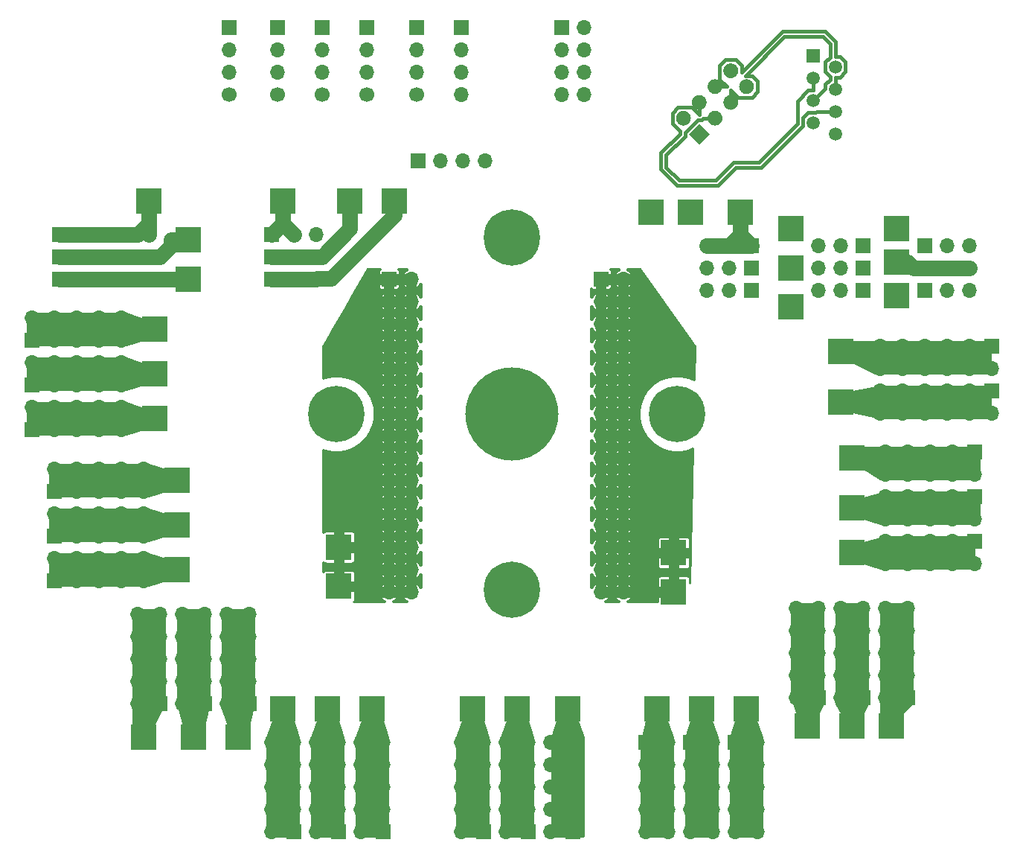
<source format=gbr>
%TF.GenerationSoftware,KiCad,Pcbnew,(5.1.9)-1*%
%TF.CreationDate,2021-04-12T23:12:51+02:00*%
%TF.ProjectId,Version1Female,56657273-696f-46e3-9146-656d616c652e,rev?*%
%TF.SameCoordinates,Original*%
%TF.FileFunction,Copper,L2,Bot*%
%TF.FilePolarity,Positive*%
%FSLAX46Y46*%
G04 Gerber Fmt 4.6, Leading zero omitted, Abs format (unit mm)*
G04 Created by KiCad (PCBNEW (5.1.9)-1) date 2021-04-12 23:12:51*
%MOMM*%
%LPD*%
G01*
G04 APERTURE LIST*
%TA.AperFunction,ComponentPad*%
%ADD10R,1.700000X1.700000*%
%TD*%
%TA.AperFunction,ComponentPad*%
%ADD11O,1.700000X1.700000*%
%TD*%
%TA.AperFunction,ComponentPad*%
%ADD12C,1.700000*%
%TD*%
%TA.AperFunction,ComponentPad*%
%ADD13C,0.100000*%
%TD*%
%TA.AperFunction,ComponentPad*%
%ADD14R,3.000000X3.000000*%
%TD*%
%TA.AperFunction,ComponentPad*%
%ADD15C,6.400000*%
%TD*%
%TA.AperFunction,ComponentPad*%
%ADD16C,1.500000*%
%TD*%
%TA.AperFunction,ComponentPad*%
%ADD17R,1.500000X1.500000*%
%TD*%
%TA.AperFunction,ComponentPad*%
%ADD18C,10.600000*%
%TD*%
%TA.AperFunction,Conductor*%
%ADD19C,1.800000*%
%TD*%
%TA.AperFunction,Conductor*%
%ADD20C,0.400000*%
%TD*%
%TA.AperFunction,Conductor*%
%ADD21C,0.254000*%
%TD*%
%TA.AperFunction,Conductor*%
%ADD22C,0.100000*%
%TD*%
G04 APERTURE END LIST*
D10*
%TO.P,J17,1*%
%TO.N,RF1*%
X113030000Y-47625000D03*
D11*
%TO.P,J17,2*%
%TO.N,RF2*%
X113030000Y-50165000D03*
%TO.P,J17,3*%
%TO.N,RF3*%
X113030000Y-52705000D03*
D12*
%TO.P,J17,4*%
%TO.N,RF4*%
X113030000Y-55245000D03*
%TD*%
D10*
%TO.P,J6,1*%
%TO.N,RC1*%
X123190000Y-47625000D03*
D11*
%TO.P,J6,2*%
%TO.N,RC2*%
X123190000Y-50165000D03*
%TO.P,J6,3*%
%TO.N,RC3*%
X123190000Y-52705000D03*
D12*
%TO.P,J6,4*%
%TO.N,RC4*%
X123190000Y-55245000D03*
%TD*%
D10*
%TO.P,J14,1*%
%TO.N,RD1*%
X107560000Y-47625000D03*
D11*
%TO.P,J14,2*%
%TO.N,RD2*%
X107560000Y-50165000D03*
%TO.P,J14,3*%
%TO.N,RD3*%
X107560000Y-52705000D03*
D12*
%TO.P,J14,4*%
%TO.N,RD4*%
X107560000Y-55245000D03*
%TD*%
D10*
%TO.P,J12,1*%
%TO.N,RB1*%
X128905000Y-47625000D03*
D11*
%TO.P,J12,2*%
%TO.N,RB2*%
X128905000Y-50165000D03*
%TO.P,J12,3*%
%TO.N,RB3*%
X128905000Y-52705000D03*
D12*
%TO.P,J12,4*%
%TO.N,RB4*%
X128905000Y-55245000D03*
%TD*%
D10*
%TO.P,J9,1*%
%TO.N,RE1*%
X133985000Y-47625000D03*
D11*
%TO.P,J9,2*%
%TO.N,RE2*%
X133985000Y-50165000D03*
%TO.P,J9,3*%
%TO.N,RE3*%
X133985000Y-52705000D03*
%TO.P,J9,4*%
%TO.N,RE4*%
X133985000Y-55245000D03*
%TD*%
D10*
%TO.P,J4,1*%
%TO.N,RA1*%
X118110000Y-47625000D03*
D11*
%TO.P,J4,2*%
%TO.N,RA2*%
X118110000Y-50165000D03*
%TO.P,J4,3*%
%TO.N,RA3*%
X118110000Y-52705000D03*
D12*
%TO.P,J4,4*%
%TO.N,RA4*%
X118110000Y-55245000D03*
%TD*%
D11*
%TO.P,J59,8*%
%TO.N,N/C*%
X147955000Y-55245000D03*
%TO.P,J59,7*%
X145415000Y-55245000D03*
%TO.P,J59,6*%
X147955000Y-52705000D03*
%TO.P,J59,5*%
X145415000Y-52705000D03*
%TO.P,J59,4*%
X147955000Y-50165000D03*
%TO.P,J59,3*%
X145415000Y-50165000D03*
%TO.P,J59,2*%
X147955000Y-47625000D03*
D10*
%TO.P,J59,1*%
X145415000Y-47625000D03*
%TD*%
%TA.AperFunction,ComponentPad*%
D13*
%TO.P,J58,1*%
%TO.N,EthA-*%
G36*
X159833918Y-59690000D02*
G01*
X161036000Y-58487918D01*
X162238082Y-59690000D01*
X161036000Y-60892082D01*
X159833918Y-59690000D01*
G37*
%TD.AperFunction*%
%TO.P,J58,2*%
%TO.N,EthA+*%
%TA.AperFunction,ComponentPad*%
G36*
G01*
X158638908Y-57292908D02*
X158638908Y-57292908D01*
G75*
G02*
X159840990Y-57292908I601041J-601041D01*
G01*
X159840990Y-57292908D01*
G75*
G02*
X159840990Y-58494990I-601041J-601041D01*
G01*
X159840990Y-58494990D01*
G75*
G02*
X158638908Y-58494990I-601041J601041D01*
G01*
X158638908Y-58494990D01*
G75*
G02*
X158638908Y-57292908I601041J601041D01*
G01*
G37*
%TD.AperFunction*%
%TO.P,J58,3*%
%TO.N,EthB-*%
%TA.AperFunction,ComponentPad*%
G36*
G01*
X162231010Y-57292908D02*
X162231010Y-57292908D01*
G75*
G02*
X163433092Y-57292908I601041J-601041D01*
G01*
X163433092Y-57292908D01*
G75*
G02*
X163433092Y-58494990I-601041J-601041D01*
G01*
X163433092Y-58494990D01*
G75*
G02*
X162231010Y-58494990I-601041J601041D01*
G01*
X162231010Y-58494990D01*
G75*
G02*
X162231010Y-57292908I601041J601041D01*
G01*
G37*
%TD.AperFunction*%
%TO.P,J58,4*%
%TO.N,EthB+*%
%TA.AperFunction,ComponentPad*%
G36*
G01*
X160434959Y-55496857D02*
X160434959Y-55496857D01*
G75*
G02*
X161637041Y-55496857I601041J-601041D01*
G01*
X161637041Y-55496857D01*
G75*
G02*
X161637041Y-56698939I-601041J-601041D01*
G01*
X161637041Y-56698939D01*
G75*
G02*
X160434959Y-56698939I-601041J601041D01*
G01*
X160434959Y-56698939D01*
G75*
G02*
X160434959Y-55496857I601041J601041D01*
G01*
G37*
%TD.AperFunction*%
%TO.P,J58,5*%
%TO.N,EthC+*%
%TA.AperFunction,ComponentPad*%
G36*
G01*
X164027061Y-55496857D02*
X164027061Y-55496857D01*
G75*
G02*
X165229143Y-55496857I601041J-601041D01*
G01*
X165229143Y-55496857D01*
G75*
G02*
X165229143Y-56698939I-601041J-601041D01*
G01*
X165229143Y-56698939D01*
G75*
G02*
X164027061Y-56698939I-601041J601041D01*
G01*
X164027061Y-56698939D01*
G75*
G02*
X164027061Y-55496857I601041J601041D01*
G01*
G37*
%TD.AperFunction*%
%TO.P,J58,6*%
%TO.N,EthC-*%
%TA.AperFunction,ComponentPad*%
G36*
G01*
X162231010Y-53700805D02*
X162231010Y-53700805D01*
G75*
G02*
X163433092Y-53700805I601041J-601041D01*
G01*
X163433092Y-53700805D01*
G75*
G02*
X163433092Y-54902887I-601041J-601041D01*
G01*
X163433092Y-54902887D01*
G75*
G02*
X162231010Y-54902887I-601041J601041D01*
G01*
X162231010Y-54902887D01*
G75*
G02*
X162231010Y-53700805I601041J601041D01*
G01*
G37*
%TD.AperFunction*%
%TO.P,J58,7*%
%TO.N,EthD-*%
%TA.AperFunction,ComponentPad*%
G36*
G01*
X165823113Y-53700805D02*
X165823113Y-53700805D01*
G75*
G02*
X167025195Y-53700805I601041J-601041D01*
G01*
X167025195Y-53700805D01*
G75*
G02*
X167025195Y-54902887I-601041J-601041D01*
G01*
X167025195Y-54902887D01*
G75*
G02*
X165823113Y-54902887I-601041J601041D01*
G01*
X165823113Y-54902887D01*
G75*
G02*
X165823113Y-53700805I601041J601041D01*
G01*
G37*
%TD.AperFunction*%
%TO.P,J58,8*%
%TO.N,EthD+*%
%TA.AperFunction,ComponentPad*%
G36*
G01*
X164027061Y-51904754D02*
X164027061Y-51904754D01*
G75*
G02*
X165229143Y-51904754I601041J-601041D01*
G01*
X165229143Y-51904754D01*
G75*
G02*
X165229143Y-53106836I-601041J-601041D01*
G01*
X165229143Y-53106836D01*
G75*
G02*
X164027061Y-53106836I-601041J601041D01*
G01*
X164027061Y-53106836D01*
G75*
G02*
X164027061Y-51904754I601041J601041D01*
G01*
G37*
%TD.AperFunction*%
%TD*%
D11*
%TO.P,J57,3*%
%TO.N,XM4*%
X191770000Y-77470000D03*
%TO.P,J57,2*%
X189230000Y-77470000D03*
D10*
%TO.P,J57,1*%
X186690000Y-77470000D03*
%TD*%
D11*
%TO.P,J56,3*%
%TO.N,-M4*%
X191770000Y-74930000D03*
%TO.P,J56,2*%
X189230000Y-74930000D03*
D10*
%TO.P,J56,1*%
X186690000Y-74930000D03*
%TD*%
D11*
%TO.P,J55,10*%
%TO.N,T2B*%
X167640000Y-139065000D03*
%TO.P,J55,9*%
X165100000Y-139065000D03*
%TO.P,J55,8*%
X167640000Y-136525000D03*
%TO.P,J55,7*%
X165100000Y-136525000D03*
%TO.P,J55,6*%
X167640000Y-133985000D03*
%TO.P,J55,5*%
X165100000Y-133985000D03*
%TO.P,J55,4*%
X167640000Y-131445000D03*
%TO.P,J55,3*%
X165100000Y-131445000D03*
%TO.P,J55,2*%
X167640000Y-128905000D03*
D10*
%TO.P,J55,1*%
X165100000Y-128905000D03*
%TD*%
D11*
%TO.P,J54,10*%
%TO.N,T0G*%
X117475000Y-128905000D03*
%TO.P,J54,9*%
X120015000Y-128905000D03*
%TO.P,J54,8*%
X117475000Y-131445000D03*
%TO.P,J54,7*%
X120015000Y-131445000D03*
%TO.P,J54,6*%
X117475000Y-133985000D03*
%TO.P,J54,5*%
X120015000Y-133985000D03*
%TO.P,J54,4*%
X117475000Y-136525000D03*
%TO.P,J54,3*%
X120015000Y-136525000D03*
%TO.P,J54,2*%
X117475000Y-139065000D03*
D10*
%TO.P,J54,1*%
X120015000Y-139065000D03*
%TD*%
D11*
%TO.P,J53,10*%
%TO.N,T0R*%
X112395000Y-128905000D03*
%TO.P,J53,9*%
X114935000Y-128905000D03*
%TO.P,J53,8*%
X112395000Y-131445000D03*
%TO.P,J53,7*%
X114935000Y-131445000D03*
%TO.P,J53,6*%
X112395000Y-133985000D03*
%TO.P,J53,5*%
X114935000Y-133985000D03*
%TO.P,J53,4*%
X112395000Y-136525000D03*
%TO.P,J53,3*%
X114935000Y-136525000D03*
%TO.P,J53,2*%
X112395000Y-139065000D03*
D10*
%TO.P,J53,1*%
X114935000Y-139065000D03*
%TD*%
D11*
%TO.P,J52,10*%
%TO.N,T7B*%
X95250000Y-80645000D03*
%TO.P,J52,9*%
X95250000Y-83185000D03*
%TO.P,J52,8*%
X92710000Y-80645000D03*
%TO.P,J52,7*%
X92710000Y-83185000D03*
%TO.P,J52,6*%
X90170000Y-80645000D03*
%TO.P,J52,5*%
X90170000Y-83185000D03*
%TO.P,J52,4*%
X87630000Y-80645000D03*
%TO.P,J52,3*%
X87630000Y-83185000D03*
%TO.P,J52,2*%
X85090000Y-80645000D03*
D10*
%TO.P,J52,1*%
X85090000Y-83185000D03*
%TD*%
D11*
%TO.P,J51,10*%
%TO.N,T7G*%
X95250000Y-85725000D03*
%TO.P,J51,9*%
X95250000Y-88265000D03*
%TO.P,J51,8*%
X92710000Y-85725000D03*
%TO.P,J51,7*%
X92710000Y-88265000D03*
%TO.P,J51,6*%
X90170000Y-85725000D03*
%TO.P,J51,5*%
X90170000Y-88265000D03*
%TO.P,J51,4*%
X87630000Y-85725000D03*
%TO.P,J51,3*%
X87630000Y-88265000D03*
%TO.P,J51,2*%
X85090000Y-85725000D03*
D10*
%TO.P,J51,1*%
X85090000Y-88265000D03*
%TD*%
D11*
%TO.P,J50,10*%
%TO.N,T7R*%
X95250000Y-90805000D03*
%TO.P,J50,9*%
X95250000Y-93345000D03*
%TO.P,J50,8*%
X92710000Y-90805000D03*
%TO.P,J50,7*%
X92710000Y-93345000D03*
%TO.P,J50,6*%
X90170000Y-90805000D03*
%TO.P,J50,5*%
X90170000Y-93345000D03*
%TO.P,J50,4*%
X87630000Y-90805000D03*
%TO.P,J50,3*%
X87630000Y-93345000D03*
%TO.P,J50,2*%
X85090000Y-90805000D03*
D10*
%TO.P,J50,1*%
X85090000Y-93345000D03*
%TD*%
D11*
%TO.P,J48,10*%
%TO.N,T6B*%
X97790000Y-97790000D03*
%TO.P,J48,9*%
X97790000Y-100330000D03*
%TO.P,J48,8*%
X95250000Y-97790000D03*
%TO.P,J48,7*%
X95250000Y-100330000D03*
%TO.P,J48,6*%
X92710000Y-97790000D03*
%TO.P,J48,5*%
X92710000Y-100330000D03*
%TO.P,J48,4*%
X90170000Y-97790000D03*
%TO.P,J48,3*%
X90170000Y-100330000D03*
%TO.P,J48,2*%
X87630000Y-97790000D03*
D10*
%TO.P,J48,1*%
X87630000Y-100330000D03*
%TD*%
D11*
%TO.P,J47,10*%
%TO.N,T6G*%
X97790000Y-102870000D03*
%TO.P,J47,9*%
X97790000Y-105410000D03*
%TO.P,J47,8*%
X95250000Y-102870000D03*
%TO.P,J47,7*%
X95250000Y-105410000D03*
%TO.P,J47,6*%
X92710000Y-102870000D03*
%TO.P,J47,5*%
X92710000Y-105410000D03*
%TO.P,J47,4*%
X90170000Y-102870000D03*
%TO.P,J47,3*%
X90170000Y-105410000D03*
%TO.P,J47,2*%
X87630000Y-102870000D03*
D10*
%TO.P,J47,1*%
X87630000Y-105410000D03*
%TD*%
D11*
%TO.P,J46,10*%
%TO.N,T6R*%
X97790000Y-107950000D03*
%TO.P,J46,9*%
X97790000Y-110490000D03*
%TO.P,J46,8*%
X95250000Y-107950000D03*
%TO.P,J46,7*%
X95250000Y-110490000D03*
%TO.P,J46,6*%
X92710000Y-107950000D03*
%TO.P,J46,5*%
X92710000Y-110490000D03*
%TO.P,J46,4*%
X90170000Y-107950000D03*
%TO.P,J46,3*%
X90170000Y-110490000D03*
%TO.P,J46,2*%
X87630000Y-107950000D03*
D10*
%TO.P,J46,1*%
X87630000Y-110490000D03*
%TD*%
D11*
%TO.P,J45,5*%
%TO.N,XM0*%
X98425000Y-71120000D03*
%TO.P,J45,4*%
X95885000Y-71120000D03*
%TO.P,J45,3*%
X93345000Y-71120000D03*
%TO.P,J45,2*%
X90805000Y-71120000D03*
D10*
%TO.P,J45,1*%
X88265000Y-71120000D03*
%TD*%
D11*
%TO.P,J44,10*%
%TO.N,T5B*%
X107315000Y-114300000D03*
%TO.P,J44,9*%
X109855000Y-114300000D03*
%TO.P,J44,8*%
X107315000Y-116840000D03*
%TO.P,J44,7*%
X109855000Y-116840000D03*
%TO.P,J44,6*%
X107315000Y-119380000D03*
%TO.P,J44,5*%
X109855000Y-119380000D03*
%TO.P,J44,4*%
X107315000Y-121920000D03*
%TO.P,J44,3*%
X109855000Y-121920000D03*
%TO.P,J44,2*%
X107315000Y-124460000D03*
D10*
%TO.P,J44,1*%
X109855000Y-124460000D03*
%TD*%
D11*
%TO.P,J43,10*%
%TO.N,T5G*%
X102235000Y-114300000D03*
%TO.P,J43,9*%
X104775000Y-114300000D03*
%TO.P,J43,8*%
X102235000Y-116840000D03*
%TO.P,J43,7*%
X104775000Y-116840000D03*
%TO.P,J43,6*%
X102235000Y-119380000D03*
%TO.P,J43,5*%
X104775000Y-119380000D03*
%TO.P,J43,4*%
X102235000Y-121920000D03*
%TO.P,J43,3*%
X104775000Y-121920000D03*
%TO.P,J43,2*%
X102235000Y-124460000D03*
D10*
%TO.P,J43,1*%
X104775000Y-124460000D03*
%TD*%
D11*
%TO.P,J42,10*%
%TO.N,T5R*%
X97155000Y-114300000D03*
%TO.P,J42,9*%
X99695000Y-114300000D03*
%TO.P,J42,8*%
X97155000Y-116840000D03*
%TO.P,J42,7*%
X99695000Y-116840000D03*
%TO.P,J42,6*%
X97155000Y-119380000D03*
%TO.P,J42,5*%
X99695000Y-119380000D03*
%TO.P,J42,4*%
X97155000Y-121920000D03*
%TO.P,J42,3*%
X99695000Y-121920000D03*
%TO.P,J42,2*%
X97155000Y-124460000D03*
D10*
%TO.P,J42,1*%
X99695000Y-124460000D03*
%TD*%
D11*
%TO.P,J41,10*%
%TO.N,T4B*%
X182245000Y-98425000D03*
%TO.P,J41,9*%
X182245000Y-95885000D03*
%TO.P,J41,8*%
X184785000Y-98425000D03*
%TO.P,J41,7*%
X184785000Y-95885000D03*
%TO.P,J41,6*%
X187325000Y-98425000D03*
%TO.P,J41,5*%
X187325000Y-95885000D03*
%TO.P,J41,4*%
X189865000Y-98425000D03*
%TO.P,J41,3*%
X189865000Y-95885000D03*
%TO.P,J41,2*%
X192405000Y-98425000D03*
D10*
%TO.P,J41,1*%
X192405000Y-95885000D03*
%TD*%
D11*
%TO.P,J40,10*%
%TO.N,T4G*%
X182245000Y-103505000D03*
%TO.P,J40,9*%
X182245000Y-100965000D03*
%TO.P,J40,8*%
X184785000Y-103505000D03*
%TO.P,J40,7*%
X184785000Y-100965000D03*
%TO.P,J40,6*%
X187325000Y-103505000D03*
%TO.P,J40,5*%
X187325000Y-100965000D03*
%TO.P,J40,4*%
X189865000Y-103505000D03*
%TO.P,J40,3*%
X189865000Y-100965000D03*
%TO.P,J40,2*%
X192405000Y-103505000D03*
D10*
%TO.P,J40,1*%
X192405000Y-100965000D03*
%TD*%
D11*
%TO.P,J39,10*%
%TO.N,T4R*%
X182245000Y-108585000D03*
%TO.P,J39,9*%
X182245000Y-106045000D03*
%TO.P,J39,8*%
X184785000Y-108585000D03*
%TO.P,J39,7*%
X184785000Y-106045000D03*
%TO.P,J39,6*%
X187325000Y-108585000D03*
%TO.P,J39,5*%
X187325000Y-106045000D03*
%TO.P,J39,4*%
X189865000Y-108585000D03*
%TO.P,J39,3*%
X189865000Y-106045000D03*
%TO.P,J39,2*%
X192405000Y-108585000D03*
D10*
%TO.P,J39,1*%
X192405000Y-106045000D03*
%TD*%
D11*
%TO.P,J38,10*%
%TO.N,T3B*%
X182245000Y-113665000D03*
%TO.P,J38,9*%
X184785000Y-113665000D03*
%TO.P,J38,8*%
X182245000Y-116205000D03*
%TO.P,J38,7*%
X184785000Y-116205000D03*
%TO.P,J38,6*%
X182245000Y-118745000D03*
%TO.P,J38,5*%
X184785000Y-118745000D03*
%TO.P,J38,4*%
X182245000Y-121285000D03*
%TO.P,J38,3*%
X184785000Y-121285000D03*
%TO.P,J38,2*%
X182245000Y-123825000D03*
D10*
%TO.P,J38,1*%
X184785000Y-123825000D03*
%TD*%
D11*
%TO.P,J37,3*%
%TO.N,+M4*%
X191770000Y-72390000D03*
%TO.P,J37,2*%
X189230000Y-72390000D03*
D10*
%TO.P,J37,1*%
X186690000Y-72390000D03*
%TD*%
%TO.P,J36,1*%
%TO.N,XM3*%
X179705000Y-72390000D03*
D11*
%TO.P,J36,2*%
X177165000Y-72390000D03*
%TO.P,J36,3*%
X174625000Y-72390000D03*
%TD*%
%TO.P,J35,3*%
%TO.N,XM2*%
X117475000Y-71120000D03*
%TO.P,J35,2*%
X114935000Y-71120000D03*
D10*
%TO.P,J35,1*%
X112395000Y-71120000D03*
%TD*%
D11*
%TO.P,J34,3*%
%TO.N,XM1*%
X161925000Y-72390000D03*
%TO.P,J34,2*%
X164465000Y-72390000D03*
D10*
%TO.P,J34,1*%
X167005000Y-72390000D03*
%TD*%
D11*
%TO.P,J33,5*%
%TO.N,-M0*%
X98425000Y-73660000D03*
%TO.P,J33,4*%
X95885000Y-73660000D03*
%TO.P,J33,3*%
X93345000Y-73660000D03*
%TO.P,J33,2*%
X90805000Y-73660000D03*
D10*
%TO.P,J33,1*%
X88265000Y-73660000D03*
%TD*%
D11*
%TO.P,J32,10*%
%TO.N,T3G*%
X177165000Y-113665000D03*
%TO.P,J32,9*%
X179705000Y-113665000D03*
%TO.P,J32,8*%
X177165000Y-116205000D03*
%TO.P,J32,7*%
X179705000Y-116205000D03*
%TO.P,J32,6*%
X177165000Y-118745000D03*
%TO.P,J32,5*%
X179705000Y-118745000D03*
%TO.P,J32,4*%
X177165000Y-121285000D03*
%TO.P,J32,3*%
X179705000Y-121285000D03*
%TO.P,J32,2*%
X177165000Y-123825000D03*
D10*
%TO.P,J32,1*%
X179705000Y-123825000D03*
%TD*%
D11*
%TO.P,J31,10*%
%TO.N,T3R*%
X172085000Y-113665000D03*
%TO.P,J31,9*%
X174625000Y-113665000D03*
%TO.P,J31,8*%
X172085000Y-116205000D03*
%TO.P,J31,7*%
X174625000Y-116205000D03*
%TO.P,J31,6*%
X172085000Y-118745000D03*
%TO.P,J31,5*%
X174625000Y-118745000D03*
%TO.P,J31,4*%
X172085000Y-121285000D03*
%TO.P,J31,3*%
X174625000Y-121285000D03*
%TO.P,J31,2*%
X172085000Y-123825000D03*
D10*
%TO.P,J31,1*%
X174625000Y-123825000D03*
%TD*%
D11*
%TO.P,J30,10*%
%TO.N,T2G*%
X162560000Y-139065000D03*
%TO.P,J30,9*%
X160020000Y-139065000D03*
%TO.P,J30,8*%
X162560000Y-136525000D03*
%TO.P,J30,7*%
X160020000Y-136525000D03*
%TO.P,J30,6*%
X162560000Y-133985000D03*
%TO.P,J30,5*%
X160020000Y-133985000D03*
%TO.P,J30,4*%
X162560000Y-131445000D03*
%TO.P,J30,3*%
X160020000Y-131445000D03*
%TO.P,J30,2*%
X162560000Y-128905000D03*
D10*
%TO.P,J30,1*%
X160020000Y-128905000D03*
%TD*%
D11*
%TO.P,J29,10*%
%TO.N,T2R*%
X157480000Y-139065000D03*
%TO.P,J29,9*%
X154940000Y-139065000D03*
%TO.P,J29,8*%
X157480000Y-136525000D03*
%TO.P,J29,7*%
X154940000Y-136525000D03*
%TO.P,J29,6*%
X157480000Y-133985000D03*
%TO.P,J29,5*%
X154940000Y-133985000D03*
%TO.P,J29,4*%
X157480000Y-131445000D03*
%TO.P,J29,3*%
X154940000Y-131445000D03*
%TO.P,J29,2*%
X157480000Y-128905000D03*
D10*
%TO.P,J29,1*%
X154940000Y-128905000D03*
%TD*%
D11*
%TO.P,J28,10*%
%TO.N,T1B*%
X144145000Y-128905000D03*
%TO.P,J28,9*%
X146685000Y-128905000D03*
%TO.P,J28,8*%
X144145000Y-131445000D03*
%TO.P,J28,7*%
X146685000Y-131445000D03*
%TO.P,J28,6*%
X144145000Y-133985000D03*
%TO.P,J28,5*%
X146685000Y-133985000D03*
%TO.P,J28,4*%
X144145000Y-136525000D03*
%TO.P,J28,3*%
X146685000Y-136525000D03*
%TO.P,J28,2*%
X144145000Y-139065000D03*
D10*
%TO.P,J28,1*%
X146685000Y-139065000D03*
%TD*%
D11*
%TO.P,J27,10*%
%TO.N,T1G*%
X139065000Y-128905000D03*
%TO.P,J27,9*%
X141605000Y-128905000D03*
%TO.P,J27,8*%
X139065000Y-131445000D03*
%TO.P,J27,7*%
X141605000Y-131445000D03*
%TO.P,J27,6*%
X139065000Y-133985000D03*
%TO.P,J27,5*%
X141605000Y-133985000D03*
%TO.P,J27,4*%
X139065000Y-136525000D03*
%TO.P,J27,3*%
X141605000Y-136525000D03*
%TO.P,J27,2*%
X139065000Y-139065000D03*
D10*
%TO.P,J27,1*%
X141605000Y-139065000D03*
%TD*%
D11*
%TO.P,J26,10*%
%TO.N,T1R*%
X133985000Y-128905000D03*
%TO.P,J26,9*%
X136525000Y-128905000D03*
%TO.P,J26,8*%
X133985000Y-131445000D03*
%TO.P,J26,7*%
X136525000Y-131445000D03*
%TO.P,J26,6*%
X133985000Y-133985000D03*
%TO.P,J26,5*%
X136525000Y-133985000D03*
%TO.P,J26,4*%
X133985000Y-136525000D03*
%TO.P,J26,3*%
X136525000Y-136525000D03*
%TO.P,J26,2*%
X133985000Y-139065000D03*
D10*
%TO.P,J26,1*%
X136525000Y-139065000D03*
%TD*%
%TO.P,J25,1*%
%TO.N,-M3*%
X179705000Y-74930000D03*
D11*
%TO.P,J25,2*%
X177165000Y-74930000D03*
%TO.P,J25,3*%
X174625000Y-74930000D03*
%TD*%
%TO.P,J24,3*%
%TO.N,-M2*%
X117475000Y-73660000D03*
%TO.P,J24,2*%
X114935000Y-73660000D03*
D10*
%TO.P,J24,1*%
X112395000Y-73660000D03*
%TD*%
D11*
%TO.P,J23,3*%
%TO.N,-M1*%
X161925000Y-74930000D03*
%TO.P,J23,2*%
X164465000Y-74930000D03*
D10*
%TO.P,J23,1*%
X167005000Y-74930000D03*
%TD*%
D11*
%TO.P,J22,5*%
%TO.N,+M0*%
X98425000Y-76200000D03*
%TO.P,J22,4*%
X95885000Y-76200000D03*
%TO.P,J22,3*%
X93345000Y-76200000D03*
%TO.P,J22,2*%
X90805000Y-76200000D03*
D10*
%TO.P,J22,1*%
X88265000Y-76200000D03*
%TD*%
%TO.P,J21,1*%
%TO.N,+M3*%
X179705000Y-77470000D03*
D11*
%TO.P,J21,2*%
X177165000Y-77470000D03*
%TO.P,J21,3*%
X174625000Y-77470000D03*
%TD*%
%TO.P,J20,3*%
%TO.N,+M2*%
X117475000Y-76200000D03*
%TO.P,J20,2*%
X114935000Y-76200000D03*
D10*
%TO.P,J20,1*%
X112395000Y-76200000D03*
%TD*%
D11*
%TO.P,J19,3*%
%TO.N,+M1*%
X161925000Y-77470000D03*
%TO.P,J19,2*%
X164465000Y-77470000D03*
D10*
%TO.P,J19,1*%
X167005000Y-77470000D03*
%TD*%
D11*
%TO.P,J18,10*%
%TO.N,T0B*%
X122555000Y-128905000D03*
%TO.P,J18,9*%
X125095000Y-128905000D03*
%TO.P,J18,8*%
X122555000Y-131445000D03*
%TO.P,J18,7*%
X125095000Y-131445000D03*
%TO.P,J18,6*%
X122555000Y-133985000D03*
%TO.P,J18,5*%
X125095000Y-133985000D03*
%TO.P,J18,4*%
X122555000Y-136525000D03*
%TO.P,J18,3*%
X125095000Y-136525000D03*
%TO.P,J18,2*%
X122555000Y-139065000D03*
D10*
%TO.P,J18,1*%
X125095000Y-139065000D03*
%TD*%
D11*
%TO.P,J15,4*%
%TO.N,SCL*%
X136652000Y-62738000D03*
%TO.P,J15,3*%
%TO.N,SDA*%
X134112000Y-62738000D03*
%TO.P,J15,2*%
%TO.N,3V3*%
X131572000Y-62738000D03*
D10*
%TO.P,J15,1*%
%TO.N,GND*%
X129032000Y-62738000D03*
%TD*%
D11*
%TO.P,J7,12*%
%TO.N,GND_VB1*%
X181610000Y-91440000D03*
%TO.P,J7,11*%
X181610000Y-88900000D03*
%TO.P,J7,10*%
X184150000Y-91440000D03*
%TO.P,J7,9*%
X184150000Y-88900000D03*
%TO.P,J7,8*%
X186690000Y-91440000D03*
%TO.P,J7,7*%
X186690000Y-88900000D03*
%TO.P,J7,6*%
X189230000Y-91440000D03*
%TO.P,J7,5*%
X189230000Y-88900000D03*
%TO.P,J7,4*%
X191770000Y-91440000D03*
%TO.P,J7,3*%
X191770000Y-88900000D03*
%TO.P,J7,2*%
X194310000Y-91440000D03*
D10*
%TO.P,J7,1*%
X194310000Y-88900000D03*
%TD*%
D11*
%TO.P,J3,30*%
%TO.N,GND_VA*%
X128270000Y-111760000D03*
%TO.P,J3,29*%
X125730000Y-111760000D03*
%TO.P,J3,28*%
X128270000Y-109220000D03*
%TO.P,J3,27*%
X125730000Y-109220000D03*
%TO.P,J3,26*%
X128270000Y-106680000D03*
%TO.P,J3,25*%
X125730000Y-106680000D03*
%TO.P,J3,24*%
X128270000Y-104140000D03*
%TO.P,J3,23*%
X125730000Y-104140000D03*
%TO.P,J3,22*%
X128270000Y-101600000D03*
%TO.P,J3,21*%
X125730000Y-101600000D03*
%TO.P,J3,20*%
X128270000Y-99060000D03*
%TO.P,J3,19*%
X125730000Y-99060000D03*
%TO.P,J3,18*%
X128270000Y-96520000D03*
%TO.P,J3,17*%
X125730000Y-96520000D03*
%TO.P,J3,16*%
X128270000Y-93980000D03*
%TO.P,J3,15*%
X125730000Y-93980000D03*
%TO.P,J3,14*%
X128270000Y-91440000D03*
%TO.P,J3,13*%
X125730000Y-91440000D03*
%TO.P,J3,12*%
X128270000Y-88900000D03*
%TO.P,J3,11*%
X125730000Y-88900000D03*
%TO.P,J3,10*%
X128270000Y-86360000D03*
%TO.P,J3,9*%
X125730000Y-86360000D03*
%TO.P,J3,8*%
X128270000Y-83820000D03*
%TO.P,J3,7*%
X125730000Y-83820000D03*
%TO.P,J3,6*%
X128270000Y-81280000D03*
%TO.P,J3,5*%
X125730000Y-81280000D03*
%TO.P,J3,4*%
X128270000Y-78740000D03*
%TO.P,J3,3*%
X125730000Y-78740000D03*
%TO.P,J3,2*%
X128270000Y-76200000D03*
D10*
%TO.P,J3,1*%
X125730000Y-76200000D03*
%TD*%
D11*
%TO.P,J2,12*%
%TO.N,+12_VB1*%
X181610000Y-86360000D03*
%TO.P,J2,11*%
X181610000Y-83820000D03*
%TO.P,J2,10*%
X184150000Y-86360000D03*
%TO.P,J2,9*%
X184150000Y-83820000D03*
%TO.P,J2,8*%
X186690000Y-86360000D03*
%TO.P,J2,7*%
X186690000Y-83820000D03*
%TO.P,J2,6*%
X189230000Y-86360000D03*
%TO.P,J2,5*%
X189230000Y-83820000D03*
%TO.P,J2,4*%
X191770000Y-86360000D03*
%TO.P,J2,3*%
X191770000Y-83820000D03*
%TO.P,J2,2*%
X194310000Y-86360000D03*
D10*
%TO.P,J2,1*%
X194310000Y-83820000D03*
%TD*%
D11*
%TO.P,J1,30*%
%TO.N,+48_VA*%
X152400000Y-111760000D03*
%TO.P,J1,29*%
X149860000Y-111760000D03*
%TO.P,J1,28*%
X152400000Y-109220000D03*
%TO.P,J1,27*%
X149860000Y-109220000D03*
%TO.P,J1,26*%
X152400000Y-106680000D03*
%TO.P,J1,25*%
X149860000Y-106680000D03*
%TO.P,J1,24*%
X152400000Y-104140000D03*
%TO.P,J1,23*%
X149860000Y-104140000D03*
%TO.P,J1,22*%
X152400000Y-101600000D03*
%TO.P,J1,21*%
X149860000Y-101600000D03*
%TO.P,J1,20*%
X152400000Y-99060000D03*
%TO.P,J1,19*%
X149860000Y-99060000D03*
%TO.P,J1,18*%
X152400000Y-96520000D03*
%TO.P,J1,17*%
X149860000Y-96520000D03*
%TO.P,J1,16*%
X152400000Y-93980000D03*
%TO.P,J1,15*%
X149860000Y-93980000D03*
%TO.P,J1,14*%
X152400000Y-91440000D03*
%TO.P,J1,13*%
X149860000Y-91440000D03*
%TO.P,J1,12*%
X152400000Y-88900000D03*
%TO.P,J1,11*%
X149860000Y-88900000D03*
%TO.P,J1,10*%
X152400000Y-86360000D03*
%TO.P,J1,9*%
X149860000Y-86360000D03*
%TO.P,J1,8*%
X152400000Y-83820000D03*
%TO.P,J1,7*%
X149860000Y-83820000D03*
%TO.P,J1,6*%
X152400000Y-81280000D03*
%TO.P,J1,5*%
X149860000Y-81280000D03*
%TO.P,J1,4*%
X152400000Y-78740000D03*
%TO.P,J1,3*%
X149860000Y-78740000D03*
%TO.P,J1,2*%
X152400000Y-76200000D03*
D10*
%TO.P,J1,1*%
X149860000Y-76200000D03*
%TD*%
D14*
%TO.P,TP43,1*%
%TO.N,XM4*%
X183515000Y-78105000D03*
%TD*%
%TO.P,TP42,1*%
%TO.N,-M4*%
X183515000Y-74295000D03*
%TD*%
%TO.P,TP41,1*%
%TO.N,+M4*%
X183515000Y-70485000D03*
%TD*%
%TO.P,TP40,1*%
%TO.N,GND_VB1*%
X177165000Y-90170000D03*
%TD*%
%TO.P,TP39,1*%
%TO.N,+12_VB1*%
X177165000Y-84455000D03*
%TD*%
%TO.P,TP38,1*%
%TO.N,GND_VA*%
X120015000Y-106680000D03*
%TD*%
%TO.P,TP38,1*%
%TO.N,GND_VA*%
X120015000Y-111125000D03*
%TD*%
%TO.P,TP37,1*%
%TO.N,+48_VA*%
X158115000Y-107315000D03*
%TD*%
%TO.P,TP37,1*%
%TO.N,+48_VA*%
X158115000Y-111760000D03*
%TD*%
%TO.P,TP36,1*%
%TO.N,XM3*%
X171450000Y-70485000D03*
%TD*%
%TO.P,TP35,1*%
%TO.N,-M3*%
X171450000Y-74930000D03*
%TD*%
%TO.P,TP34,1*%
%TO.N,+M3*%
X171450000Y-79375000D03*
%TD*%
%TO.P,TP33,1*%
%TO.N,XM2*%
X113665000Y-67310000D03*
%TD*%
%TO.P,TP32,1*%
%TO.N,-M2*%
X121285000Y-67310000D03*
%TD*%
%TO.P,TP31,1*%
%TO.N,+M2*%
X126365000Y-67310000D03*
%TD*%
%TO.P,TP30,1*%
%TO.N,XM1*%
X165735000Y-68580000D03*
%TD*%
%TO.P,TP29,1*%
%TO.N,-M1*%
X160020000Y-68580000D03*
%TD*%
%TO.P,TP28,1*%
%TO.N,+M1*%
X155575000Y-68580000D03*
%TD*%
%TO.P,TP27,1*%
%TO.N,XM0*%
X98425000Y-67310000D03*
%TD*%
%TO.P,TP26,1*%
%TO.N,-M0*%
X102870000Y-71755000D03*
%TD*%
%TO.P,TP25,1*%
%TO.N,+M0*%
X102870000Y-76200000D03*
%TD*%
%TO.P,TP24,1*%
%TO.N,T7B*%
X99060000Y-81915000D03*
%TD*%
%TO.P,TP23,1*%
%TO.N,T7G*%
X99060000Y-86995000D03*
%TD*%
%TO.P,TP22,1*%
%TO.N,T7R*%
X99060000Y-92075000D03*
%TD*%
%TO.P,TP21,1*%
%TO.N,T6B*%
X101600000Y-99060000D03*
%TD*%
%TO.P,TP20,1*%
%TO.N,T6G*%
X101600000Y-104140000D03*
%TD*%
%TO.P,TP19,1*%
%TO.N,T6R*%
X101600000Y-109220000D03*
%TD*%
%TO.P,TP18,1*%
%TO.N,T5B*%
X108585000Y-128270000D03*
%TD*%
%TO.P,TP17,1*%
%TO.N,T5G*%
X103505000Y-128270000D03*
%TD*%
%TO.P,TP16,1*%
%TO.N,T5R*%
X97790000Y-128270000D03*
%TD*%
%TO.P,TP15,1*%
%TO.N,T4B*%
X178435000Y-96520000D03*
%TD*%
%TO.P,TP14,1*%
%TO.N,T4G*%
X178435000Y-102235000D03*
%TD*%
%TO.P,TP13,1*%
%TO.N,T4R*%
X178435000Y-107315000D03*
%TD*%
%TO.P,TP12,1*%
%TO.N,T3B*%
X182880000Y-127000000D03*
%TD*%
%TO.P,TP11,1*%
%TO.N,T3G*%
X178435000Y-127000000D03*
%TD*%
%TO.P,TP10,1*%
%TO.N,T3R*%
X173355000Y-127000000D03*
%TD*%
%TO.P,TP9,1*%
%TO.N,T2B*%
X166370000Y-125095000D03*
%TD*%
%TO.P,TP8,1*%
%TO.N,T2G*%
X161290000Y-125095000D03*
%TD*%
%TO.P,TP7,1*%
%TO.N,T2R*%
X156210000Y-125095000D03*
%TD*%
%TO.P,TP6,1*%
%TO.N,T1B*%
X146050000Y-125095000D03*
%TD*%
%TO.P,TP5,1*%
%TO.N,T1G*%
X140335000Y-125095000D03*
%TD*%
%TO.P,TP4,1*%
%TO.N,T1R*%
X135255000Y-125095000D03*
%TD*%
%TO.P,TP3,1*%
%TO.N,T0B*%
X123825000Y-125095000D03*
%TD*%
%TO.P,TP2,1*%
%TO.N,T0G*%
X118745000Y-125095000D03*
%TD*%
%TO.P,TP1,1*%
%TO.N,T0R*%
X113665000Y-125095000D03*
%TD*%
D15*
%TO.P,REF\u002A\u002A,1*%
%TO.N,N/C*%
X139750000Y-71500000D03*
%TD*%
%TO.P,REF\u002A\u002A,1*%
%TO.N,N/C*%
X119750000Y-91500000D03*
%TD*%
%TO.P,REF\u002A\u002A,1*%
%TO.N,N/C*%
X139750000Y-111500000D03*
%TD*%
%TO.P,REF\u002A\u002A,1*%
%TO.N,N/C*%
X158500000Y-91500000D03*
%TD*%
D16*
%TO.P,J49,6*%
%TO.N,EthB+*%
X176530000Y-57150000D03*
%TO.P,J49,8*%
%TO.N,EthD+*%
X176530000Y-59690000D03*
%TO.P,J49,2*%
%TO.N,EthA+*%
X176530000Y-52070000D03*
D17*
%TO.P,J49,1*%
%TO.N,EthA-*%
X173990000Y-50800000D03*
D16*
%TO.P,J49,7*%
%TO.N,EthD-*%
X173990000Y-58420000D03*
%TO.P,J49,4*%
%TO.N,EthC-*%
X176530000Y-54610000D03*
%TO.P,J49,5*%
%TO.N,EthC+*%
X173990000Y-55880000D03*
%TO.P,J49,3*%
%TO.N,EthB-*%
X173990000Y-53340000D03*
%TD*%
D18*
%TO.P,REF\u002A\u002A,1*%
%TO.N,N/C*%
X139750000Y-91500000D03*
%TD*%
D19*
%TO.N,+M2*%
X117514991Y-76160009D02*
X117475000Y-76200000D01*
X119145539Y-76160009D02*
X117514991Y-76160009D01*
X126365000Y-68940548D02*
X119145539Y-76160009D01*
X126365000Y-67310000D02*
X126365000Y-68940548D01*
X117475000Y-76200000D02*
X112395000Y-76200000D01*
%TO.N,+M0*%
X102870000Y-76200000D02*
X98425000Y-76200000D01*
X98425000Y-76200000D02*
X88265000Y-76200000D01*
%TO.N,-M2*%
X121285000Y-67310000D02*
X121285000Y-70485000D01*
X118110000Y-73660000D02*
X112395000Y-73660000D01*
X121285000Y-70485000D02*
X118110000Y-73660000D01*
%TO.N,-M0*%
X102870000Y-71755000D02*
X100965000Y-71755000D01*
X100965000Y-71755000D02*
X100965000Y-72390000D01*
X99695000Y-73660000D02*
X88265000Y-73660000D01*
X100965000Y-72390000D02*
X99695000Y-73660000D01*
%TO.N,XM1*%
X165735000Y-71120000D02*
X164465000Y-72390000D01*
X165735000Y-71120000D02*
X167005000Y-72390000D01*
X165735000Y-68580000D02*
X165735000Y-71120000D01*
X167005000Y-72390000D02*
X161925000Y-72390000D01*
%TO.N,XM2*%
X113665000Y-69850000D02*
X112395000Y-71120000D01*
X113665000Y-69850000D02*
X114935000Y-71120000D01*
X113665000Y-67310000D02*
X113665000Y-69850000D01*
%TO.N,XM0*%
X98425000Y-67310000D02*
X98425000Y-69850000D01*
X97155000Y-71120000D02*
X88265000Y-71120000D01*
X98425000Y-69850000D02*
X97155000Y-71120000D01*
X98425000Y-67310000D02*
X98425000Y-71120000D01*
%TO.N,-M4*%
X183515000Y-74295000D02*
X184785000Y-74295000D01*
X185420000Y-74930000D02*
X191770000Y-74930000D01*
X184785000Y-74295000D02*
X185420000Y-74930000D01*
D20*
%TO.N,EthC+*%
X173990000Y-55880000D02*
X175379999Y-54490001D01*
X175930000Y-53172002D02*
X175379999Y-52622001D01*
X175379999Y-54490001D02*
X175379999Y-54057999D01*
X175930000Y-53507998D02*
X175930000Y-53172002D01*
X175379999Y-54057999D02*
X175930000Y-53507998D01*
X175379999Y-52622001D02*
X175379999Y-51517999D01*
X175379999Y-51517999D02*
X175930000Y-50967998D01*
X175930000Y-50967998D02*
X175930000Y-49466026D01*
X175930000Y-49466026D02*
X175074774Y-48610800D01*
X175074774Y-48610800D02*
X170743413Y-48610800D01*
X170743413Y-48610800D02*
X166302368Y-53051845D01*
X166302368Y-53051845D02*
X167024155Y-53051845D01*
X167674155Y-54901847D02*
X167024155Y-55551847D01*
X167024155Y-55551847D02*
X165453838Y-55551847D01*
X165453838Y-55551847D02*
X164628102Y-54726111D01*
X167024155Y-53051845D02*
X167674155Y-53701845D01*
X164628102Y-54726111D02*
X164628102Y-56097898D01*
X167674155Y-53701845D02*
X167674155Y-54901847D01*
%TO.N,EthB+*%
X158503814Y-65552600D02*
X156661840Y-63710626D01*
X163169406Y-65552600D02*
X158503814Y-65552600D01*
X173437999Y-57269999D02*
X172839999Y-57867999D01*
X165206486Y-63515520D02*
X163169406Y-65552600D01*
X168048745Y-63515520D02*
X165206486Y-63515520D01*
X172839999Y-57867999D02*
X172839999Y-58724266D01*
X174294266Y-57269999D02*
X173437999Y-57269999D01*
X172839999Y-58724266D02*
X168048745Y-63515520D01*
X174414265Y-57150000D02*
X174294266Y-57269999D01*
X176530000Y-57150000D02*
X174414265Y-57150000D01*
X158639948Y-56643948D02*
X160210264Y-56643948D01*
X158833917Y-59671767D02*
X158833917Y-59337919D01*
X161036000Y-57469684D02*
X161036000Y-56097898D01*
X156661840Y-63710626D02*
X156661840Y-61843844D01*
X157989948Y-58493950D02*
X157989948Y-57293948D01*
X158833917Y-59337919D02*
X157989948Y-58493950D01*
X157989948Y-57293948D02*
X158639948Y-56643948D01*
X160210264Y-56643948D02*
X161036000Y-57469684D01*
X156661840Y-61843844D02*
X158833917Y-59671767D01*
%TO.N,EthC-*%
X176530000Y-50919999D02*
X176530000Y-49217494D01*
X177082001Y-50919999D02*
X176530000Y-50919999D01*
X176530000Y-54610000D02*
X176530000Y-53220001D01*
X177680001Y-51517999D02*
X177082001Y-50919999D01*
X176530000Y-53220001D02*
X177082001Y-53220001D01*
X177082001Y-53220001D02*
X177680001Y-52622001D01*
X177680001Y-52622001D02*
X177680001Y-51517999D01*
X176530000Y-49217494D02*
X175323306Y-48010800D01*
X163378101Y-53476110D02*
X164203837Y-54301846D01*
X163378101Y-51905794D02*
X163378101Y-53476110D01*
X164028101Y-51255794D02*
X163378101Y-51905794D01*
X164203837Y-54301846D02*
X162832051Y-54301846D01*
X175323306Y-48010800D02*
X170494883Y-48010800D01*
X170494883Y-48010800D02*
X165878103Y-52627580D01*
X165228103Y-51255794D02*
X164028101Y-51255794D01*
X165878103Y-52627580D02*
X165878103Y-51905794D01*
X165878103Y-51905794D02*
X165228103Y-51255794D01*
%TO.N,EthB-*%
X173990000Y-54729999D02*
X173437999Y-54729999D01*
X173990000Y-53340000D02*
X173990000Y-54729999D01*
X172240008Y-55927990D02*
X172240008Y-58475728D01*
X173437999Y-54729999D02*
X172240008Y-55927990D01*
X172240008Y-58475728D02*
X167800215Y-62915520D01*
X167800215Y-62915520D02*
X164957954Y-62915520D01*
X158752346Y-64952600D02*
X157261840Y-63462094D01*
X164957954Y-62915520D02*
X162920874Y-64952600D01*
X162920874Y-64952600D02*
X158752346Y-64952600D01*
X161266306Y-58087908D02*
X161460265Y-57893949D01*
X157261840Y-62092374D02*
X159433908Y-59920306D01*
X159433908Y-59920306D02*
X159433908Y-59524308D01*
X160870308Y-58087908D02*
X161266306Y-58087908D01*
X161460265Y-57893949D02*
X162832051Y-57893949D01*
X157261840Y-63462094D02*
X157261840Y-62092374D01*
X159433908Y-59524308D02*
X160870308Y-58087908D01*
%TD*%
D21*
%TO.N,+48_VA*%
X151926998Y-75203950D02*
X151764218Y-75209463D01*
X151583190Y-75352531D01*
X151433552Y-75528167D01*
X151409488Y-75564222D01*
X151412152Y-75727000D01*
X151927000Y-75727000D01*
X151927000Y-75707000D01*
X152873000Y-75707000D01*
X152873000Y-75727000D01*
X153387848Y-75727000D01*
X153390512Y-75564222D01*
X153366448Y-75528167D01*
X153216810Y-75352531D01*
X153035782Y-75209463D01*
X152873002Y-75203950D01*
X152873002Y-75057000D01*
X154239644Y-75057000D01*
X160527112Y-83859456D01*
X160445312Y-87622263D01*
X159762139Y-87339284D01*
X158926172Y-87173000D01*
X158073828Y-87173000D01*
X157237861Y-87339284D01*
X156450397Y-87665462D01*
X155741698Y-88138999D01*
X155138999Y-88741698D01*
X154665462Y-89450397D01*
X154339284Y-90237861D01*
X154173000Y-91073828D01*
X154173000Y-91926172D01*
X154339284Y-92762139D01*
X154665462Y-93549603D01*
X155138999Y-94258302D01*
X155741698Y-94861001D01*
X156450397Y-95334538D01*
X157237861Y-95660716D01*
X158073828Y-95827000D01*
X158926172Y-95827000D01*
X159762139Y-95660716D01*
X160275183Y-95448206D01*
X159942781Y-110738707D01*
X159943582Y-110260000D01*
X159937268Y-110195897D01*
X159918570Y-110134257D01*
X159888206Y-110077450D01*
X159847343Y-110027657D01*
X159797550Y-109986794D01*
X159740743Y-109956430D01*
X159679103Y-109937732D01*
X159615000Y-109931418D01*
X158669750Y-109933000D01*
X158588000Y-110014750D01*
X158588000Y-111287000D01*
X158608000Y-111287000D01*
X158608000Y-112233000D01*
X158588000Y-112233000D01*
X158588000Y-112253000D01*
X157642000Y-112253000D01*
X157642000Y-112233000D01*
X156369750Y-112233000D01*
X156288000Y-112314750D01*
X156287015Y-112903000D01*
X152873002Y-112903000D01*
X152873002Y-112756050D01*
X153035782Y-112750537D01*
X153216810Y-112607469D01*
X153366448Y-112431833D01*
X153390512Y-112395778D01*
X153387848Y-112233000D01*
X152873000Y-112233000D01*
X152873000Y-112253000D01*
X151927000Y-112253000D01*
X151927000Y-112233000D01*
X151412152Y-112233000D01*
X151409488Y-112395778D01*
X151433552Y-112431833D01*
X151583190Y-112607469D01*
X151764218Y-112750537D01*
X151926998Y-112756050D01*
X151926998Y-112903000D01*
X150333002Y-112903000D01*
X150333002Y-112756050D01*
X150495782Y-112750537D01*
X150676810Y-112607469D01*
X150826448Y-112431833D01*
X150850512Y-112395778D01*
X150847848Y-112233000D01*
X150333000Y-112233000D01*
X150333000Y-112253000D01*
X149387000Y-112253000D01*
X149387000Y-112233000D01*
X149367000Y-112233000D01*
X149367000Y-111287000D01*
X149387000Y-111287000D01*
X150333000Y-111287000D01*
X150847848Y-111287000D01*
X150850512Y-111124222D01*
X151409488Y-111124222D01*
X151412152Y-111287000D01*
X151927000Y-111287000D01*
X152873000Y-111287000D01*
X153387848Y-111287000D01*
X153390512Y-111124222D01*
X153366448Y-111088167D01*
X153216810Y-110912531D01*
X153035782Y-110769463D01*
X152873000Y-110763950D01*
X152873000Y-111287000D01*
X151927000Y-111287000D01*
X151927000Y-110763950D01*
X151764218Y-110769463D01*
X151583190Y-110912531D01*
X151433552Y-111088167D01*
X151409488Y-111124222D01*
X150850512Y-111124222D01*
X150826448Y-111088167D01*
X150676810Y-110912531D01*
X150495782Y-110769463D01*
X150333000Y-110763950D01*
X150333000Y-111287000D01*
X149387000Y-111287000D01*
X149387000Y-110763950D01*
X149224218Y-110769463D01*
X149043190Y-110912531D01*
X148893552Y-111088167D01*
X148869488Y-111124222D01*
X148872152Y-111286998D01*
X148717000Y-111286998D01*
X148717000Y-110260000D01*
X156286418Y-110260000D01*
X156288000Y-111205250D01*
X156369750Y-111287000D01*
X157642000Y-111287000D01*
X157642000Y-110014750D01*
X157560250Y-109933000D01*
X156615000Y-109931418D01*
X156550897Y-109937732D01*
X156489257Y-109956430D01*
X156432450Y-109986794D01*
X156382657Y-110027657D01*
X156341794Y-110077450D01*
X156311430Y-110134257D01*
X156292732Y-110195897D01*
X156286418Y-110260000D01*
X148717000Y-110260000D01*
X148717000Y-109693002D01*
X148872152Y-109693002D01*
X148869488Y-109855778D01*
X148893552Y-109891833D01*
X149043190Y-110067469D01*
X149224218Y-110210537D01*
X149387000Y-110216050D01*
X149387000Y-109693000D01*
X150333000Y-109693000D01*
X150333000Y-110216050D01*
X150495782Y-110210537D01*
X150676810Y-110067469D01*
X150826448Y-109891833D01*
X150850512Y-109855778D01*
X151409488Y-109855778D01*
X151433552Y-109891833D01*
X151583190Y-110067469D01*
X151764218Y-110210537D01*
X151927000Y-110216050D01*
X151927000Y-109693000D01*
X152873000Y-109693000D01*
X152873000Y-110216050D01*
X153035782Y-110210537D01*
X153216810Y-110067469D01*
X153366448Y-109891833D01*
X153390512Y-109855778D01*
X153387848Y-109693000D01*
X152873000Y-109693000D01*
X151927000Y-109693000D01*
X151412152Y-109693000D01*
X151409488Y-109855778D01*
X150850512Y-109855778D01*
X150847848Y-109693000D01*
X150333000Y-109693000D01*
X149387000Y-109693000D01*
X149367000Y-109693000D01*
X149367000Y-108815000D01*
X156286418Y-108815000D01*
X156292732Y-108879103D01*
X156311430Y-108940743D01*
X156341794Y-108997550D01*
X156382657Y-109047343D01*
X156432450Y-109088206D01*
X156489257Y-109118570D01*
X156550897Y-109137268D01*
X156615000Y-109143582D01*
X157560250Y-109142000D01*
X157642000Y-109060250D01*
X157642000Y-107788000D01*
X158588000Y-107788000D01*
X158588000Y-109060250D01*
X158669750Y-109142000D01*
X159615000Y-109143582D01*
X159679103Y-109137268D01*
X159740743Y-109118570D01*
X159797550Y-109088206D01*
X159847343Y-109047343D01*
X159888206Y-108997550D01*
X159918570Y-108940743D01*
X159937268Y-108879103D01*
X159943582Y-108815000D01*
X159942000Y-107869750D01*
X159860250Y-107788000D01*
X158588000Y-107788000D01*
X157642000Y-107788000D01*
X156369750Y-107788000D01*
X156288000Y-107869750D01*
X156286418Y-108815000D01*
X149367000Y-108815000D01*
X149367000Y-108747000D01*
X149387000Y-108747000D01*
X150333000Y-108747000D01*
X150847848Y-108747000D01*
X150850512Y-108584222D01*
X151409488Y-108584222D01*
X151412152Y-108747000D01*
X151927000Y-108747000D01*
X152873000Y-108747000D01*
X153387848Y-108747000D01*
X153390512Y-108584222D01*
X153366448Y-108548167D01*
X153216810Y-108372531D01*
X153035782Y-108229463D01*
X152873000Y-108223950D01*
X152873000Y-108747000D01*
X151927000Y-108747000D01*
X151927000Y-108223950D01*
X151764218Y-108229463D01*
X151583190Y-108372531D01*
X151433552Y-108548167D01*
X151409488Y-108584222D01*
X150850512Y-108584222D01*
X150826448Y-108548167D01*
X150676810Y-108372531D01*
X150495782Y-108229463D01*
X150333000Y-108223950D01*
X150333000Y-108747000D01*
X149387000Y-108747000D01*
X149387000Y-108223950D01*
X149224218Y-108229463D01*
X149043190Y-108372531D01*
X148893552Y-108548167D01*
X148869488Y-108584222D01*
X148872152Y-108746998D01*
X148717000Y-108746998D01*
X148717000Y-107153002D01*
X148872152Y-107153002D01*
X148869488Y-107315778D01*
X148893552Y-107351833D01*
X149043190Y-107527469D01*
X149224218Y-107670537D01*
X149387000Y-107676050D01*
X149387000Y-107153000D01*
X150333000Y-107153000D01*
X150333000Y-107676050D01*
X150495782Y-107670537D01*
X150676810Y-107527469D01*
X150826448Y-107351833D01*
X150850512Y-107315778D01*
X151409488Y-107315778D01*
X151433552Y-107351833D01*
X151583190Y-107527469D01*
X151764218Y-107670537D01*
X151927000Y-107676050D01*
X151927000Y-107153000D01*
X152873000Y-107153000D01*
X152873000Y-107676050D01*
X153035782Y-107670537D01*
X153216810Y-107527469D01*
X153366448Y-107351833D01*
X153390512Y-107315778D01*
X153387848Y-107153000D01*
X152873000Y-107153000D01*
X151927000Y-107153000D01*
X151412152Y-107153000D01*
X151409488Y-107315778D01*
X150850512Y-107315778D01*
X150847848Y-107153000D01*
X150333000Y-107153000D01*
X149387000Y-107153000D01*
X149367000Y-107153000D01*
X149367000Y-106207000D01*
X149387000Y-106207000D01*
X150333000Y-106207000D01*
X150847848Y-106207000D01*
X150850512Y-106044222D01*
X151409488Y-106044222D01*
X151412152Y-106207000D01*
X151927000Y-106207000D01*
X152873000Y-106207000D01*
X153387848Y-106207000D01*
X153390512Y-106044222D01*
X153366448Y-106008167D01*
X153216810Y-105832531D01*
X153194628Y-105815000D01*
X156286418Y-105815000D01*
X156288000Y-106760250D01*
X156369750Y-106842000D01*
X157642000Y-106842000D01*
X157642000Y-105569750D01*
X158588000Y-105569750D01*
X158588000Y-106842000D01*
X159860250Y-106842000D01*
X159942000Y-106760250D01*
X159943582Y-105815000D01*
X159937268Y-105750897D01*
X159918570Y-105689257D01*
X159888206Y-105632450D01*
X159847343Y-105582657D01*
X159797550Y-105541794D01*
X159740743Y-105511430D01*
X159679103Y-105492732D01*
X159615000Y-105486418D01*
X158669750Y-105488000D01*
X158588000Y-105569750D01*
X157642000Y-105569750D01*
X157560250Y-105488000D01*
X156615000Y-105486418D01*
X156550897Y-105492732D01*
X156489257Y-105511430D01*
X156432450Y-105541794D01*
X156382657Y-105582657D01*
X156341794Y-105632450D01*
X156311430Y-105689257D01*
X156292732Y-105750897D01*
X156286418Y-105815000D01*
X153194628Y-105815000D01*
X153035782Y-105689463D01*
X152873000Y-105683950D01*
X152873000Y-106207000D01*
X151927000Y-106207000D01*
X151927000Y-105683950D01*
X151764218Y-105689463D01*
X151583190Y-105832531D01*
X151433552Y-106008167D01*
X151409488Y-106044222D01*
X150850512Y-106044222D01*
X150826448Y-106008167D01*
X150676810Y-105832531D01*
X150495782Y-105689463D01*
X150333000Y-105683950D01*
X150333000Y-106207000D01*
X149387000Y-106207000D01*
X149387000Y-105683950D01*
X149224218Y-105689463D01*
X149043190Y-105832531D01*
X148893552Y-106008167D01*
X148869488Y-106044222D01*
X148872152Y-106206998D01*
X148717000Y-106206998D01*
X148717000Y-104613002D01*
X148872152Y-104613002D01*
X148869488Y-104775778D01*
X148893552Y-104811833D01*
X149043190Y-104987469D01*
X149224218Y-105130537D01*
X149387000Y-105136050D01*
X149387000Y-104613000D01*
X150333000Y-104613000D01*
X150333000Y-105136050D01*
X150495782Y-105130537D01*
X150676810Y-104987469D01*
X150826448Y-104811833D01*
X150850512Y-104775778D01*
X151409488Y-104775778D01*
X151433552Y-104811833D01*
X151583190Y-104987469D01*
X151764218Y-105130537D01*
X151927000Y-105136050D01*
X151927000Y-104613000D01*
X152873000Y-104613000D01*
X152873000Y-105136050D01*
X153035782Y-105130537D01*
X153216810Y-104987469D01*
X153366448Y-104811833D01*
X153390512Y-104775778D01*
X153387848Y-104613000D01*
X152873000Y-104613000D01*
X151927000Y-104613000D01*
X151412152Y-104613000D01*
X151409488Y-104775778D01*
X150850512Y-104775778D01*
X150847848Y-104613000D01*
X150333000Y-104613000D01*
X149387000Y-104613000D01*
X149367000Y-104613000D01*
X149367000Y-103667000D01*
X149387000Y-103667000D01*
X150333000Y-103667000D01*
X150847848Y-103667000D01*
X150850512Y-103504222D01*
X151409488Y-103504222D01*
X151412152Y-103667000D01*
X151927000Y-103667000D01*
X152873000Y-103667000D01*
X153387848Y-103667000D01*
X153390512Y-103504222D01*
X153366448Y-103468167D01*
X153216810Y-103292531D01*
X153035782Y-103149463D01*
X152873000Y-103143950D01*
X152873000Y-103667000D01*
X151927000Y-103667000D01*
X151927000Y-103143950D01*
X151764218Y-103149463D01*
X151583190Y-103292531D01*
X151433552Y-103468167D01*
X151409488Y-103504222D01*
X150850512Y-103504222D01*
X150826448Y-103468167D01*
X150676810Y-103292531D01*
X150495782Y-103149463D01*
X150333000Y-103143950D01*
X150333000Y-103667000D01*
X149387000Y-103667000D01*
X149387000Y-103143950D01*
X149224218Y-103149463D01*
X149043190Y-103292531D01*
X148893552Y-103468167D01*
X148869488Y-103504222D01*
X148872152Y-103666998D01*
X148717000Y-103666998D01*
X148717000Y-102073002D01*
X148872152Y-102073002D01*
X148869488Y-102235778D01*
X148893552Y-102271833D01*
X149043190Y-102447469D01*
X149224218Y-102590537D01*
X149387000Y-102596050D01*
X149387000Y-102073000D01*
X150333000Y-102073000D01*
X150333000Y-102596050D01*
X150495782Y-102590537D01*
X150676810Y-102447469D01*
X150826448Y-102271833D01*
X150850512Y-102235778D01*
X151409488Y-102235778D01*
X151433552Y-102271833D01*
X151583190Y-102447469D01*
X151764218Y-102590537D01*
X151927000Y-102596050D01*
X151927000Y-102073000D01*
X152873000Y-102073000D01*
X152873000Y-102596050D01*
X153035782Y-102590537D01*
X153216810Y-102447469D01*
X153366448Y-102271833D01*
X153390512Y-102235778D01*
X153387848Y-102073000D01*
X152873000Y-102073000D01*
X151927000Y-102073000D01*
X151412152Y-102073000D01*
X151409488Y-102235778D01*
X150850512Y-102235778D01*
X150847848Y-102073000D01*
X150333000Y-102073000D01*
X149387000Y-102073000D01*
X149367000Y-102073000D01*
X149367000Y-101127000D01*
X149387000Y-101127000D01*
X150333000Y-101127000D01*
X150847848Y-101127000D01*
X150850512Y-100964222D01*
X151409488Y-100964222D01*
X151412152Y-101127000D01*
X151927000Y-101127000D01*
X152873000Y-101127000D01*
X153387848Y-101127000D01*
X153390512Y-100964222D01*
X153366448Y-100928167D01*
X153216810Y-100752531D01*
X153035782Y-100609463D01*
X152873000Y-100603950D01*
X152873000Y-101127000D01*
X151927000Y-101127000D01*
X151927000Y-100603950D01*
X151764218Y-100609463D01*
X151583190Y-100752531D01*
X151433552Y-100928167D01*
X151409488Y-100964222D01*
X150850512Y-100964222D01*
X150826448Y-100928167D01*
X150676810Y-100752531D01*
X150495782Y-100609463D01*
X150333000Y-100603950D01*
X150333000Y-101127000D01*
X149387000Y-101127000D01*
X149387000Y-100603950D01*
X149224218Y-100609463D01*
X149043190Y-100752531D01*
X148893552Y-100928167D01*
X148869488Y-100964222D01*
X148872152Y-101126998D01*
X148717000Y-101126998D01*
X148717000Y-99533002D01*
X148872152Y-99533002D01*
X148869488Y-99695778D01*
X148893552Y-99731833D01*
X149043190Y-99907469D01*
X149224218Y-100050537D01*
X149387000Y-100056050D01*
X149387000Y-99533000D01*
X150333000Y-99533000D01*
X150333000Y-100056050D01*
X150495782Y-100050537D01*
X150676810Y-99907469D01*
X150826448Y-99731833D01*
X150850512Y-99695778D01*
X151409488Y-99695778D01*
X151433552Y-99731833D01*
X151583190Y-99907469D01*
X151764218Y-100050537D01*
X151927000Y-100056050D01*
X151927000Y-99533000D01*
X152873000Y-99533000D01*
X152873000Y-100056050D01*
X153035782Y-100050537D01*
X153216810Y-99907469D01*
X153366448Y-99731833D01*
X153390512Y-99695778D01*
X153387848Y-99533000D01*
X152873000Y-99533000D01*
X151927000Y-99533000D01*
X151412152Y-99533000D01*
X151409488Y-99695778D01*
X150850512Y-99695778D01*
X150847848Y-99533000D01*
X150333000Y-99533000D01*
X149387000Y-99533000D01*
X149367000Y-99533000D01*
X149367000Y-98587000D01*
X149387000Y-98587000D01*
X150333000Y-98587000D01*
X150847848Y-98587000D01*
X150850512Y-98424222D01*
X151409488Y-98424222D01*
X151412152Y-98587000D01*
X151927000Y-98587000D01*
X152873000Y-98587000D01*
X153387848Y-98587000D01*
X153390512Y-98424222D01*
X153366448Y-98388167D01*
X153216810Y-98212531D01*
X153035782Y-98069463D01*
X152873000Y-98063950D01*
X152873000Y-98587000D01*
X151927000Y-98587000D01*
X151927000Y-98063950D01*
X151764218Y-98069463D01*
X151583190Y-98212531D01*
X151433552Y-98388167D01*
X151409488Y-98424222D01*
X150850512Y-98424222D01*
X150826448Y-98388167D01*
X150676810Y-98212531D01*
X150495782Y-98069463D01*
X150333000Y-98063950D01*
X150333000Y-98587000D01*
X149387000Y-98587000D01*
X149387000Y-98063950D01*
X149224218Y-98069463D01*
X149043190Y-98212531D01*
X148893552Y-98388167D01*
X148869488Y-98424222D01*
X148872152Y-98586998D01*
X148717000Y-98586998D01*
X148717000Y-96993002D01*
X148872152Y-96993002D01*
X148869488Y-97155778D01*
X148893552Y-97191833D01*
X149043190Y-97367469D01*
X149224218Y-97510537D01*
X149387000Y-97516050D01*
X149387000Y-96993000D01*
X150333000Y-96993000D01*
X150333000Y-97516050D01*
X150495782Y-97510537D01*
X150676810Y-97367469D01*
X150826448Y-97191833D01*
X150850512Y-97155778D01*
X151409488Y-97155778D01*
X151433552Y-97191833D01*
X151583190Y-97367469D01*
X151764218Y-97510537D01*
X151927000Y-97516050D01*
X151927000Y-96993000D01*
X152873000Y-96993000D01*
X152873000Y-97516050D01*
X153035782Y-97510537D01*
X153216810Y-97367469D01*
X153366448Y-97191833D01*
X153390512Y-97155778D01*
X153387848Y-96993000D01*
X152873000Y-96993000D01*
X151927000Y-96993000D01*
X151412152Y-96993000D01*
X151409488Y-97155778D01*
X150850512Y-97155778D01*
X150847848Y-96993000D01*
X150333000Y-96993000D01*
X149387000Y-96993000D01*
X149367000Y-96993000D01*
X149367000Y-96047000D01*
X149387000Y-96047000D01*
X150333000Y-96047000D01*
X150847848Y-96047000D01*
X150850512Y-95884222D01*
X151409488Y-95884222D01*
X151412152Y-96047000D01*
X151927000Y-96047000D01*
X152873000Y-96047000D01*
X153387848Y-96047000D01*
X153390512Y-95884222D01*
X153366448Y-95848167D01*
X153216810Y-95672531D01*
X153035782Y-95529463D01*
X152873000Y-95523950D01*
X152873000Y-96047000D01*
X151927000Y-96047000D01*
X151927000Y-95523950D01*
X151764218Y-95529463D01*
X151583190Y-95672531D01*
X151433552Y-95848167D01*
X151409488Y-95884222D01*
X150850512Y-95884222D01*
X150826448Y-95848167D01*
X150676810Y-95672531D01*
X150495782Y-95529463D01*
X150333000Y-95523950D01*
X150333000Y-96047000D01*
X149387000Y-96047000D01*
X149387000Y-95523950D01*
X149224218Y-95529463D01*
X149043190Y-95672531D01*
X148893552Y-95848167D01*
X148869488Y-95884222D01*
X148872152Y-96046998D01*
X148717000Y-96046998D01*
X148717000Y-94453002D01*
X148872152Y-94453002D01*
X148869488Y-94615778D01*
X148893552Y-94651833D01*
X149043190Y-94827469D01*
X149224218Y-94970537D01*
X149387000Y-94976050D01*
X149387000Y-94453000D01*
X150333000Y-94453000D01*
X150333000Y-94976050D01*
X150495782Y-94970537D01*
X150676810Y-94827469D01*
X150826448Y-94651833D01*
X150850512Y-94615778D01*
X151409488Y-94615778D01*
X151433552Y-94651833D01*
X151583190Y-94827469D01*
X151764218Y-94970537D01*
X151927000Y-94976050D01*
X151927000Y-94453000D01*
X152873000Y-94453000D01*
X152873000Y-94976050D01*
X153035782Y-94970537D01*
X153216810Y-94827469D01*
X153366448Y-94651833D01*
X153390512Y-94615778D01*
X153387848Y-94453000D01*
X152873000Y-94453000D01*
X151927000Y-94453000D01*
X151412152Y-94453000D01*
X151409488Y-94615778D01*
X150850512Y-94615778D01*
X150847848Y-94453000D01*
X150333000Y-94453000D01*
X149387000Y-94453000D01*
X149367000Y-94453000D01*
X149367000Y-93507000D01*
X149387000Y-93507000D01*
X150333000Y-93507000D01*
X150847848Y-93507000D01*
X150850512Y-93344222D01*
X151409488Y-93344222D01*
X151412152Y-93507000D01*
X151927000Y-93507000D01*
X152873000Y-93507000D01*
X153387848Y-93507000D01*
X153390512Y-93344222D01*
X153366448Y-93308167D01*
X153216810Y-93132531D01*
X153035782Y-92989463D01*
X152873000Y-92983950D01*
X152873000Y-93507000D01*
X151927000Y-93507000D01*
X151927000Y-92983950D01*
X151764218Y-92989463D01*
X151583190Y-93132531D01*
X151433552Y-93308167D01*
X151409488Y-93344222D01*
X150850512Y-93344222D01*
X150826448Y-93308167D01*
X150676810Y-93132531D01*
X150495782Y-92989463D01*
X150333000Y-92983950D01*
X150333000Y-93507000D01*
X149387000Y-93507000D01*
X149387000Y-92983950D01*
X149224218Y-92989463D01*
X149043190Y-93132531D01*
X148893552Y-93308167D01*
X148869488Y-93344222D01*
X148872152Y-93506998D01*
X148717000Y-93506998D01*
X148717000Y-91913002D01*
X148872152Y-91913002D01*
X148869488Y-92075778D01*
X148893552Y-92111833D01*
X149043190Y-92287469D01*
X149224218Y-92430537D01*
X149387000Y-92436050D01*
X149387000Y-91913000D01*
X150333000Y-91913000D01*
X150333000Y-92436050D01*
X150495782Y-92430537D01*
X150676810Y-92287469D01*
X150826448Y-92111833D01*
X150850512Y-92075778D01*
X151409488Y-92075778D01*
X151433552Y-92111833D01*
X151583190Y-92287469D01*
X151764218Y-92430537D01*
X151927000Y-92436050D01*
X151927000Y-91913000D01*
X152873000Y-91913000D01*
X152873000Y-92436050D01*
X153035782Y-92430537D01*
X153216810Y-92287469D01*
X153366448Y-92111833D01*
X153390512Y-92075778D01*
X153387848Y-91913000D01*
X152873000Y-91913000D01*
X151927000Y-91913000D01*
X151412152Y-91913000D01*
X151409488Y-92075778D01*
X150850512Y-92075778D01*
X150847848Y-91913000D01*
X150333000Y-91913000D01*
X149387000Y-91913000D01*
X149367000Y-91913000D01*
X149367000Y-90967000D01*
X149387000Y-90967000D01*
X150333000Y-90967000D01*
X150847848Y-90967000D01*
X150850512Y-90804222D01*
X151409488Y-90804222D01*
X151412152Y-90967000D01*
X151927000Y-90967000D01*
X152873000Y-90967000D01*
X153387848Y-90967000D01*
X153390512Y-90804222D01*
X153366448Y-90768167D01*
X153216810Y-90592531D01*
X153035782Y-90449463D01*
X152873000Y-90443950D01*
X152873000Y-90967000D01*
X151927000Y-90967000D01*
X151927000Y-90443950D01*
X151764218Y-90449463D01*
X151583190Y-90592531D01*
X151433552Y-90768167D01*
X151409488Y-90804222D01*
X150850512Y-90804222D01*
X150826448Y-90768167D01*
X150676810Y-90592531D01*
X150495782Y-90449463D01*
X150333000Y-90443950D01*
X150333000Y-90967000D01*
X149387000Y-90967000D01*
X149387000Y-90443950D01*
X149224218Y-90449463D01*
X149043190Y-90592531D01*
X148893552Y-90768167D01*
X148869488Y-90804222D01*
X148872152Y-90966998D01*
X148717000Y-90966998D01*
X148717000Y-89373002D01*
X148872152Y-89373002D01*
X148869488Y-89535778D01*
X148893552Y-89571833D01*
X149043190Y-89747469D01*
X149224218Y-89890537D01*
X149387000Y-89896050D01*
X149387000Y-89373000D01*
X150333000Y-89373000D01*
X150333000Y-89896050D01*
X150495782Y-89890537D01*
X150676810Y-89747469D01*
X150826448Y-89571833D01*
X150850512Y-89535778D01*
X151409488Y-89535778D01*
X151433552Y-89571833D01*
X151583190Y-89747469D01*
X151764218Y-89890537D01*
X151927000Y-89896050D01*
X151927000Y-89373000D01*
X152873000Y-89373000D01*
X152873000Y-89896050D01*
X153035782Y-89890537D01*
X153216810Y-89747469D01*
X153366448Y-89571833D01*
X153390512Y-89535778D01*
X153387848Y-89373000D01*
X152873000Y-89373000D01*
X151927000Y-89373000D01*
X151412152Y-89373000D01*
X151409488Y-89535778D01*
X150850512Y-89535778D01*
X150847848Y-89373000D01*
X150333000Y-89373000D01*
X149387000Y-89373000D01*
X149367000Y-89373000D01*
X149367000Y-88427000D01*
X149387000Y-88427000D01*
X150333000Y-88427000D01*
X150847848Y-88427000D01*
X150850512Y-88264222D01*
X151409488Y-88264222D01*
X151412152Y-88427000D01*
X151927000Y-88427000D01*
X152873000Y-88427000D01*
X153387848Y-88427000D01*
X153390512Y-88264222D01*
X153366448Y-88228167D01*
X153216810Y-88052531D01*
X153035782Y-87909463D01*
X152873000Y-87903950D01*
X152873000Y-88427000D01*
X151927000Y-88427000D01*
X151927000Y-87903950D01*
X151764218Y-87909463D01*
X151583190Y-88052531D01*
X151433552Y-88228167D01*
X151409488Y-88264222D01*
X150850512Y-88264222D01*
X150826448Y-88228167D01*
X150676810Y-88052531D01*
X150495782Y-87909463D01*
X150333000Y-87903950D01*
X150333000Y-88427000D01*
X149387000Y-88427000D01*
X149387000Y-87903950D01*
X149224218Y-87909463D01*
X149043190Y-88052531D01*
X148893552Y-88228167D01*
X148869488Y-88264222D01*
X148872152Y-88426998D01*
X148717000Y-88426998D01*
X148717000Y-86833002D01*
X148872152Y-86833002D01*
X148869488Y-86995778D01*
X148893552Y-87031833D01*
X149043190Y-87207469D01*
X149224218Y-87350537D01*
X149387000Y-87356050D01*
X149387000Y-86833000D01*
X150333000Y-86833000D01*
X150333000Y-87356050D01*
X150495782Y-87350537D01*
X150676810Y-87207469D01*
X150826448Y-87031833D01*
X150850512Y-86995778D01*
X151409488Y-86995778D01*
X151433552Y-87031833D01*
X151583190Y-87207469D01*
X151764218Y-87350537D01*
X151927000Y-87356050D01*
X151927000Y-86833000D01*
X152873000Y-86833000D01*
X152873000Y-87356050D01*
X153035782Y-87350537D01*
X153216810Y-87207469D01*
X153366448Y-87031833D01*
X153390512Y-86995778D01*
X153387848Y-86833000D01*
X152873000Y-86833000D01*
X151927000Y-86833000D01*
X151412152Y-86833000D01*
X151409488Y-86995778D01*
X150850512Y-86995778D01*
X150847848Y-86833000D01*
X150333000Y-86833000D01*
X149387000Y-86833000D01*
X149367000Y-86833000D01*
X149367000Y-85887000D01*
X149387000Y-85887000D01*
X150333000Y-85887000D01*
X150847848Y-85887000D01*
X150850512Y-85724222D01*
X151409488Y-85724222D01*
X151412152Y-85887000D01*
X151927000Y-85887000D01*
X152873000Y-85887000D01*
X153387848Y-85887000D01*
X153390512Y-85724222D01*
X153366448Y-85688167D01*
X153216810Y-85512531D01*
X153035782Y-85369463D01*
X152873000Y-85363950D01*
X152873000Y-85887000D01*
X151927000Y-85887000D01*
X151927000Y-85363950D01*
X151764218Y-85369463D01*
X151583190Y-85512531D01*
X151433552Y-85688167D01*
X151409488Y-85724222D01*
X150850512Y-85724222D01*
X150826448Y-85688167D01*
X150676810Y-85512531D01*
X150495782Y-85369463D01*
X150333000Y-85363950D01*
X150333000Y-85887000D01*
X149387000Y-85887000D01*
X149387000Y-85363950D01*
X149224218Y-85369463D01*
X149043190Y-85512531D01*
X148893552Y-85688167D01*
X148869488Y-85724222D01*
X148872152Y-85886998D01*
X148717000Y-85886998D01*
X148717000Y-84293002D01*
X148872152Y-84293002D01*
X148869488Y-84455778D01*
X148893552Y-84491833D01*
X149043190Y-84667469D01*
X149224218Y-84810537D01*
X149387000Y-84816050D01*
X149387000Y-84293000D01*
X150333000Y-84293000D01*
X150333000Y-84816050D01*
X150495782Y-84810537D01*
X150676810Y-84667469D01*
X150826448Y-84491833D01*
X150850512Y-84455778D01*
X151409488Y-84455778D01*
X151433552Y-84491833D01*
X151583190Y-84667469D01*
X151764218Y-84810537D01*
X151927000Y-84816050D01*
X151927000Y-84293000D01*
X152873000Y-84293000D01*
X152873000Y-84816050D01*
X153035782Y-84810537D01*
X153216810Y-84667469D01*
X153366448Y-84491833D01*
X153390512Y-84455778D01*
X153387848Y-84293000D01*
X152873000Y-84293000D01*
X151927000Y-84293000D01*
X151412152Y-84293000D01*
X151409488Y-84455778D01*
X150850512Y-84455778D01*
X150847848Y-84293000D01*
X150333000Y-84293000D01*
X149387000Y-84293000D01*
X149367000Y-84293000D01*
X149367000Y-83347000D01*
X149387000Y-83347000D01*
X150333000Y-83347000D01*
X150847848Y-83347000D01*
X150850512Y-83184222D01*
X151409488Y-83184222D01*
X151412152Y-83347000D01*
X151927000Y-83347000D01*
X152873000Y-83347000D01*
X153387848Y-83347000D01*
X153390512Y-83184222D01*
X153366448Y-83148167D01*
X153216810Y-82972531D01*
X153035782Y-82829463D01*
X152873000Y-82823950D01*
X152873000Y-83347000D01*
X151927000Y-83347000D01*
X151927000Y-82823950D01*
X151764218Y-82829463D01*
X151583190Y-82972531D01*
X151433552Y-83148167D01*
X151409488Y-83184222D01*
X150850512Y-83184222D01*
X150826448Y-83148167D01*
X150676810Y-82972531D01*
X150495782Y-82829463D01*
X150333000Y-82823950D01*
X150333000Y-83347000D01*
X149387000Y-83347000D01*
X149387000Y-82823950D01*
X149224218Y-82829463D01*
X149043190Y-82972531D01*
X148893552Y-83148167D01*
X148869488Y-83184222D01*
X148872152Y-83346998D01*
X148717000Y-83346998D01*
X148717000Y-81753002D01*
X148872152Y-81753002D01*
X148869488Y-81915778D01*
X148893552Y-81951833D01*
X149043190Y-82127469D01*
X149224218Y-82270537D01*
X149387000Y-82276050D01*
X149387000Y-81753000D01*
X150333000Y-81753000D01*
X150333000Y-82276050D01*
X150495782Y-82270537D01*
X150676810Y-82127469D01*
X150826448Y-81951833D01*
X150850512Y-81915778D01*
X151409488Y-81915778D01*
X151433552Y-81951833D01*
X151583190Y-82127469D01*
X151764218Y-82270537D01*
X151927000Y-82276050D01*
X151927000Y-81753000D01*
X152873000Y-81753000D01*
X152873000Y-82276050D01*
X153035782Y-82270537D01*
X153216810Y-82127469D01*
X153366448Y-81951833D01*
X153390512Y-81915778D01*
X153387848Y-81753000D01*
X152873000Y-81753000D01*
X151927000Y-81753000D01*
X151412152Y-81753000D01*
X151409488Y-81915778D01*
X150850512Y-81915778D01*
X150847848Y-81753000D01*
X150333000Y-81753000D01*
X149387000Y-81753000D01*
X149367000Y-81753000D01*
X149367000Y-80807000D01*
X149387000Y-80807000D01*
X150333000Y-80807000D01*
X150847848Y-80807000D01*
X150850512Y-80644222D01*
X151409488Y-80644222D01*
X151412152Y-80807000D01*
X151927000Y-80807000D01*
X152873000Y-80807000D01*
X153387848Y-80807000D01*
X153390512Y-80644222D01*
X153366448Y-80608167D01*
X153216810Y-80432531D01*
X153035782Y-80289463D01*
X152873000Y-80283950D01*
X152873000Y-80807000D01*
X151927000Y-80807000D01*
X151927000Y-80283950D01*
X151764218Y-80289463D01*
X151583190Y-80432531D01*
X151433552Y-80608167D01*
X151409488Y-80644222D01*
X150850512Y-80644222D01*
X150826448Y-80608167D01*
X150676810Y-80432531D01*
X150495782Y-80289463D01*
X150333000Y-80283950D01*
X150333000Y-80807000D01*
X149387000Y-80807000D01*
X149387000Y-80283950D01*
X149224218Y-80289463D01*
X149043190Y-80432531D01*
X148893552Y-80608167D01*
X148869488Y-80644222D01*
X148872152Y-80806998D01*
X148717000Y-80806998D01*
X148717000Y-79213002D01*
X148872152Y-79213002D01*
X148869488Y-79375778D01*
X148893552Y-79411833D01*
X149043190Y-79587469D01*
X149224218Y-79730537D01*
X149387000Y-79736050D01*
X149387000Y-79213000D01*
X150333000Y-79213000D01*
X150333000Y-79736050D01*
X150495782Y-79730537D01*
X150676810Y-79587469D01*
X150826448Y-79411833D01*
X150850512Y-79375778D01*
X151409488Y-79375778D01*
X151433552Y-79411833D01*
X151583190Y-79587469D01*
X151764218Y-79730537D01*
X151927000Y-79736050D01*
X151927000Y-79213000D01*
X152873000Y-79213000D01*
X152873000Y-79736050D01*
X153035782Y-79730537D01*
X153216810Y-79587469D01*
X153366448Y-79411833D01*
X153390512Y-79375778D01*
X153387848Y-79213000D01*
X152873000Y-79213000D01*
X151927000Y-79213000D01*
X151412152Y-79213000D01*
X151409488Y-79375778D01*
X150850512Y-79375778D01*
X150847848Y-79213000D01*
X150333000Y-79213000D01*
X149387000Y-79213000D01*
X149367000Y-79213000D01*
X149367000Y-78267000D01*
X149387000Y-78267000D01*
X150333000Y-78267000D01*
X150847848Y-78267000D01*
X150850512Y-78104222D01*
X151409488Y-78104222D01*
X151412152Y-78267000D01*
X151927000Y-78267000D01*
X152873000Y-78267000D01*
X153387848Y-78267000D01*
X153390512Y-78104222D01*
X153366448Y-78068167D01*
X153216810Y-77892531D01*
X153035782Y-77749463D01*
X152873000Y-77743950D01*
X152873000Y-78267000D01*
X151927000Y-78267000D01*
X151927000Y-77743950D01*
X151764218Y-77749463D01*
X151583190Y-77892531D01*
X151433552Y-78068167D01*
X151409488Y-78104222D01*
X150850512Y-78104222D01*
X150826448Y-78068167D01*
X150676810Y-77892531D01*
X150495782Y-77749463D01*
X150333000Y-77743950D01*
X150333000Y-78267000D01*
X149387000Y-78267000D01*
X149387000Y-77743950D01*
X149224218Y-77749463D01*
X149043190Y-77892531D01*
X148893552Y-78068167D01*
X148869488Y-78104222D01*
X148872152Y-78266998D01*
X148717000Y-78266998D01*
X148717000Y-77195518D01*
X148736794Y-77232550D01*
X148777657Y-77282343D01*
X148827450Y-77323206D01*
X148884257Y-77353570D01*
X148945897Y-77372268D01*
X149010000Y-77378582D01*
X149305250Y-77377000D01*
X149387000Y-77295250D01*
X149387000Y-76673000D01*
X150333000Y-76673000D01*
X150333000Y-77295250D01*
X150414750Y-77377000D01*
X150710000Y-77378582D01*
X150774103Y-77372268D01*
X150835743Y-77353570D01*
X150892550Y-77323206D01*
X150942343Y-77282343D01*
X150983206Y-77232550D01*
X151013570Y-77175743D01*
X151032268Y-77114103D01*
X151038582Y-77050000D01*
X151037435Y-76835778D01*
X151409488Y-76835778D01*
X151433552Y-76871833D01*
X151583190Y-77047469D01*
X151764218Y-77190537D01*
X151927000Y-77196050D01*
X151927000Y-76673000D01*
X152873000Y-76673000D01*
X152873000Y-77196050D01*
X153035782Y-77190537D01*
X153216810Y-77047469D01*
X153366448Y-76871833D01*
X153390512Y-76835778D01*
X153387848Y-76673000D01*
X152873000Y-76673000D01*
X151927000Y-76673000D01*
X151412152Y-76673000D01*
X151409488Y-76835778D01*
X151037435Y-76835778D01*
X151037000Y-76754750D01*
X150955250Y-76673000D01*
X150333000Y-76673000D01*
X149387000Y-76673000D01*
X149367000Y-76673000D01*
X149367000Y-75727000D01*
X149387000Y-75727000D01*
X149387000Y-75707000D01*
X150333000Y-75707000D01*
X150333000Y-75727000D01*
X150955250Y-75727000D01*
X151037000Y-75645250D01*
X151038582Y-75350000D01*
X151032268Y-75285897D01*
X151013570Y-75224257D01*
X150983206Y-75167450D01*
X150942343Y-75117657D01*
X150892550Y-75076794D01*
X150855518Y-75057000D01*
X151926998Y-75057000D01*
X151926998Y-75203950D01*
%TA.AperFunction,Conductor*%
D22*
G36*
X151926998Y-75203950D02*
G01*
X151764218Y-75209463D01*
X151583190Y-75352531D01*
X151433552Y-75528167D01*
X151409488Y-75564222D01*
X151412152Y-75727000D01*
X151927000Y-75727000D01*
X151927000Y-75707000D01*
X152873000Y-75707000D01*
X152873000Y-75727000D01*
X153387848Y-75727000D01*
X153390512Y-75564222D01*
X153366448Y-75528167D01*
X153216810Y-75352531D01*
X153035782Y-75209463D01*
X152873002Y-75203950D01*
X152873002Y-75057000D01*
X154239644Y-75057000D01*
X160527112Y-83859456D01*
X160445312Y-87622263D01*
X159762139Y-87339284D01*
X158926172Y-87173000D01*
X158073828Y-87173000D01*
X157237861Y-87339284D01*
X156450397Y-87665462D01*
X155741698Y-88138999D01*
X155138999Y-88741698D01*
X154665462Y-89450397D01*
X154339284Y-90237861D01*
X154173000Y-91073828D01*
X154173000Y-91926172D01*
X154339284Y-92762139D01*
X154665462Y-93549603D01*
X155138999Y-94258302D01*
X155741698Y-94861001D01*
X156450397Y-95334538D01*
X157237861Y-95660716D01*
X158073828Y-95827000D01*
X158926172Y-95827000D01*
X159762139Y-95660716D01*
X160275183Y-95448206D01*
X159942781Y-110738707D01*
X159943582Y-110260000D01*
X159937268Y-110195897D01*
X159918570Y-110134257D01*
X159888206Y-110077450D01*
X159847343Y-110027657D01*
X159797550Y-109986794D01*
X159740743Y-109956430D01*
X159679103Y-109937732D01*
X159615000Y-109931418D01*
X158669750Y-109933000D01*
X158588000Y-110014750D01*
X158588000Y-111287000D01*
X158608000Y-111287000D01*
X158608000Y-112233000D01*
X158588000Y-112233000D01*
X158588000Y-112253000D01*
X157642000Y-112253000D01*
X157642000Y-112233000D01*
X156369750Y-112233000D01*
X156288000Y-112314750D01*
X156287015Y-112903000D01*
X152873002Y-112903000D01*
X152873002Y-112756050D01*
X153035782Y-112750537D01*
X153216810Y-112607469D01*
X153366448Y-112431833D01*
X153390512Y-112395778D01*
X153387848Y-112233000D01*
X152873000Y-112233000D01*
X152873000Y-112253000D01*
X151927000Y-112253000D01*
X151927000Y-112233000D01*
X151412152Y-112233000D01*
X151409488Y-112395778D01*
X151433552Y-112431833D01*
X151583190Y-112607469D01*
X151764218Y-112750537D01*
X151926998Y-112756050D01*
X151926998Y-112903000D01*
X150333002Y-112903000D01*
X150333002Y-112756050D01*
X150495782Y-112750537D01*
X150676810Y-112607469D01*
X150826448Y-112431833D01*
X150850512Y-112395778D01*
X150847848Y-112233000D01*
X150333000Y-112233000D01*
X150333000Y-112253000D01*
X149387000Y-112253000D01*
X149387000Y-112233000D01*
X149367000Y-112233000D01*
X149367000Y-111287000D01*
X149387000Y-111287000D01*
X150333000Y-111287000D01*
X150847848Y-111287000D01*
X150850512Y-111124222D01*
X151409488Y-111124222D01*
X151412152Y-111287000D01*
X151927000Y-111287000D01*
X152873000Y-111287000D01*
X153387848Y-111287000D01*
X153390512Y-111124222D01*
X153366448Y-111088167D01*
X153216810Y-110912531D01*
X153035782Y-110769463D01*
X152873000Y-110763950D01*
X152873000Y-111287000D01*
X151927000Y-111287000D01*
X151927000Y-110763950D01*
X151764218Y-110769463D01*
X151583190Y-110912531D01*
X151433552Y-111088167D01*
X151409488Y-111124222D01*
X150850512Y-111124222D01*
X150826448Y-111088167D01*
X150676810Y-110912531D01*
X150495782Y-110769463D01*
X150333000Y-110763950D01*
X150333000Y-111287000D01*
X149387000Y-111287000D01*
X149387000Y-110763950D01*
X149224218Y-110769463D01*
X149043190Y-110912531D01*
X148893552Y-111088167D01*
X148869488Y-111124222D01*
X148872152Y-111286998D01*
X148717000Y-111286998D01*
X148717000Y-110260000D01*
X156286418Y-110260000D01*
X156288000Y-111205250D01*
X156369750Y-111287000D01*
X157642000Y-111287000D01*
X157642000Y-110014750D01*
X157560250Y-109933000D01*
X156615000Y-109931418D01*
X156550897Y-109937732D01*
X156489257Y-109956430D01*
X156432450Y-109986794D01*
X156382657Y-110027657D01*
X156341794Y-110077450D01*
X156311430Y-110134257D01*
X156292732Y-110195897D01*
X156286418Y-110260000D01*
X148717000Y-110260000D01*
X148717000Y-109693002D01*
X148872152Y-109693002D01*
X148869488Y-109855778D01*
X148893552Y-109891833D01*
X149043190Y-110067469D01*
X149224218Y-110210537D01*
X149387000Y-110216050D01*
X149387000Y-109693000D01*
X150333000Y-109693000D01*
X150333000Y-110216050D01*
X150495782Y-110210537D01*
X150676810Y-110067469D01*
X150826448Y-109891833D01*
X150850512Y-109855778D01*
X151409488Y-109855778D01*
X151433552Y-109891833D01*
X151583190Y-110067469D01*
X151764218Y-110210537D01*
X151927000Y-110216050D01*
X151927000Y-109693000D01*
X152873000Y-109693000D01*
X152873000Y-110216050D01*
X153035782Y-110210537D01*
X153216810Y-110067469D01*
X153366448Y-109891833D01*
X153390512Y-109855778D01*
X153387848Y-109693000D01*
X152873000Y-109693000D01*
X151927000Y-109693000D01*
X151412152Y-109693000D01*
X151409488Y-109855778D01*
X150850512Y-109855778D01*
X150847848Y-109693000D01*
X150333000Y-109693000D01*
X149387000Y-109693000D01*
X149367000Y-109693000D01*
X149367000Y-108815000D01*
X156286418Y-108815000D01*
X156292732Y-108879103D01*
X156311430Y-108940743D01*
X156341794Y-108997550D01*
X156382657Y-109047343D01*
X156432450Y-109088206D01*
X156489257Y-109118570D01*
X156550897Y-109137268D01*
X156615000Y-109143582D01*
X157560250Y-109142000D01*
X157642000Y-109060250D01*
X157642000Y-107788000D01*
X158588000Y-107788000D01*
X158588000Y-109060250D01*
X158669750Y-109142000D01*
X159615000Y-109143582D01*
X159679103Y-109137268D01*
X159740743Y-109118570D01*
X159797550Y-109088206D01*
X159847343Y-109047343D01*
X159888206Y-108997550D01*
X159918570Y-108940743D01*
X159937268Y-108879103D01*
X159943582Y-108815000D01*
X159942000Y-107869750D01*
X159860250Y-107788000D01*
X158588000Y-107788000D01*
X157642000Y-107788000D01*
X156369750Y-107788000D01*
X156288000Y-107869750D01*
X156286418Y-108815000D01*
X149367000Y-108815000D01*
X149367000Y-108747000D01*
X149387000Y-108747000D01*
X150333000Y-108747000D01*
X150847848Y-108747000D01*
X150850512Y-108584222D01*
X151409488Y-108584222D01*
X151412152Y-108747000D01*
X151927000Y-108747000D01*
X152873000Y-108747000D01*
X153387848Y-108747000D01*
X153390512Y-108584222D01*
X153366448Y-108548167D01*
X153216810Y-108372531D01*
X153035782Y-108229463D01*
X152873000Y-108223950D01*
X152873000Y-108747000D01*
X151927000Y-108747000D01*
X151927000Y-108223950D01*
X151764218Y-108229463D01*
X151583190Y-108372531D01*
X151433552Y-108548167D01*
X151409488Y-108584222D01*
X150850512Y-108584222D01*
X150826448Y-108548167D01*
X150676810Y-108372531D01*
X150495782Y-108229463D01*
X150333000Y-108223950D01*
X150333000Y-108747000D01*
X149387000Y-108747000D01*
X149387000Y-108223950D01*
X149224218Y-108229463D01*
X149043190Y-108372531D01*
X148893552Y-108548167D01*
X148869488Y-108584222D01*
X148872152Y-108746998D01*
X148717000Y-108746998D01*
X148717000Y-107153002D01*
X148872152Y-107153002D01*
X148869488Y-107315778D01*
X148893552Y-107351833D01*
X149043190Y-107527469D01*
X149224218Y-107670537D01*
X149387000Y-107676050D01*
X149387000Y-107153000D01*
X150333000Y-107153000D01*
X150333000Y-107676050D01*
X150495782Y-107670537D01*
X150676810Y-107527469D01*
X150826448Y-107351833D01*
X150850512Y-107315778D01*
X151409488Y-107315778D01*
X151433552Y-107351833D01*
X151583190Y-107527469D01*
X151764218Y-107670537D01*
X151927000Y-107676050D01*
X151927000Y-107153000D01*
X152873000Y-107153000D01*
X152873000Y-107676050D01*
X153035782Y-107670537D01*
X153216810Y-107527469D01*
X153366448Y-107351833D01*
X153390512Y-107315778D01*
X153387848Y-107153000D01*
X152873000Y-107153000D01*
X151927000Y-107153000D01*
X151412152Y-107153000D01*
X151409488Y-107315778D01*
X150850512Y-107315778D01*
X150847848Y-107153000D01*
X150333000Y-107153000D01*
X149387000Y-107153000D01*
X149367000Y-107153000D01*
X149367000Y-106207000D01*
X149387000Y-106207000D01*
X150333000Y-106207000D01*
X150847848Y-106207000D01*
X150850512Y-106044222D01*
X151409488Y-106044222D01*
X151412152Y-106207000D01*
X151927000Y-106207000D01*
X152873000Y-106207000D01*
X153387848Y-106207000D01*
X153390512Y-106044222D01*
X153366448Y-106008167D01*
X153216810Y-105832531D01*
X153194628Y-105815000D01*
X156286418Y-105815000D01*
X156288000Y-106760250D01*
X156369750Y-106842000D01*
X157642000Y-106842000D01*
X157642000Y-105569750D01*
X158588000Y-105569750D01*
X158588000Y-106842000D01*
X159860250Y-106842000D01*
X159942000Y-106760250D01*
X159943582Y-105815000D01*
X159937268Y-105750897D01*
X159918570Y-105689257D01*
X159888206Y-105632450D01*
X159847343Y-105582657D01*
X159797550Y-105541794D01*
X159740743Y-105511430D01*
X159679103Y-105492732D01*
X159615000Y-105486418D01*
X158669750Y-105488000D01*
X158588000Y-105569750D01*
X157642000Y-105569750D01*
X157560250Y-105488000D01*
X156615000Y-105486418D01*
X156550897Y-105492732D01*
X156489257Y-105511430D01*
X156432450Y-105541794D01*
X156382657Y-105582657D01*
X156341794Y-105632450D01*
X156311430Y-105689257D01*
X156292732Y-105750897D01*
X156286418Y-105815000D01*
X153194628Y-105815000D01*
X153035782Y-105689463D01*
X152873000Y-105683950D01*
X152873000Y-106207000D01*
X151927000Y-106207000D01*
X151927000Y-105683950D01*
X151764218Y-105689463D01*
X151583190Y-105832531D01*
X151433552Y-106008167D01*
X151409488Y-106044222D01*
X150850512Y-106044222D01*
X150826448Y-106008167D01*
X150676810Y-105832531D01*
X150495782Y-105689463D01*
X150333000Y-105683950D01*
X150333000Y-106207000D01*
X149387000Y-106207000D01*
X149387000Y-105683950D01*
X149224218Y-105689463D01*
X149043190Y-105832531D01*
X148893552Y-106008167D01*
X148869488Y-106044222D01*
X148872152Y-106206998D01*
X148717000Y-106206998D01*
X148717000Y-104613002D01*
X148872152Y-104613002D01*
X148869488Y-104775778D01*
X148893552Y-104811833D01*
X149043190Y-104987469D01*
X149224218Y-105130537D01*
X149387000Y-105136050D01*
X149387000Y-104613000D01*
X150333000Y-104613000D01*
X150333000Y-105136050D01*
X150495782Y-105130537D01*
X150676810Y-104987469D01*
X150826448Y-104811833D01*
X150850512Y-104775778D01*
X151409488Y-104775778D01*
X151433552Y-104811833D01*
X151583190Y-104987469D01*
X151764218Y-105130537D01*
X151927000Y-105136050D01*
X151927000Y-104613000D01*
X152873000Y-104613000D01*
X152873000Y-105136050D01*
X153035782Y-105130537D01*
X153216810Y-104987469D01*
X153366448Y-104811833D01*
X153390512Y-104775778D01*
X153387848Y-104613000D01*
X152873000Y-104613000D01*
X151927000Y-104613000D01*
X151412152Y-104613000D01*
X151409488Y-104775778D01*
X150850512Y-104775778D01*
X150847848Y-104613000D01*
X150333000Y-104613000D01*
X149387000Y-104613000D01*
X149367000Y-104613000D01*
X149367000Y-103667000D01*
X149387000Y-103667000D01*
X150333000Y-103667000D01*
X150847848Y-103667000D01*
X150850512Y-103504222D01*
X151409488Y-103504222D01*
X151412152Y-103667000D01*
X151927000Y-103667000D01*
X152873000Y-103667000D01*
X153387848Y-103667000D01*
X153390512Y-103504222D01*
X153366448Y-103468167D01*
X153216810Y-103292531D01*
X153035782Y-103149463D01*
X152873000Y-103143950D01*
X152873000Y-103667000D01*
X151927000Y-103667000D01*
X151927000Y-103143950D01*
X151764218Y-103149463D01*
X151583190Y-103292531D01*
X151433552Y-103468167D01*
X151409488Y-103504222D01*
X150850512Y-103504222D01*
X150826448Y-103468167D01*
X150676810Y-103292531D01*
X150495782Y-103149463D01*
X150333000Y-103143950D01*
X150333000Y-103667000D01*
X149387000Y-103667000D01*
X149387000Y-103143950D01*
X149224218Y-103149463D01*
X149043190Y-103292531D01*
X148893552Y-103468167D01*
X148869488Y-103504222D01*
X148872152Y-103666998D01*
X148717000Y-103666998D01*
X148717000Y-102073002D01*
X148872152Y-102073002D01*
X148869488Y-102235778D01*
X148893552Y-102271833D01*
X149043190Y-102447469D01*
X149224218Y-102590537D01*
X149387000Y-102596050D01*
X149387000Y-102073000D01*
X150333000Y-102073000D01*
X150333000Y-102596050D01*
X150495782Y-102590537D01*
X150676810Y-102447469D01*
X150826448Y-102271833D01*
X150850512Y-102235778D01*
X151409488Y-102235778D01*
X151433552Y-102271833D01*
X151583190Y-102447469D01*
X151764218Y-102590537D01*
X151927000Y-102596050D01*
X151927000Y-102073000D01*
X152873000Y-102073000D01*
X152873000Y-102596050D01*
X153035782Y-102590537D01*
X153216810Y-102447469D01*
X153366448Y-102271833D01*
X153390512Y-102235778D01*
X153387848Y-102073000D01*
X152873000Y-102073000D01*
X151927000Y-102073000D01*
X151412152Y-102073000D01*
X151409488Y-102235778D01*
X150850512Y-102235778D01*
X150847848Y-102073000D01*
X150333000Y-102073000D01*
X149387000Y-102073000D01*
X149367000Y-102073000D01*
X149367000Y-101127000D01*
X149387000Y-101127000D01*
X150333000Y-101127000D01*
X150847848Y-101127000D01*
X150850512Y-100964222D01*
X151409488Y-100964222D01*
X151412152Y-101127000D01*
X151927000Y-101127000D01*
X152873000Y-101127000D01*
X153387848Y-101127000D01*
X153390512Y-100964222D01*
X153366448Y-100928167D01*
X153216810Y-100752531D01*
X153035782Y-100609463D01*
X152873000Y-100603950D01*
X152873000Y-101127000D01*
X151927000Y-101127000D01*
X151927000Y-100603950D01*
X151764218Y-100609463D01*
X151583190Y-100752531D01*
X151433552Y-100928167D01*
X151409488Y-100964222D01*
X150850512Y-100964222D01*
X150826448Y-100928167D01*
X150676810Y-100752531D01*
X150495782Y-100609463D01*
X150333000Y-100603950D01*
X150333000Y-101127000D01*
X149387000Y-101127000D01*
X149387000Y-100603950D01*
X149224218Y-100609463D01*
X149043190Y-100752531D01*
X148893552Y-100928167D01*
X148869488Y-100964222D01*
X148872152Y-101126998D01*
X148717000Y-101126998D01*
X148717000Y-99533002D01*
X148872152Y-99533002D01*
X148869488Y-99695778D01*
X148893552Y-99731833D01*
X149043190Y-99907469D01*
X149224218Y-100050537D01*
X149387000Y-100056050D01*
X149387000Y-99533000D01*
X150333000Y-99533000D01*
X150333000Y-100056050D01*
X150495782Y-100050537D01*
X150676810Y-99907469D01*
X150826448Y-99731833D01*
X150850512Y-99695778D01*
X151409488Y-99695778D01*
X151433552Y-99731833D01*
X151583190Y-99907469D01*
X151764218Y-100050537D01*
X151927000Y-100056050D01*
X151927000Y-99533000D01*
X152873000Y-99533000D01*
X152873000Y-100056050D01*
X153035782Y-100050537D01*
X153216810Y-99907469D01*
X153366448Y-99731833D01*
X153390512Y-99695778D01*
X153387848Y-99533000D01*
X152873000Y-99533000D01*
X151927000Y-99533000D01*
X151412152Y-99533000D01*
X151409488Y-99695778D01*
X150850512Y-99695778D01*
X150847848Y-99533000D01*
X150333000Y-99533000D01*
X149387000Y-99533000D01*
X149367000Y-99533000D01*
X149367000Y-98587000D01*
X149387000Y-98587000D01*
X150333000Y-98587000D01*
X150847848Y-98587000D01*
X150850512Y-98424222D01*
X151409488Y-98424222D01*
X151412152Y-98587000D01*
X151927000Y-98587000D01*
X152873000Y-98587000D01*
X153387848Y-98587000D01*
X153390512Y-98424222D01*
X153366448Y-98388167D01*
X153216810Y-98212531D01*
X153035782Y-98069463D01*
X152873000Y-98063950D01*
X152873000Y-98587000D01*
X151927000Y-98587000D01*
X151927000Y-98063950D01*
X151764218Y-98069463D01*
X151583190Y-98212531D01*
X151433552Y-98388167D01*
X151409488Y-98424222D01*
X150850512Y-98424222D01*
X150826448Y-98388167D01*
X150676810Y-98212531D01*
X150495782Y-98069463D01*
X150333000Y-98063950D01*
X150333000Y-98587000D01*
X149387000Y-98587000D01*
X149387000Y-98063950D01*
X149224218Y-98069463D01*
X149043190Y-98212531D01*
X148893552Y-98388167D01*
X148869488Y-98424222D01*
X148872152Y-98586998D01*
X148717000Y-98586998D01*
X148717000Y-96993002D01*
X148872152Y-96993002D01*
X148869488Y-97155778D01*
X148893552Y-97191833D01*
X149043190Y-97367469D01*
X149224218Y-97510537D01*
X149387000Y-97516050D01*
X149387000Y-96993000D01*
X150333000Y-96993000D01*
X150333000Y-97516050D01*
X150495782Y-97510537D01*
X150676810Y-97367469D01*
X150826448Y-97191833D01*
X150850512Y-97155778D01*
X151409488Y-97155778D01*
X151433552Y-97191833D01*
X151583190Y-97367469D01*
X151764218Y-97510537D01*
X151927000Y-97516050D01*
X151927000Y-96993000D01*
X152873000Y-96993000D01*
X152873000Y-97516050D01*
X153035782Y-97510537D01*
X153216810Y-97367469D01*
X153366448Y-97191833D01*
X153390512Y-97155778D01*
X153387848Y-96993000D01*
X152873000Y-96993000D01*
X151927000Y-96993000D01*
X151412152Y-96993000D01*
X151409488Y-97155778D01*
X150850512Y-97155778D01*
X150847848Y-96993000D01*
X150333000Y-96993000D01*
X149387000Y-96993000D01*
X149367000Y-96993000D01*
X149367000Y-96047000D01*
X149387000Y-96047000D01*
X150333000Y-96047000D01*
X150847848Y-96047000D01*
X150850512Y-95884222D01*
X151409488Y-95884222D01*
X151412152Y-96047000D01*
X151927000Y-96047000D01*
X152873000Y-96047000D01*
X153387848Y-96047000D01*
X153390512Y-95884222D01*
X153366448Y-95848167D01*
X153216810Y-95672531D01*
X153035782Y-95529463D01*
X152873000Y-95523950D01*
X152873000Y-96047000D01*
X151927000Y-96047000D01*
X151927000Y-95523950D01*
X151764218Y-95529463D01*
X151583190Y-95672531D01*
X151433552Y-95848167D01*
X151409488Y-95884222D01*
X150850512Y-95884222D01*
X150826448Y-95848167D01*
X150676810Y-95672531D01*
X150495782Y-95529463D01*
X150333000Y-95523950D01*
X150333000Y-96047000D01*
X149387000Y-96047000D01*
X149387000Y-95523950D01*
X149224218Y-95529463D01*
X149043190Y-95672531D01*
X148893552Y-95848167D01*
X148869488Y-95884222D01*
X148872152Y-96046998D01*
X148717000Y-96046998D01*
X148717000Y-94453002D01*
X148872152Y-94453002D01*
X148869488Y-94615778D01*
X148893552Y-94651833D01*
X149043190Y-94827469D01*
X149224218Y-94970537D01*
X149387000Y-94976050D01*
X149387000Y-94453000D01*
X150333000Y-94453000D01*
X150333000Y-94976050D01*
X150495782Y-94970537D01*
X150676810Y-94827469D01*
X150826448Y-94651833D01*
X150850512Y-94615778D01*
X151409488Y-94615778D01*
X151433552Y-94651833D01*
X151583190Y-94827469D01*
X151764218Y-94970537D01*
X151927000Y-94976050D01*
X151927000Y-94453000D01*
X152873000Y-94453000D01*
X152873000Y-94976050D01*
X153035782Y-94970537D01*
X153216810Y-94827469D01*
X153366448Y-94651833D01*
X153390512Y-94615778D01*
X153387848Y-94453000D01*
X152873000Y-94453000D01*
X151927000Y-94453000D01*
X151412152Y-94453000D01*
X151409488Y-94615778D01*
X150850512Y-94615778D01*
X150847848Y-94453000D01*
X150333000Y-94453000D01*
X149387000Y-94453000D01*
X149367000Y-94453000D01*
X149367000Y-93507000D01*
X149387000Y-93507000D01*
X150333000Y-93507000D01*
X150847848Y-93507000D01*
X150850512Y-93344222D01*
X151409488Y-93344222D01*
X151412152Y-93507000D01*
X151927000Y-93507000D01*
X152873000Y-93507000D01*
X153387848Y-93507000D01*
X153390512Y-93344222D01*
X153366448Y-93308167D01*
X153216810Y-93132531D01*
X153035782Y-92989463D01*
X152873000Y-92983950D01*
X152873000Y-93507000D01*
X151927000Y-93507000D01*
X151927000Y-92983950D01*
X151764218Y-92989463D01*
X151583190Y-93132531D01*
X151433552Y-93308167D01*
X151409488Y-93344222D01*
X150850512Y-93344222D01*
X150826448Y-93308167D01*
X150676810Y-93132531D01*
X150495782Y-92989463D01*
X150333000Y-92983950D01*
X150333000Y-93507000D01*
X149387000Y-93507000D01*
X149387000Y-92983950D01*
X149224218Y-92989463D01*
X149043190Y-93132531D01*
X148893552Y-93308167D01*
X148869488Y-93344222D01*
X148872152Y-93506998D01*
X148717000Y-93506998D01*
X148717000Y-91913002D01*
X148872152Y-91913002D01*
X148869488Y-92075778D01*
X148893552Y-92111833D01*
X149043190Y-92287469D01*
X149224218Y-92430537D01*
X149387000Y-92436050D01*
X149387000Y-91913000D01*
X150333000Y-91913000D01*
X150333000Y-92436050D01*
X150495782Y-92430537D01*
X150676810Y-92287469D01*
X150826448Y-92111833D01*
X150850512Y-92075778D01*
X151409488Y-92075778D01*
X151433552Y-92111833D01*
X151583190Y-92287469D01*
X151764218Y-92430537D01*
X151927000Y-92436050D01*
X151927000Y-91913000D01*
X152873000Y-91913000D01*
X152873000Y-92436050D01*
X153035782Y-92430537D01*
X153216810Y-92287469D01*
X153366448Y-92111833D01*
X153390512Y-92075778D01*
X153387848Y-91913000D01*
X152873000Y-91913000D01*
X151927000Y-91913000D01*
X151412152Y-91913000D01*
X151409488Y-92075778D01*
X150850512Y-92075778D01*
X150847848Y-91913000D01*
X150333000Y-91913000D01*
X149387000Y-91913000D01*
X149367000Y-91913000D01*
X149367000Y-90967000D01*
X149387000Y-90967000D01*
X150333000Y-90967000D01*
X150847848Y-90967000D01*
X150850512Y-90804222D01*
X151409488Y-90804222D01*
X151412152Y-90967000D01*
X151927000Y-90967000D01*
X152873000Y-90967000D01*
X153387848Y-90967000D01*
X153390512Y-90804222D01*
X153366448Y-90768167D01*
X153216810Y-90592531D01*
X153035782Y-90449463D01*
X152873000Y-90443950D01*
X152873000Y-90967000D01*
X151927000Y-90967000D01*
X151927000Y-90443950D01*
X151764218Y-90449463D01*
X151583190Y-90592531D01*
X151433552Y-90768167D01*
X151409488Y-90804222D01*
X150850512Y-90804222D01*
X150826448Y-90768167D01*
X150676810Y-90592531D01*
X150495782Y-90449463D01*
X150333000Y-90443950D01*
X150333000Y-90967000D01*
X149387000Y-90967000D01*
X149387000Y-90443950D01*
X149224218Y-90449463D01*
X149043190Y-90592531D01*
X148893552Y-90768167D01*
X148869488Y-90804222D01*
X148872152Y-90966998D01*
X148717000Y-90966998D01*
X148717000Y-89373002D01*
X148872152Y-89373002D01*
X148869488Y-89535778D01*
X148893552Y-89571833D01*
X149043190Y-89747469D01*
X149224218Y-89890537D01*
X149387000Y-89896050D01*
X149387000Y-89373000D01*
X150333000Y-89373000D01*
X150333000Y-89896050D01*
X150495782Y-89890537D01*
X150676810Y-89747469D01*
X150826448Y-89571833D01*
X150850512Y-89535778D01*
X151409488Y-89535778D01*
X151433552Y-89571833D01*
X151583190Y-89747469D01*
X151764218Y-89890537D01*
X151927000Y-89896050D01*
X151927000Y-89373000D01*
X152873000Y-89373000D01*
X152873000Y-89896050D01*
X153035782Y-89890537D01*
X153216810Y-89747469D01*
X153366448Y-89571833D01*
X153390512Y-89535778D01*
X153387848Y-89373000D01*
X152873000Y-89373000D01*
X151927000Y-89373000D01*
X151412152Y-89373000D01*
X151409488Y-89535778D01*
X150850512Y-89535778D01*
X150847848Y-89373000D01*
X150333000Y-89373000D01*
X149387000Y-89373000D01*
X149367000Y-89373000D01*
X149367000Y-88427000D01*
X149387000Y-88427000D01*
X150333000Y-88427000D01*
X150847848Y-88427000D01*
X150850512Y-88264222D01*
X151409488Y-88264222D01*
X151412152Y-88427000D01*
X151927000Y-88427000D01*
X152873000Y-88427000D01*
X153387848Y-88427000D01*
X153390512Y-88264222D01*
X153366448Y-88228167D01*
X153216810Y-88052531D01*
X153035782Y-87909463D01*
X152873000Y-87903950D01*
X152873000Y-88427000D01*
X151927000Y-88427000D01*
X151927000Y-87903950D01*
X151764218Y-87909463D01*
X151583190Y-88052531D01*
X151433552Y-88228167D01*
X151409488Y-88264222D01*
X150850512Y-88264222D01*
X150826448Y-88228167D01*
X150676810Y-88052531D01*
X150495782Y-87909463D01*
X150333000Y-87903950D01*
X150333000Y-88427000D01*
X149387000Y-88427000D01*
X149387000Y-87903950D01*
X149224218Y-87909463D01*
X149043190Y-88052531D01*
X148893552Y-88228167D01*
X148869488Y-88264222D01*
X148872152Y-88426998D01*
X148717000Y-88426998D01*
X148717000Y-86833002D01*
X148872152Y-86833002D01*
X148869488Y-86995778D01*
X148893552Y-87031833D01*
X149043190Y-87207469D01*
X149224218Y-87350537D01*
X149387000Y-87356050D01*
X149387000Y-86833000D01*
X150333000Y-86833000D01*
X150333000Y-87356050D01*
X150495782Y-87350537D01*
X150676810Y-87207469D01*
X150826448Y-87031833D01*
X150850512Y-86995778D01*
X151409488Y-86995778D01*
X151433552Y-87031833D01*
X151583190Y-87207469D01*
X151764218Y-87350537D01*
X151927000Y-87356050D01*
X151927000Y-86833000D01*
X152873000Y-86833000D01*
X152873000Y-87356050D01*
X153035782Y-87350537D01*
X153216810Y-87207469D01*
X153366448Y-87031833D01*
X153390512Y-86995778D01*
X153387848Y-86833000D01*
X152873000Y-86833000D01*
X151927000Y-86833000D01*
X151412152Y-86833000D01*
X151409488Y-86995778D01*
X150850512Y-86995778D01*
X150847848Y-86833000D01*
X150333000Y-86833000D01*
X149387000Y-86833000D01*
X149367000Y-86833000D01*
X149367000Y-85887000D01*
X149387000Y-85887000D01*
X150333000Y-85887000D01*
X150847848Y-85887000D01*
X150850512Y-85724222D01*
X151409488Y-85724222D01*
X151412152Y-85887000D01*
X151927000Y-85887000D01*
X152873000Y-85887000D01*
X153387848Y-85887000D01*
X153390512Y-85724222D01*
X153366448Y-85688167D01*
X153216810Y-85512531D01*
X153035782Y-85369463D01*
X152873000Y-85363950D01*
X152873000Y-85887000D01*
X151927000Y-85887000D01*
X151927000Y-85363950D01*
X151764218Y-85369463D01*
X151583190Y-85512531D01*
X151433552Y-85688167D01*
X151409488Y-85724222D01*
X150850512Y-85724222D01*
X150826448Y-85688167D01*
X150676810Y-85512531D01*
X150495782Y-85369463D01*
X150333000Y-85363950D01*
X150333000Y-85887000D01*
X149387000Y-85887000D01*
X149387000Y-85363950D01*
X149224218Y-85369463D01*
X149043190Y-85512531D01*
X148893552Y-85688167D01*
X148869488Y-85724222D01*
X148872152Y-85886998D01*
X148717000Y-85886998D01*
X148717000Y-84293002D01*
X148872152Y-84293002D01*
X148869488Y-84455778D01*
X148893552Y-84491833D01*
X149043190Y-84667469D01*
X149224218Y-84810537D01*
X149387000Y-84816050D01*
X149387000Y-84293000D01*
X150333000Y-84293000D01*
X150333000Y-84816050D01*
X150495782Y-84810537D01*
X150676810Y-84667469D01*
X150826448Y-84491833D01*
X150850512Y-84455778D01*
X151409488Y-84455778D01*
X151433552Y-84491833D01*
X151583190Y-84667469D01*
X151764218Y-84810537D01*
X151927000Y-84816050D01*
X151927000Y-84293000D01*
X152873000Y-84293000D01*
X152873000Y-84816050D01*
X153035782Y-84810537D01*
X153216810Y-84667469D01*
X153366448Y-84491833D01*
X153390512Y-84455778D01*
X153387848Y-84293000D01*
X152873000Y-84293000D01*
X151927000Y-84293000D01*
X151412152Y-84293000D01*
X151409488Y-84455778D01*
X150850512Y-84455778D01*
X150847848Y-84293000D01*
X150333000Y-84293000D01*
X149387000Y-84293000D01*
X149367000Y-84293000D01*
X149367000Y-83347000D01*
X149387000Y-83347000D01*
X150333000Y-83347000D01*
X150847848Y-83347000D01*
X150850512Y-83184222D01*
X151409488Y-83184222D01*
X151412152Y-83347000D01*
X151927000Y-83347000D01*
X152873000Y-83347000D01*
X153387848Y-83347000D01*
X153390512Y-83184222D01*
X153366448Y-83148167D01*
X153216810Y-82972531D01*
X153035782Y-82829463D01*
X152873000Y-82823950D01*
X152873000Y-83347000D01*
X151927000Y-83347000D01*
X151927000Y-82823950D01*
X151764218Y-82829463D01*
X151583190Y-82972531D01*
X151433552Y-83148167D01*
X151409488Y-83184222D01*
X150850512Y-83184222D01*
X150826448Y-83148167D01*
X150676810Y-82972531D01*
X150495782Y-82829463D01*
X150333000Y-82823950D01*
X150333000Y-83347000D01*
X149387000Y-83347000D01*
X149387000Y-82823950D01*
X149224218Y-82829463D01*
X149043190Y-82972531D01*
X148893552Y-83148167D01*
X148869488Y-83184222D01*
X148872152Y-83346998D01*
X148717000Y-83346998D01*
X148717000Y-81753002D01*
X148872152Y-81753002D01*
X148869488Y-81915778D01*
X148893552Y-81951833D01*
X149043190Y-82127469D01*
X149224218Y-82270537D01*
X149387000Y-82276050D01*
X149387000Y-81753000D01*
X150333000Y-81753000D01*
X150333000Y-82276050D01*
X150495782Y-82270537D01*
X150676810Y-82127469D01*
X150826448Y-81951833D01*
X150850512Y-81915778D01*
X151409488Y-81915778D01*
X151433552Y-81951833D01*
X151583190Y-82127469D01*
X151764218Y-82270537D01*
X151927000Y-82276050D01*
X151927000Y-81753000D01*
X152873000Y-81753000D01*
X152873000Y-82276050D01*
X153035782Y-82270537D01*
X153216810Y-82127469D01*
X153366448Y-81951833D01*
X153390512Y-81915778D01*
X153387848Y-81753000D01*
X152873000Y-81753000D01*
X151927000Y-81753000D01*
X151412152Y-81753000D01*
X151409488Y-81915778D01*
X150850512Y-81915778D01*
X150847848Y-81753000D01*
X150333000Y-81753000D01*
X149387000Y-81753000D01*
X149367000Y-81753000D01*
X149367000Y-80807000D01*
X149387000Y-80807000D01*
X150333000Y-80807000D01*
X150847848Y-80807000D01*
X150850512Y-80644222D01*
X151409488Y-80644222D01*
X151412152Y-80807000D01*
X151927000Y-80807000D01*
X152873000Y-80807000D01*
X153387848Y-80807000D01*
X153390512Y-80644222D01*
X153366448Y-80608167D01*
X153216810Y-80432531D01*
X153035782Y-80289463D01*
X152873000Y-80283950D01*
X152873000Y-80807000D01*
X151927000Y-80807000D01*
X151927000Y-80283950D01*
X151764218Y-80289463D01*
X151583190Y-80432531D01*
X151433552Y-80608167D01*
X151409488Y-80644222D01*
X150850512Y-80644222D01*
X150826448Y-80608167D01*
X150676810Y-80432531D01*
X150495782Y-80289463D01*
X150333000Y-80283950D01*
X150333000Y-80807000D01*
X149387000Y-80807000D01*
X149387000Y-80283950D01*
X149224218Y-80289463D01*
X149043190Y-80432531D01*
X148893552Y-80608167D01*
X148869488Y-80644222D01*
X148872152Y-80806998D01*
X148717000Y-80806998D01*
X148717000Y-79213002D01*
X148872152Y-79213002D01*
X148869488Y-79375778D01*
X148893552Y-79411833D01*
X149043190Y-79587469D01*
X149224218Y-79730537D01*
X149387000Y-79736050D01*
X149387000Y-79213000D01*
X150333000Y-79213000D01*
X150333000Y-79736050D01*
X150495782Y-79730537D01*
X150676810Y-79587469D01*
X150826448Y-79411833D01*
X150850512Y-79375778D01*
X151409488Y-79375778D01*
X151433552Y-79411833D01*
X151583190Y-79587469D01*
X151764218Y-79730537D01*
X151927000Y-79736050D01*
X151927000Y-79213000D01*
X152873000Y-79213000D01*
X152873000Y-79736050D01*
X153035782Y-79730537D01*
X153216810Y-79587469D01*
X153366448Y-79411833D01*
X153390512Y-79375778D01*
X153387848Y-79213000D01*
X152873000Y-79213000D01*
X151927000Y-79213000D01*
X151412152Y-79213000D01*
X151409488Y-79375778D01*
X150850512Y-79375778D01*
X150847848Y-79213000D01*
X150333000Y-79213000D01*
X149387000Y-79213000D01*
X149367000Y-79213000D01*
X149367000Y-78267000D01*
X149387000Y-78267000D01*
X150333000Y-78267000D01*
X150847848Y-78267000D01*
X150850512Y-78104222D01*
X151409488Y-78104222D01*
X151412152Y-78267000D01*
X151927000Y-78267000D01*
X152873000Y-78267000D01*
X153387848Y-78267000D01*
X153390512Y-78104222D01*
X153366448Y-78068167D01*
X153216810Y-77892531D01*
X153035782Y-77749463D01*
X152873000Y-77743950D01*
X152873000Y-78267000D01*
X151927000Y-78267000D01*
X151927000Y-77743950D01*
X151764218Y-77749463D01*
X151583190Y-77892531D01*
X151433552Y-78068167D01*
X151409488Y-78104222D01*
X150850512Y-78104222D01*
X150826448Y-78068167D01*
X150676810Y-77892531D01*
X150495782Y-77749463D01*
X150333000Y-77743950D01*
X150333000Y-78267000D01*
X149387000Y-78267000D01*
X149387000Y-77743950D01*
X149224218Y-77749463D01*
X149043190Y-77892531D01*
X148893552Y-78068167D01*
X148869488Y-78104222D01*
X148872152Y-78266998D01*
X148717000Y-78266998D01*
X148717000Y-77195518D01*
X148736794Y-77232550D01*
X148777657Y-77282343D01*
X148827450Y-77323206D01*
X148884257Y-77353570D01*
X148945897Y-77372268D01*
X149010000Y-77378582D01*
X149305250Y-77377000D01*
X149387000Y-77295250D01*
X149387000Y-76673000D01*
X150333000Y-76673000D01*
X150333000Y-77295250D01*
X150414750Y-77377000D01*
X150710000Y-77378582D01*
X150774103Y-77372268D01*
X150835743Y-77353570D01*
X150892550Y-77323206D01*
X150942343Y-77282343D01*
X150983206Y-77232550D01*
X151013570Y-77175743D01*
X151032268Y-77114103D01*
X151038582Y-77050000D01*
X151037435Y-76835778D01*
X151409488Y-76835778D01*
X151433552Y-76871833D01*
X151583190Y-77047469D01*
X151764218Y-77190537D01*
X151927000Y-77196050D01*
X151927000Y-76673000D01*
X152873000Y-76673000D01*
X152873000Y-77196050D01*
X153035782Y-77190537D01*
X153216810Y-77047469D01*
X153366448Y-76871833D01*
X153390512Y-76835778D01*
X153387848Y-76673000D01*
X152873000Y-76673000D01*
X151927000Y-76673000D01*
X151412152Y-76673000D01*
X151409488Y-76835778D01*
X151037435Y-76835778D01*
X151037000Y-76754750D01*
X150955250Y-76673000D01*
X150333000Y-76673000D01*
X149387000Y-76673000D01*
X149367000Y-76673000D01*
X149367000Y-75727000D01*
X149387000Y-75727000D01*
X149387000Y-75707000D01*
X150333000Y-75707000D01*
X150333000Y-75727000D01*
X150955250Y-75727000D01*
X151037000Y-75645250D01*
X151038582Y-75350000D01*
X151032268Y-75285897D01*
X151013570Y-75224257D01*
X150983206Y-75167450D01*
X150942343Y-75117657D01*
X150892550Y-75076794D01*
X150855518Y-75057000D01*
X151926998Y-75057000D01*
X151926998Y-75203950D01*
G37*
%TD.AperFunction*%
%TD*%
D21*
%TO.N,GND_VA*%
X124697450Y-75076794D02*
X124647657Y-75117657D01*
X124606794Y-75167450D01*
X124576430Y-75224257D01*
X124557732Y-75285897D01*
X124551418Y-75350000D01*
X124553000Y-75645250D01*
X124634750Y-75727000D01*
X125257000Y-75727000D01*
X125257000Y-75707000D01*
X126203000Y-75707000D01*
X126203000Y-75727000D01*
X126825250Y-75727000D01*
X126907000Y-75645250D01*
X126908582Y-75350000D01*
X126902268Y-75285897D01*
X126883570Y-75224257D01*
X126853206Y-75167450D01*
X126812343Y-75117657D01*
X126762550Y-75076794D01*
X126725518Y-75057000D01*
X127796998Y-75057000D01*
X127796998Y-75203950D01*
X127634218Y-75209463D01*
X127453190Y-75352531D01*
X127303552Y-75528167D01*
X127279488Y-75564222D01*
X127282152Y-75727000D01*
X127797000Y-75727000D01*
X127797000Y-75707000D01*
X128743000Y-75707000D01*
X128743000Y-75727000D01*
X128763000Y-75727000D01*
X128763000Y-76673000D01*
X128743000Y-76673000D01*
X128743000Y-77196050D01*
X128905782Y-77190537D01*
X129086810Y-77047469D01*
X129236448Y-76871833D01*
X129260512Y-76835778D01*
X129257848Y-76673002D01*
X129413000Y-76673002D01*
X129413000Y-78266998D01*
X129257848Y-78266998D01*
X129260512Y-78104222D01*
X129236448Y-78068167D01*
X129086810Y-77892531D01*
X128905782Y-77749463D01*
X128743000Y-77743950D01*
X128743000Y-78267000D01*
X128763000Y-78267000D01*
X128763000Y-79213000D01*
X128743000Y-79213000D01*
X128743000Y-79736050D01*
X128905782Y-79730537D01*
X129086810Y-79587469D01*
X129236448Y-79411833D01*
X129260512Y-79375778D01*
X129257848Y-79213002D01*
X129413000Y-79213002D01*
X129413000Y-80806998D01*
X129257848Y-80806998D01*
X129260512Y-80644222D01*
X129236448Y-80608167D01*
X129086810Y-80432531D01*
X128905782Y-80289463D01*
X128743000Y-80283950D01*
X128743000Y-80807000D01*
X128763000Y-80807000D01*
X128763000Y-81753000D01*
X128743000Y-81753000D01*
X128743000Y-82276050D01*
X128905782Y-82270537D01*
X129086810Y-82127469D01*
X129236448Y-81951833D01*
X129260512Y-81915778D01*
X129257848Y-81753002D01*
X129413000Y-81753002D01*
X129413000Y-83346998D01*
X129257848Y-83346998D01*
X129260512Y-83184222D01*
X129236448Y-83148167D01*
X129086810Y-82972531D01*
X128905782Y-82829463D01*
X128743000Y-82823950D01*
X128743000Y-83347000D01*
X128763000Y-83347000D01*
X128763000Y-84293000D01*
X128743000Y-84293000D01*
X128743000Y-84816050D01*
X128905782Y-84810537D01*
X129086810Y-84667469D01*
X129236448Y-84491833D01*
X129260512Y-84455778D01*
X129257848Y-84293002D01*
X129413000Y-84293002D01*
X129413000Y-85886998D01*
X129257848Y-85886998D01*
X129260512Y-85724222D01*
X129236448Y-85688167D01*
X129086810Y-85512531D01*
X128905782Y-85369463D01*
X128743000Y-85363950D01*
X128743000Y-85887000D01*
X128763000Y-85887000D01*
X128763000Y-86833000D01*
X128743000Y-86833000D01*
X128743000Y-87356050D01*
X128905782Y-87350537D01*
X129086810Y-87207469D01*
X129236448Y-87031833D01*
X129260512Y-86995778D01*
X129257848Y-86833002D01*
X129413000Y-86833002D01*
X129413000Y-88426998D01*
X129257848Y-88426998D01*
X129260512Y-88264222D01*
X129236448Y-88228167D01*
X129086810Y-88052531D01*
X128905782Y-87909463D01*
X128743000Y-87903950D01*
X128743000Y-88427000D01*
X128763000Y-88427000D01*
X128763000Y-89373000D01*
X128743000Y-89373000D01*
X128743000Y-89896050D01*
X128905782Y-89890537D01*
X129086810Y-89747469D01*
X129236448Y-89571833D01*
X129260512Y-89535778D01*
X129257848Y-89373002D01*
X129413000Y-89373002D01*
X129413000Y-90966998D01*
X129257848Y-90966998D01*
X129260512Y-90804222D01*
X129236448Y-90768167D01*
X129086810Y-90592531D01*
X128905782Y-90449463D01*
X128743000Y-90443950D01*
X128743000Y-90967000D01*
X128763000Y-90967000D01*
X128763000Y-91913000D01*
X128743000Y-91913000D01*
X128743000Y-92436050D01*
X128905782Y-92430537D01*
X129086810Y-92287469D01*
X129236448Y-92111833D01*
X129260512Y-92075778D01*
X129257848Y-91913002D01*
X129413000Y-91913002D01*
X129413000Y-93506998D01*
X129257848Y-93506998D01*
X129260512Y-93344222D01*
X129236448Y-93308167D01*
X129086810Y-93132531D01*
X128905782Y-92989463D01*
X128743000Y-92983950D01*
X128743000Y-93507000D01*
X128763000Y-93507000D01*
X128763000Y-94453000D01*
X128743000Y-94453000D01*
X128743000Y-94976050D01*
X128905782Y-94970537D01*
X129086810Y-94827469D01*
X129236448Y-94651833D01*
X129260512Y-94615778D01*
X129257848Y-94453002D01*
X129413000Y-94453002D01*
X129413000Y-96046998D01*
X129257848Y-96046998D01*
X129260512Y-95884222D01*
X129236448Y-95848167D01*
X129086810Y-95672531D01*
X128905782Y-95529463D01*
X128743000Y-95523950D01*
X128743000Y-96047000D01*
X128763000Y-96047000D01*
X128763000Y-96993000D01*
X128743000Y-96993000D01*
X128743000Y-97516050D01*
X128905782Y-97510537D01*
X129086810Y-97367469D01*
X129236448Y-97191833D01*
X129260512Y-97155778D01*
X129257848Y-96993002D01*
X129413000Y-96993002D01*
X129413000Y-98586998D01*
X129257848Y-98586998D01*
X129260512Y-98424222D01*
X129236448Y-98388167D01*
X129086810Y-98212531D01*
X128905782Y-98069463D01*
X128743000Y-98063950D01*
X128743000Y-98587000D01*
X128763000Y-98587000D01*
X128763000Y-99533000D01*
X128743000Y-99533000D01*
X128743000Y-100056050D01*
X128905782Y-100050537D01*
X129086810Y-99907469D01*
X129236448Y-99731833D01*
X129260512Y-99695778D01*
X129257848Y-99533002D01*
X129413000Y-99533002D01*
X129413000Y-101126998D01*
X129257848Y-101126998D01*
X129260512Y-100964222D01*
X129236448Y-100928167D01*
X129086810Y-100752531D01*
X128905782Y-100609463D01*
X128743000Y-100603950D01*
X128743000Y-101127000D01*
X128763000Y-101127000D01*
X128763000Y-102073000D01*
X128743000Y-102073000D01*
X128743000Y-102596050D01*
X128905782Y-102590537D01*
X129086810Y-102447469D01*
X129236448Y-102271833D01*
X129260512Y-102235778D01*
X129257848Y-102073002D01*
X129413000Y-102073002D01*
X129413000Y-103666998D01*
X129257848Y-103666998D01*
X129260512Y-103504222D01*
X129236448Y-103468167D01*
X129086810Y-103292531D01*
X128905782Y-103149463D01*
X128743000Y-103143950D01*
X128743000Y-103667000D01*
X128763000Y-103667000D01*
X128763000Y-104613000D01*
X128743000Y-104613000D01*
X128743000Y-105136050D01*
X128905782Y-105130537D01*
X129086810Y-104987469D01*
X129236448Y-104811833D01*
X129260512Y-104775778D01*
X129257848Y-104613002D01*
X129413000Y-104613002D01*
X129413000Y-106206998D01*
X129257848Y-106206998D01*
X129260512Y-106044222D01*
X129236448Y-106008167D01*
X129086810Y-105832531D01*
X128905782Y-105689463D01*
X128743000Y-105683950D01*
X128743000Y-106207000D01*
X128763000Y-106207000D01*
X128763000Y-107153000D01*
X128743000Y-107153000D01*
X128743000Y-107676050D01*
X128905782Y-107670537D01*
X129086810Y-107527469D01*
X129236448Y-107351833D01*
X129260512Y-107315778D01*
X129257848Y-107153002D01*
X129413000Y-107153002D01*
X129413000Y-108746998D01*
X129257848Y-108746998D01*
X129260512Y-108584222D01*
X129236448Y-108548167D01*
X129086810Y-108372531D01*
X128905782Y-108229463D01*
X128743000Y-108223950D01*
X128743000Y-108747000D01*
X128763000Y-108747000D01*
X128763000Y-109693000D01*
X128743000Y-109693000D01*
X128743000Y-110216050D01*
X128905782Y-110210537D01*
X129086810Y-110067469D01*
X129236448Y-109891833D01*
X129260512Y-109855778D01*
X129257848Y-109693002D01*
X129413000Y-109693002D01*
X129413000Y-111286998D01*
X129257848Y-111286998D01*
X129260512Y-111124222D01*
X129236448Y-111088167D01*
X129086810Y-110912531D01*
X128905782Y-110769463D01*
X128743000Y-110763950D01*
X128743000Y-111287000D01*
X128763000Y-111287000D01*
X128763000Y-112233000D01*
X128743000Y-112233000D01*
X128743000Y-112253000D01*
X127797000Y-112253000D01*
X127797000Y-112233000D01*
X127282152Y-112233000D01*
X127279488Y-112395778D01*
X127303552Y-112431833D01*
X127453190Y-112607469D01*
X127634218Y-112750537D01*
X127796998Y-112756050D01*
X127796998Y-112903000D01*
X126203002Y-112903000D01*
X126203002Y-112756050D01*
X126365782Y-112750537D01*
X126546810Y-112607469D01*
X126696448Y-112431833D01*
X126720512Y-112395778D01*
X126717848Y-112233000D01*
X126203000Y-112233000D01*
X126203000Y-112253000D01*
X125257000Y-112253000D01*
X125257000Y-112233000D01*
X124742152Y-112233000D01*
X124739488Y-112395778D01*
X124763552Y-112431833D01*
X124913190Y-112607469D01*
X125094218Y-112750537D01*
X125256998Y-112756050D01*
X125256998Y-112903000D01*
X121688581Y-112903000D01*
X121697550Y-112898206D01*
X121747343Y-112857343D01*
X121788206Y-112807550D01*
X121818570Y-112750743D01*
X121837268Y-112689103D01*
X121843582Y-112625000D01*
X121842000Y-111679750D01*
X121760250Y-111598000D01*
X120488000Y-111598000D01*
X120488000Y-111618000D01*
X119542000Y-111618000D01*
X119542000Y-111598000D01*
X119522000Y-111598000D01*
X119522000Y-111124222D01*
X124739488Y-111124222D01*
X124742152Y-111287000D01*
X125257000Y-111287000D01*
X126203000Y-111287000D01*
X126717848Y-111287000D01*
X126720512Y-111124222D01*
X127279488Y-111124222D01*
X127282152Y-111287000D01*
X127797000Y-111287000D01*
X127797000Y-110763950D01*
X127634218Y-110769463D01*
X127453190Y-110912531D01*
X127303552Y-111088167D01*
X127279488Y-111124222D01*
X126720512Y-111124222D01*
X126696448Y-111088167D01*
X126546810Y-110912531D01*
X126365782Y-110769463D01*
X126203000Y-110763950D01*
X126203000Y-111287000D01*
X125257000Y-111287000D01*
X125257000Y-110763950D01*
X125094218Y-110769463D01*
X124913190Y-110912531D01*
X124763552Y-111088167D01*
X124739488Y-111124222D01*
X119522000Y-111124222D01*
X119522000Y-110652000D01*
X119542000Y-110652000D01*
X119542000Y-109379750D01*
X120488000Y-109379750D01*
X120488000Y-110652000D01*
X121760250Y-110652000D01*
X121842000Y-110570250D01*
X121843195Y-109855778D01*
X124739488Y-109855778D01*
X124763552Y-109891833D01*
X124913190Y-110067469D01*
X125094218Y-110210537D01*
X125257000Y-110216050D01*
X125257000Y-109693000D01*
X126203000Y-109693000D01*
X126203000Y-110216050D01*
X126365782Y-110210537D01*
X126546810Y-110067469D01*
X126696448Y-109891833D01*
X126720512Y-109855778D01*
X127279488Y-109855778D01*
X127303552Y-109891833D01*
X127453190Y-110067469D01*
X127634218Y-110210537D01*
X127797000Y-110216050D01*
X127797000Y-109693000D01*
X127282152Y-109693000D01*
X127279488Y-109855778D01*
X126720512Y-109855778D01*
X126717848Y-109693000D01*
X126203000Y-109693000D01*
X125257000Y-109693000D01*
X124742152Y-109693000D01*
X124739488Y-109855778D01*
X121843195Y-109855778D01*
X121843582Y-109625000D01*
X121837268Y-109560897D01*
X121818570Y-109499257D01*
X121788206Y-109442450D01*
X121747343Y-109392657D01*
X121697550Y-109351794D01*
X121640743Y-109321430D01*
X121579103Y-109302732D01*
X121515000Y-109296418D01*
X120569750Y-109298000D01*
X120488000Y-109379750D01*
X119542000Y-109379750D01*
X119460250Y-109298000D01*
X118515000Y-109296418D01*
X118450897Y-109302732D01*
X118389257Y-109321430D01*
X118332450Y-109351794D01*
X118282657Y-109392657D01*
X118241794Y-109442450D01*
X118237000Y-109451419D01*
X118237000Y-108584222D01*
X124739488Y-108584222D01*
X124742152Y-108747000D01*
X125257000Y-108747000D01*
X126203000Y-108747000D01*
X126717848Y-108747000D01*
X126720512Y-108584222D01*
X127279488Y-108584222D01*
X127282152Y-108747000D01*
X127797000Y-108747000D01*
X127797000Y-108223950D01*
X127634218Y-108229463D01*
X127453190Y-108372531D01*
X127303552Y-108548167D01*
X127279488Y-108584222D01*
X126720512Y-108584222D01*
X126696448Y-108548167D01*
X126546810Y-108372531D01*
X126365782Y-108229463D01*
X126203000Y-108223950D01*
X126203000Y-108747000D01*
X125257000Y-108747000D01*
X125257000Y-108223950D01*
X125094218Y-108229463D01*
X124913190Y-108372531D01*
X124763552Y-108548167D01*
X124739488Y-108584222D01*
X118237000Y-108584222D01*
X118237000Y-108353581D01*
X118241794Y-108362550D01*
X118282657Y-108412343D01*
X118332450Y-108453206D01*
X118389257Y-108483570D01*
X118450897Y-108502268D01*
X118515000Y-108508582D01*
X119460250Y-108507000D01*
X119542000Y-108425250D01*
X119542000Y-107153000D01*
X120488000Y-107153000D01*
X120488000Y-108425250D01*
X120569750Y-108507000D01*
X121515000Y-108508582D01*
X121579103Y-108502268D01*
X121640743Y-108483570D01*
X121697550Y-108453206D01*
X121747343Y-108412343D01*
X121788206Y-108362550D01*
X121818570Y-108305743D01*
X121837268Y-108244103D01*
X121843582Y-108180000D01*
X121842136Y-107315778D01*
X124739488Y-107315778D01*
X124763552Y-107351833D01*
X124913190Y-107527469D01*
X125094218Y-107670537D01*
X125257000Y-107676050D01*
X125257000Y-107153000D01*
X126203000Y-107153000D01*
X126203000Y-107676050D01*
X126365782Y-107670537D01*
X126546810Y-107527469D01*
X126696448Y-107351833D01*
X126720512Y-107315778D01*
X127279488Y-107315778D01*
X127303552Y-107351833D01*
X127453190Y-107527469D01*
X127634218Y-107670537D01*
X127797000Y-107676050D01*
X127797000Y-107153000D01*
X127282152Y-107153000D01*
X127279488Y-107315778D01*
X126720512Y-107315778D01*
X126717848Y-107153000D01*
X126203000Y-107153000D01*
X125257000Y-107153000D01*
X124742152Y-107153000D01*
X124739488Y-107315778D01*
X121842136Y-107315778D01*
X121842000Y-107234750D01*
X121760250Y-107153000D01*
X120488000Y-107153000D01*
X119542000Y-107153000D01*
X119522000Y-107153000D01*
X119522000Y-106207000D01*
X119542000Y-106207000D01*
X119542000Y-104934750D01*
X120488000Y-104934750D01*
X120488000Y-106207000D01*
X121760250Y-106207000D01*
X121842000Y-106125250D01*
X121842135Y-106044222D01*
X124739488Y-106044222D01*
X124742152Y-106207000D01*
X125257000Y-106207000D01*
X126203000Y-106207000D01*
X126717848Y-106207000D01*
X126720512Y-106044222D01*
X127279488Y-106044222D01*
X127282152Y-106207000D01*
X127797000Y-106207000D01*
X127797000Y-105683950D01*
X127634218Y-105689463D01*
X127453190Y-105832531D01*
X127303552Y-106008167D01*
X127279488Y-106044222D01*
X126720512Y-106044222D01*
X126696448Y-106008167D01*
X126546810Y-105832531D01*
X126365782Y-105689463D01*
X126203000Y-105683950D01*
X126203000Y-106207000D01*
X125257000Y-106207000D01*
X125257000Y-105683950D01*
X125094218Y-105689463D01*
X124913190Y-105832531D01*
X124763552Y-106008167D01*
X124739488Y-106044222D01*
X121842135Y-106044222D01*
X121843582Y-105180000D01*
X121837268Y-105115897D01*
X121818570Y-105054257D01*
X121788206Y-104997450D01*
X121747343Y-104947657D01*
X121697550Y-104906794D01*
X121640743Y-104876430D01*
X121579103Y-104857732D01*
X121515000Y-104851418D01*
X120569750Y-104853000D01*
X120488000Y-104934750D01*
X119542000Y-104934750D01*
X119460250Y-104853000D01*
X118515000Y-104851418D01*
X118450897Y-104857732D01*
X118389257Y-104876430D01*
X118332450Y-104906794D01*
X118282657Y-104947657D01*
X118241794Y-104997450D01*
X118237000Y-105006419D01*
X118237000Y-104775778D01*
X124739488Y-104775778D01*
X124763552Y-104811833D01*
X124913190Y-104987469D01*
X125094218Y-105130537D01*
X125257000Y-105136050D01*
X125257000Y-104613000D01*
X126203000Y-104613000D01*
X126203000Y-105136050D01*
X126365782Y-105130537D01*
X126546810Y-104987469D01*
X126696448Y-104811833D01*
X126720512Y-104775778D01*
X127279488Y-104775778D01*
X127303552Y-104811833D01*
X127453190Y-104987469D01*
X127634218Y-105130537D01*
X127797000Y-105136050D01*
X127797000Y-104613000D01*
X127282152Y-104613000D01*
X127279488Y-104775778D01*
X126720512Y-104775778D01*
X126717848Y-104613000D01*
X126203000Y-104613000D01*
X125257000Y-104613000D01*
X124742152Y-104613000D01*
X124739488Y-104775778D01*
X118237000Y-104775778D01*
X118237000Y-103504222D01*
X124739488Y-103504222D01*
X124742152Y-103667000D01*
X125257000Y-103667000D01*
X126203000Y-103667000D01*
X126717848Y-103667000D01*
X126720512Y-103504222D01*
X127279488Y-103504222D01*
X127282152Y-103667000D01*
X127797000Y-103667000D01*
X127797000Y-103143950D01*
X127634218Y-103149463D01*
X127453190Y-103292531D01*
X127303552Y-103468167D01*
X127279488Y-103504222D01*
X126720512Y-103504222D01*
X126696448Y-103468167D01*
X126546810Y-103292531D01*
X126365782Y-103149463D01*
X126203000Y-103143950D01*
X126203000Y-103667000D01*
X125257000Y-103667000D01*
X125257000Y-103143950D01*
X125094218Y-103149463D01*
X124913190Y-103292531D01*
X124763552Y-103468167D01*
X124739488Y-103504222D01*
X118237000Y-103504222D01*
X118237000Y-102235778D01*
X124739488Y-102235778D01*
X124763552Y-102271833D01*
X124913190Y-102447469D01*
X125094218Y-102590537D01*
X125257000Y-102596050D01*
X125257000Y-102073000D01*
X126203000Y-102073000D01*
X126203000Y-102596050D01*
X126365782Y-102590537D01*
X126546810Y-102447469D01*
X126696448Y-102271833D01*
X126720512Y-102235778D01*
X127279488Y-102235778D01*
X127303552Y-102271833D01*
X127453190Y-102447469D01*
X127634218Y-102590537D01*
X127797000Y-102596050D01*
X127797000Y-102073000D01*
X127282152Y-102073000D01*
X127279488Y-102235778D01*
X126720512Y-102235778D01*
X126717848Y-102073000D01*
X126203000Y-102073000D01*
X125257000Y-102073000D01*
X124742152Y-102073000D01*
X124739488Y-102235778D01*
X118237000Y-102235778D01*
X118237000Y-100964222D01*
X124739488Y-100964222D01*
X124742152Y-101127000D01*
X125257000Y-101127000D01*
X126203000Y-101127000D01*
X126717848Y-101127000D01*
X126720512Y-100964222D01*
X127279488Y-100964222D01*
X127282152Y-101127000D01*
X127797000Y-101127000D01*
X127797000Y-100603950D01*
X127634218Y-100609463D01*
X127453190Y-100752531D01*
X127303552Y-100928167D01*
X127279488Y-100964222D01*
X126720512Y-100964222D01*
X126696448Y-100928167D01*
X126546810Y-100752531D01*
X126365782Y-100609463D01*
X126203000Y-100603950D01*
X126203000Y-101127000D01*
X125257000Y-101127000D01*
X125257000Y-100603950D01*
X125094218Y-100609463D01*
X124913190Y-100752531D01*
X124763552Y-100928167D01*
X124739488Y-100964222D01*
X118237000Y-100964222D01*
X118237000Y-99695778D01*
X124739488Y-99695778D01*
X124763552Y-99731833D01*
X124913190Y-99907469D01*
X125094218Y-100050537D01*
X125257000Y-100056050D01*
X125257000Y-99533000D01*
X126203000Y-99533000D01*
X126203000Y-100056050D01*
X126365782Y-100050537D01*
X126546810Y-99907469D01*
X126696448Y-99731833D01*
X126720512Y-99695778D01*
X127279488Y-99695778D01*
X127303552Y-99731833D01*
X127453190Y-99907469D01*
X127634218Y-100050537D01*
X127797000Y-100056050D01*
X127797000Y-99533000D01*
X127282152Y-99533000D01*
X127279488Y-99695778D01*
X126720512Y-99695778D01*
X126717848Y-99533000D01*
X126203000Y-99533000D01*
X125257000Y-99533000D01*
X124742152Y-99533000D01*
X124739488Y-99695778D01*
X118237000Y-99695778D01*
X118237000Y-98424222D01*
X124739488Y-98424222D01*
X124742152Y-98587000D01*
X125257000Y-98587000D01*
X126203000Y-98587000D01*
X126717848Y-98587000D01*
X126720512Y-98424222D01*
X127279488Y-98424222D01*
X127282152Y-98587000D01*
X127797000Y-98587000D01*
X127797000Y-98063950D01*
X127634218Y-98069463D01*
X127453190Y-98212531D01*
X127303552Y-98388167D01*
X127279488Y-98424222D01*
X126720512Y-98424222D01*
X126696448Y-98388167D01*
X126546810Y-98212531D01*
X126365782Y-98069463D01*
X126203000Y-98063950D01*
X126203000Y-98587000D01*
X125257000Y-98587000D01*
X125257000Y-98063950D01*
X125094218Y-98069463D01*
X124913190Y-98212531D01*
X124763552Y-98388167D01*
X124739488Y-98424222D01*
X118237000Y-98424222D01*
X118237000Y-97155778D01*
X124739488Y-97155778D01*
X124763552Y-97191833D01*
X124913190Y-97367469D01*
X125094218Y-97510537D01*
X125257000Y-97516050D01*
X125257000Y-96993000D01*
X126203000Y-96993000D01*
X126203000Y-97516050D01*
X126365782Y-97510537D01*
X126546810Y-97367469D01*
X126696448Y-97191833D01*
X126720512Y-97155778D01*
X127279488Y-97155778D01*
X127303552Y-97191833D01*
X127453190Y-97367469D01*
X127634218Y-97510537D01*
X127797000Y-97516050D01*
X127797000Y-96993000D01*
X127282152Y-96993000D01*
X127279488Y-97155778D01*
X126720512Y-97155778D01*
X126717848Y-96993000D01*
X126203000Y-96993000D01*
X125257000Y-96993000D01*
X124742152Y-96993000D01*
X124739488Y-97155778D01*
X118237000Y-97155778D01*
X118237000Y-95884222D01*
X124739488Y-95884222D01*
X124742152Y-96047000D01*
X125257000Y-96047000D01*
X126203000Y-96047000D01*
X126717848Y-96047000D01*
X126720512Y-95884222D01*
X127279488Y-95884222D01*
X127282152Y-96047000D01*
X127797000Y-96047000D01*
X127797000Y-95523950D01*
X127634218Y-95529463D01*
X127453190Y-95672531D01*
X127303552Y-95848167D01*
X127279488Y-95884222D01*
X126720512Y-95884222D01*
X126696448Y-95848167D01*
X126546810Y-95672531D01*
X126365782Y-95529463D01*
X126203000Y-95523950D01*
X126203000Y-96047000D01*
X125257000Y-96047000D01*
X125257000Y-95523950D01*
X125094218Y-95529463D01*
X124913190Y-95672531D01*
X124763552Y-95848167D01*
X124739488Y-95884222D01*
X118237000Y-95884222D01*
X118237000Y-95556806D01*
X118487861Y-95660716D01*
X119323828Y-95827000D01*
X120176172Y-95827000D01*
X121012139Y-95660716D01*
X121799603Y-95334538D01*
X122508302Y-94861001D01*
X122753525Y-94615778D01*
X124739488Y-94615778D01*
X124763552Y-94651833D01*
X124913190Y-94827469D01*
X125094218Y-94970537D01*
X125257000Y-94976050D01*
X125257000Y-94453000D01*
X126203000Y-94453000D01*
X126203000Y-94976050D01*
X126365782Y-94970537D01*
X126546810Y-94827469D01*
X126696448Y-94651833D01*
X126720512Y-94615778D01*
X127279488Y-94615778D01*
X127303552Y-94651833D01*
X127453190Y-94827469D01*
X127634218Y-94970537D01*
X127797000Y-94976050D01*
X127797000Y-94453000D01*
X127282152Y-94453000D01*
X127279488Y-94615778D01*
X126720512Y-94615778D01*
X126717848Y-94453000D01*
X126203000Y-94453000D01*
X125257000Y-94453000D01*
X124742152Y-94453000D01*
X124739488Y-94615778D01*
X122753525Y-94615778D01*
X123111001Y-94258302D01*
X123584538Y-93549603D01*
X123669609Y-93344222D01*
X124739488Y-93344222D01*
X124742152Y-93507000D01*
X125257000Y-93507000D01*
X126203000Y-93507000D01*
X126717848Y-93507000D01*
X126720512Y-93344222D01*
X127279488Y-93344222D01*
X127282152Y-93507000D01*
X127797000Y-93507000D01*
X127797000Y-92983950D01*
X127634218Y-92989463D01*
X127453190Y-93132531D01*
X127303552Y-93308167D01*
X127279488Y-93344222D01*
X126720512Y-93344222D01*
X126696448Y-93308167D01*
X126546810Y-93132531D01*
X126365782Y-92989463D01*
X126203000Y-92983950D01*
X126203000Y-93507000D01*
X125257000Y-93507000D01*
X125257000Y-92983950D01*
X125094218Y-92989463D01*
X124913190Y-93132531D01*
X124763552Y-93308167D01*
X124739488Y-93344222D01*
X123669609Y-93344222D01*
X123910716Y-92762139D01*
X124047241Y-92075778D01*
X124739488Y-92075778D01*
X124763552Y-92111833D01*
X124913190Y-92287469D01*
X125094218Y-92430537D01*
X125257000Y-92436050D01*
X125257000Y-91913000D01*
X126203000Y-91913000D01*
X126203000Y-92436050D01*
X126365782Y-92430537D01*
X126546810Y-92287469D01*
X126696448Y-92111833D01*
X126720512Y-92075778D01*
X127279488Y-92075778D01*
X127303552Y-92111833D01*
X127453190Y-92287469D01*
X127634218Y-92430537D01*
X127797000Y-92436050D01*
X127797000Y-91913000D01*
X127282152Y-91913000D01*
X127279488Y-92075778D01*
X126720512Y-92075778D01*
X126717848Y-91913000D01*
X126203000Y-91913000D01*
X125257000Y-91913000D01*
X124742152Y-91913000D01*
X124739488Y-92075778D01*
X124047241Y-92075778D01*
X124077000Y-91926172D01*
X124077000Y-91073828D01*
X124023373Y-90804222D01*
X124739488Y-90804222D01*
X124742152Y-90967000D01*
X125257000Y-90967000D01*
X126203000Y-90967000D01*
X126717848Y-90967000D01*
X126720512Y-90804222D01*
X127279488Y-90804222D01*
X127282152Y-90967000D01*
X127797000Y-90967000D01*
X127797000Y-90443950D01*
X127634218Y-90449463D01*
X127453190Y-90592531D01*
X127303552Y-90768167D01*
X127279488Y-90804222D01*
X126720512Y-90804222D01*
X126696448Y-90768167D01*
X126546810Y-90592531D01*
X126365782Y-90449463D01*
X126203000Y-90443950D01*
X126203000Y-90967000D01*
X125257000Y-90967000D01*
X125257000Y-90443950D01*
X125094218Y-90449463D01*
X124913190Y-90592531D01*
X124763552Y-90768167D01*
X124739488Y-90804222D01*
X124023373Y-90804222D01*
X123910716Y-90237861D01*
X123619904Y-89535778D01*
X124739488Y-89535778D01*
X124763552Y-89571833D01*
X124913190Y-89747469D01*
X125094218Y-89890537D01*
X125257000Y-89896050D01*
X125257000Y-89373000D01*
X126203000Y-89373000D01*
X126203000Y-89896050D01*
X126365782Y-89890537D01*
X126546810Y-89747469D01*
X126696448Y-89571833D01*
X126720512Y-89535778D01*
X127279488Y-89535778D01*
X127303552Y-89571833D01*
X127453190Y-89747469D01*
X127634218Y-89890537D01*
X127797000Y-89896050D01*
X127797000Y-89373000D01*
X127282152Y-89373000D01*
X127279488Y-89535778D01*
X126720512Y-89535778D01*
X126717848Y-89373000D01*
X126203000Y-89373000D01*
X125257000Y-89373000D01*
X124742152Y-89373000D01*
X124739488Y-89535778D01*
X123619904Y-89535778D01*
X123584538Y-89450397D01*
X123111001Y-88741698D01*
X122633525Y-88264222D01*
X124739488Y-88264222D01*
X124742152Y-88427000D01*
X125257000Y-88427000D01*
X126203000Y-88427000D01*
X126717848Y-88427000D01*
X126720512Y-88264222D01*
X127279488Y-88264222D01*
X127282152Y-88427000D01*
X127797000Y-88427000D01*
X127797000Y-87903950D01*
X127634218Y-87909463D01*
X127453190Y-88052531D01*
X127303552Y-88228167D01*
X127279488Y-88264222D01*
X126720512Y-88264222D01*
X126696448Y-88228167D01*
X126546810Y-88052531D01*
X126365782Y-87909463D01*
X126203000Y-87903950D01*
X126203000Y-88427000D01*
X125257000Y-88427000D01*
X125257000Y-87903950D01*
X125094218Y-87909463D01*
X124913190Y-88052531D01*
X124763552Y-88228167D01*
X124739488Y-88264222D01*
X122633525Y-88264222D01*
X122508302Y-88138999D01*
X121799603Y-87665462D01*
X121012139Y-87339284D01*
X120176172Y-87173000D01*
X119323828Y-87173000D01*
X118487861Y-87339284D01*
X118237000Y-87443194D01*
X118237000Y-86995778D01*
X124739488Y-86995778D01*
X124763552Y-87031833D01*
X124913190Y-87207469D01*
X125094218Y-87350537D01*
X125257000Y-87356050D01*
X125257000Y-86833000D01*
X126203000Y-86833000D01*
X126203000Y-87356050D01*
X126365782Y-87350537D01*
X126546810Y-87207469D01*
X126696448Y-87031833D01*
X126720512Y-86995778D01*
X127279488Y-86995778D01*
X127303552Y-87031833D01*
X127453190Y-87207469D01*
X127634218Y-87350537D01*
X127797000Y-87356050D01*
X127797000Y-86833000D01*
X127282152Y-86833000D01*
X127279488Y-86995778D01*
X126720512Y-86995778D01*
X126717848Y-86833000D01*
X126203000Y-86833000D01*
X125257000Y-86833000D01*
X124742152Y-86833000D01*
X124739488Y-86995778D01*
X118237000Y-86995778D01*
X118237000Y-85724222D01*
X124739488Y-85724222D01*
X124742152Y-85887000D01*
X125257000Y-85887000D01*
X126203000Y-85887000D01*
X126717848Y-85887000D01*
X126720512Y-85724222D01*
X127279488Y-85724222D01*
X127282152Y-85887000D01*
X127797000Y-85887000D01*
X127797000Y-85363950D01*
X127634218Y-85369463D01*
X127453190Y-85512531D01*
X127303552Y-85688167D01*
X127279488Y-85724222D01*
X126720512Y-85724222D01*
X126696448Y-85688167D01*
X126546810Y-85512531D01*
X126365782Y-85369463D01*
X126203000Y-85363950D01*
X126203000Y-85887000D01*
X125257000Y-85887000D01*
X125257000Y-85363950D01*
X125094218Y-85369463D01*
X124913190Y-85512531D01*
X124763552Y-85688167D01*
X124739488Y-85724222D01*
X118237000Y-85724222D01*
X118237000Y-84455778D01*
X124739488Y-84455778D01*
X124763552Y-84491833D01*
X124913190Y-84667469D01*
X125094218Y-84810537D01*
X125257000Y-84816050D01*
X125257000Y-84293000D01*
X126203000Y-84293000D01*
X126203000Y-84816050D01*
X126365782Y-84810537D01*
X126546810Y-84667469D01*
X126696448Y-84491833D01*
X126720512Y-84455778D01*
X127279488Y-84455778D01*
X127303552Y-84491833D01*
X127453190Y-84667469D01*
X127634218Y-84810537D01*
X127797000Y-84816050D01*
X127797000Y-84293000D01*
X127282152Y-84293000D01*
X127279488Y-84455778D01*
X126720512Y-84455778D01*
X126717848Y-84293000D01*
X126203000Y-84293000D01*
X125257000Y-84293000D01*
X124742152Y-84293000D01*
X124739488Y-84455778D01*
X118237000Y-84455778D01*
X118237000Y-83853727D01*
X118619574Y-83184222D01*
X124739488Y-83184222D01*
X124742152Y-83347000D01*
X125257000Y-83347000D01*
X126203000Y-83347000D01*
X126717848Y-83347000D01*
X126720512Y-83184222D01*
X127279488Y-83184222D01*
X127282152Y-83347000D01*
X127797000Y-83347000D01*
X127797000Y-82823950D01*
X127634218Y-82829463D01*
X127453190Y-82972531D01*
X127303552Y-83148167D01*
X127279488Y-83184222D01*
X126720512Y-83184222D01*
X126696448Y-83148167D01*
X126546810Y-82972531D01*
X126365782Y-82829463D01*
X126203000Y-82823950D01*
X126203000Y-83347000D01*
X125257000Y-83347000D01*
X125257000Y-82823950D01*
X125094218Y-82829463D01*
X124913190Y-82972531D01*
X124763552Y-83148167D01*
X124739488Y-83184222D01*
X118619574Y-83184222D01*
X119344398Y-81915778D01*
X124739488Y-81915778D01*
X124763552Y-81951833D01*
X124913190Y-82127469D01*
X125094218Y-82270537D01*
X125257000Y-82276050D01*
X125257000Y-81753000D01*
X126203000Y-81753000D01*
X126203000Y-82276050D01*
X126365782Y-82270537D01*
X126546810Y-82127469D01*
X126696448Y-81951833D01*
X126720512Y-81915778D01*
X127279488Y-81915778D01*
X127303552Y-81951833D01*
X127453190Y-82127469D01*
X127634218Y-82270537D01*
X127797000Y-82276050D01*
X127797000Y-81753000D01*
X127282152Y-81753000D01*
X127279488Y-81915778D01*
X126720512Y-81915778D01*
X126717848Y-81753000D01*
X126203000Y-81753000D01*
X125257000Y-81753000D01*
X124742152Y-81753000D01*
X124739488Y-81915778D01*
X119344398Y-81915778D01*
X120071001Y-80644222D01*
X124739488Y-80644222D01*
X124742152Y-80807000D01*
X125257000Y-80807000D01*
X126203000Y-80807000D01*
X126717848Y-80807000D01*
X126720512Y-80644222D01*
X127279488Y-80644222D01*
X127282152Y-80807000D01*
X127797000Y-80807000D01*
X127797000Y-80283950D01*
X127634218Y-80289463D01*
X127453190Y-80432531D01*
X127303552Y-80608167D01*
X127279488Y-80644222D01*
X126720512Y-80644222D01*
X126696448Y-80608167D01*
X126546810Y-80432531D01*
X126365782Y-80289463D01*
X126203000Y-80283950D01*
X126203000Y-80807000D01*
X125257000Y-80807000D01*
X125257000Y-80283950D01*
X125094218Y-80289463D01*
X124913190Y-80432531D01*
X124763552Y-80608167D01*
X124739488Y-80644222D01*
X120071001Y-80644222D01*
X120795826Y-79375778D01*
X124739488Y-79375778D01*
X124763552Y-79411833D01*
X124913190Y-79587469D01*
X125094218Y-79730537D01*
X125257000Y-79736050D01*
X125257000Y-79213000D01*
X126203000Y-79213000D01*
X126203000Y-79736050D01*
X126365782Y-79730537D01*
X126546810Y-79587469D01*
X126696448Y-79411833D01*
X126720512Y-79375778D01*
X127279488Y-79375778D01*
X127303552Y-79411833D01*
X127453190Y-79587469D01*
X127634218Y-79730537D01*
X127797000Y-79736050D01*
X127797000Y-79213000D01*
X127282152Y-79213000D01*
X127279488Y-79375778D01*
X126720512Y-79375778D01*
X126717848Y-79213000D01*
X126203000Y-79213000D01*
X125257000Y-79213000D01*
X124742152Y-79213000D01*
X124739488Y-79375778D01*
X120795826Y-79375778D01*
X121522429Y-78104222D01*
X124739488Y-78104222D01*
X124742152Y-78267000D01*
X125257000Y-78267000D01*
X126203000Y-78267000D01*
X126717848Y-78267000D01*
X126720512Y-78104222D01*
X127279488Y-78104222D01*
X127282152Y-78267000D01*
X127797000Y-78267000D01*
X127797000Y-77743950D01*
X127634218Y-77749463D01*
X127453190Y-77892531D01*
X127303552Y-78068167D01*
X127279488Y-78104222D01*
X126720512Y-78104222D01*
X126696448Y-78068167D01*
X126546810Y-77892531D01*
X126365782Y-77749463D01*
X126203000Y-77743950D01*
X126203000Y-78267000D01*
X125257000Y-78267000D01*
X125257000Y-77743950D01*
X125094218Y-77749463D01*
X124913190Y-77892531D01*
X124763552Y-78068167D01*
X124739488Y-78104222D01*
X121522429Y-78104222D01*
X122124843Y-77050000D01*
X124551418Y-77050000D01*
X124557732Y-77114103D01*
X124576430Y-77175743D01*
X124606794Y-77232550D01*
X124647657Y-77282343D01*
X124697450Y-77323206D01*
X124754257Y-77353570D01*
X124815897Y-77372268D01*
X124880000Y-77378582D01*
X125175250Y-77377000D01*
X125257000Y-77295250D01*
X125257000Y-76673000D01*
X126203000Y-76673000D01*
X126203000Y-77295250D01*
X126284750Y-77377000D01*
X126580000Y-77378582D01*
X126644103Y-77372268D01*
X126705743Y-77353570D01*
X126762550Y-77323206D01*
X126812343Y-77282343D01*
X126853206Y-77232550D01*
X126883570Y-77175743D01*
X126902268Y-77114103D01*
X126908582Y-77050000D01*
X126907435Y-76835778D01*
X127279488Y-76835778D01*
X127303552Y-76871833D01*
X127453190Y-77047469D01*
X127634218Y-77190537D01*
X127797000Y-77196050D01*
X127797000Y-76673000D01*
X127282152Y-76673000D01*
X127279488Y-76835778D01*
X126907435Y-76835778D01*
X126907000Y-76754750D01*
X126825250Y-76673000D01*
X126203000Y-76673000D01*
X125257000Y-76673000D01*
X124634750Y-76673000D01*
X124553000Y-76754750D01*
X124551418Y-77050000D01*
X122124843Y-77050000D01*
X123263701Y-75057000D01*
X124734482Y-75057000D01*
X124697450Y-75076794D01*
%TA.AperFunction,Conductor*%
D22*
G36*
X124697450Y-75076794D02*
G01*
X124647657Y-75117657D01*
X124606794Y-75167450D01*
X124576430Y-75224257D01*
X124557732Y-75285897D01*
X124551418Y-75350000D01*
X124553000Y-75645250D01*
X124634750Y-75727000D01*
X125257000Y-75727000D01*
X125257000Y-75707000D01*
X126203000Y-75707000D01*
X126203000Y-75727000D01*
X126825250Y-75727000D01*
X126907000Y-75645250D01*
X126908582Y-75350000D01*
X126902268Y-75285897D01*
X126883570Y-75224257D01*
X126853206Y-75167450D01*
X126812343Y-75117657D01*
X126762550Y-75076794D01*
X126725518Y-75057000D01*
X127796998Y-75057000D01*
X127796998Y-75203950D01*
X127634218Y-75209463D01*
X127453190Y-75352531D01*
X127303552Y-75528167D01*
X127279488Y-75564222D01*
X127282152Y-75727000D01*
X127797000Y-75727000D01*
X127797000Y-75707000D01*
X128743000Y-75707000D01*
X128743000Y-75727000D01*
X128763000Y-75727000D01*
X128763000Y-76673000D01*
X128743000Y-76673000D01*
X128743000Y-77196050D01*
X128905782Y-77190537D01*
X129086810Y-77047469D01*
X129236448Y-76871833D01*
X129260512Y-76835778D01*
X129257848Y-76673002D01*
X129413000Y-76673002D01*
X129413000Y-78266998D01*
X129257848Y-78266998D01*
X129260512Y-78104222D01*
X129236448Y-78068167D01*
X129086810Y-77892531D01*
X128905782Y-77749463D01*
X128743000Y-77743950D01*
X128743000Y-78267000D01*
X128763000Y-78267000D01*
X128763000Y-79213000D01*
X128743000Y-79213000D01*
X128743000Y-79736050D01*
X128905782Y-79730537D01*
X129086810Y-79587469D01*
X129236448Y-79411833D01*
X129260512Y-79375778D01*
X129257848Y-79213002D01*
X129413000Y-79213002D01*
X129413000Y-80806998D01*
X129257848Y-80806998D01*
X129260512Y-80644222D01*
X129236448Y-80608167D01*
X129086810Y-80432531D01*
X128905782Y-80289463D01*
X128743000Y-80283950D01*
X128743000Y-80807000D01*
X128763000Y-80807000D01*
X128763000Y-81753000D01*
X128743000Y-81753000D01*
X128743000Y-82276050D01*
X128905782Y-82270537D01*
X129086810Y-82127469D01*
X129236448Y-81951833D01*
X129260512Y-81915778D01*
X129257848Y-81753002D01*
X129413000Y-81753002D01*
X129413000Y-83346998D01*
X129257848Y-83346998D01*
X129260512Y-83184222D01*
X129236448Y-83148167D01*
X129086810Y-82972531D01*
X128905782Y-82829463D01*
X128743000Y-82823950D01*
X128743000Y-83347000D01*
X128763000Y-83347000D01*
X128763000Y-84293000D01*
X128743000Y-84293000D01*
X128743000Y-84816050D01*
X128905782Y-84810537D01*
X129086810Y-84667469D01*
X129236448Y-84491833D01*
X129260512Y-84455778D01*
X129257848Y-84293002D01*
X129413000Y-84293002D01*
X129413000Y-85886998D01*
X129257848Y-85886998D01*
X129260512Y-85724222D01*
X129236448Y-85688167D01*
X129086810Y-85512531D01*
X128905782Y-85369463D01*
X128743000Y-85363950D01*
X128743000Y-85887000D01*
X128763000Y-85887000D01*
X128763000Y-86833000D01*
X128743000Y-86833000D01*
X128743000Y-87356050D01*
X128905782Y-87350537D01*
X129086810Y-87207469D01*
X129236448Y-87031833D01*
X129260512Y-86995778D01*
X129257848Y-86833002D01*
X129413000Y-86833002D01*
X129413000Y-88426998D01*
X129257848Y-88426998D01*
X129260512Y-88264222D01*
X129236448Y-88228167D01*
X129086810Y-88052531D01*
X128905782Y-87909463D01*
X128743000Y-87903950D01*
X128743000Y-88427000D01*
X128763000Y-88427000D01*
X128763000Y-89373000D01*
X128743000Y-89373000D01*
X128743000Y-89896050D01*
X128905782Y-89890537D01*
X129086810Y-89747469D01*
X129236448Y-89571833D01*
X129260512Y-89535778D01*
X129257848Y-89373002D01*
X129413000Y-89373002D01*
X129413000Y-90966998D01*
X129257848Y-90966998D01*
X129260512Y-90804222D01*
X129236448Y-90768167D01*
X129086810Y-90592531D01*
X128905782Y-90449463D01*
X128743000Y-90443950D01*
X128743000Y-90967000D01*
X128763000Y-90967000D01*
X128763000Y-91913000D01*
X128743000Y-91913000D01*
X128743000Y-92436050D01*
X128905782Y-92430537D01*
X129086810Y-92287469D01*
X129236448Y-92111833D01*
X129260512Y-92075778D01*
X129257848Y-91913002D01*
X129413000Y-91913002D01*
X129413000Y-93506998D01*
X129257848Y-93506998D01*
X129260512Y-93344222D01*
X129236448Y-93308167D01*
X129086810Y-93132531D01*
X128905782Y-92989463D01*
X128743000Y-92983950D01*
X128743000Y-93507000D01*
X128763000Y-93507000D01*
X128763000Y-94453000D01*
X128743000Y-94453000D01*
X128743000Y-94976050D01*
X128905782Y-94970537D01*
X129086810Y-94827469D01*
X129236448Y-94651833D01*
X129260512Y-94615778D01*
X129257848Y-94453002D01*
X129413000Y-94453002D01*
X129413000Y-96046998D01*
X129257848Y-96046998D01*
X129260512Y-95884222D01*
X129236448Y-95848167D01*
X129086810Y-95672531D01*
X128905782Y-95529463D01*
X128743000Y-95523950D01*
X128743000Y-96047000D01*
X128763000Y-96047000D01*
X128763000Y-96993000D01*
X128743000Y-96993000D01*
X128743000Y-97516050D01*
X128905782Y-97510537D01*
X129086810Y-97367469D01*
X129236448Y-97191833D01*
X129260512Y-97155778D01*
X129257848Y-96993002D01*
X129413000Y-96993002D01*
X129413000Y-98586998D01*
X129257848Y-98586998D01*
X129260512Y-98424222D01*
X129236448Y-98388167D01*
X129086810Y-98212531D01*
X128905782Y-98069463D01*
X128743000Y-98063950D01*
X128743000Y-98587000D01*
X128763000Y-98587000D01*
X128763000Y-99533000D01*
X128743000Y-99533000D01*
X128743000Y-100056050D01*
X128905782Y-100050537D01*
X129086810Y-99907469D01*
X129236448Y-99731833D01*
X129260512Y-99695778D01*
X129257848Y-99533002D01*
X129413000Y-99533002D01*
X129413000Y-101126998D01*
X129257848Y-101126998D01*
X129260512Y-100964222D01*
X129236448Y-100928167D01*
X129086810Y-100752531D01*
X128905782Y-100609463D01*
X128743000Y-100603950D01*
X128743000Y-101127000D01*
X128763000Y-101127000D01*
X128763000Y-102073000D01*
X128743000Y-102073000D01*
X128743000Y-102596050D01*
X128905782Y-102590537D01*
X129086810Y-102447469D01*
X129236448Y-102271833D01*
X129260512Y-102235778D01*
X129257848Y-102073002D01*
X129413000Y-102073002D01*
X129413000Y-103666998D01*
X129257848Y-103666998D01*
X129260512Y-103504222D01*
X129236448Y-103468167D01*
X129086810Y-103292531D01*
X128905782Y-103149463D01*
X128743000Y-103143950D01*
X128743000Y-103667000D01*
X128763000Y-103667000D01*
X128763000Y-104613000D01*
X128743000Y-104613000D01*
X128743000Y-105136050D01*
X128905782Y-105130537D01*
X129086810Y-104987469D01*
X129236448Y-104811833D01*
X129260512Y-104775778D01*
X129257848Y-104613002D01*
X129413000Y-104613002D01*
X129413000Y-106206998D01*
X129257848Y-106206998D01*
X129260512Y-106044222D01*
X129236448Y-106008167D01*
X129086810Y-105832531D01*
X128905782Y-105689463D01*
X128743000Y-105683950D01*
X128743000Y-106207000D01*
X128763000Y-106207000D01*
X128763000Y-107153000D01*
X128743000Y-107153000D01*
X128743000Y-107676050D01*
X128905782Y-107670537D01*
X129086810Y-107527469D01*
X129236448Y-107351833D01*
X129260512Y-107315778D01*
X129257848Y-107153002D01*
X129413000Y-107153002D01*
X129413000Y-108746998D01*
X129257848Y-108746998D01*
X129260512Y-108584222D01*
X129236448Y-108548167D01*
X129086810Y-108372531D01*
X128905782Y-108229463D01*
X128743000Y-108223950D01*
X128743000Y-108747000D01*
X128763000Y-108747000D01*
X128763000Y-109693000D01*
X128743000Y-109693000D01*
X128743000Y-110216050D01*
X128905782Y-110210537D01*
X129086810Y-110067469D01*
X129236448Y-109891833D01*
X129260512Y-109855778D01*
X129257848Y-109693002D01*
X129413000Y-109693002D01*
X129413000Y-111286998D01*
X129257848Y-111286998D01*
X129260512Y-111124222D01*
X129236448Y-111088167D01*
X129086810Y-110912531D01*
X128905782Y-110769463D01*
X128743000Y-110763950D01*
X128743000Y-111287000D01*
X128763000Y-111287000D01*
X128763000Y-112233000D01*
X128743000Y-112233000D01*
X128743000Y-112253000D01*
X127797000Y-112253000D01*
X127797000Y-112233000D01*
X127282152Y-112233000D01*
X127279488Y-112395778D01*
X127303552Y-112431833D01*
X127453190Y-112607469D01*
X127634218Y-112750537D01*
X127796998Y-112756050D01*
X127796998Y-112903000D01*
X126203002Y-112903000D01*
X126203002Y-112756050D01*
X126365782Y-112750537D01*
X126546810Y-112607469D01*
X126696448Y-112431833D01*
X126720512Y-112395778D01*
X126717848Y-112233000D01*
X126203000Y-112233000D01*
X126203000Y-112253000D01*
X125257000Y-112253000D01*
X125257000Y-112233000D01*
X124742152Y-112233000D01*
X124739488Y-112395778D01*
X124763552Y-112431833D01*
X124913190Y-112607469D01*
X125094218Y-112750537D01*
X125256998Y-112756050D01*
X125256998Y-112903000D01*
X121688581Y-112903000D01*
X121697550Y-112898206D01*
X121747343Y-112857343D01*
X121788206Y-112807550D01*
X121818570Y-112750743D01*
X121837268Y-112689103D01*
X121843582Y-112625000D01*
X121842000Y-111679750D01*
X121760250Y-111598000D01*
X120488000Y-111598000D01*
X120488000Y-111618000D01*
X119542000Y-111618000D01*
X119542000Y-111598000D01*
X119522000Y-111598000D01*
X119522000Y-111124222D01*
X124739488Y-111124222D01*
X124742152Y-111287000D01*
X125257000Y-111287000D01*
X126203000Y-111287000D01*
X126717848Y-111287000D01*
X126720512Y-111124222D01*
X127279488Y-111124222D01*
X127282152Y-111287000D01*
X127797000Y-111287000D01*
X127797000Y-110763950D01*
X127634218Y-110769463D01*
X127453190Y-110912531D01*
X127303552Y-111088167D01*
X127279488Y-111124222D01*
X126720512Y-111124222D01*
X126696448Y-111088167D01*
X126546810Y-110912531D01*
X126365782Y-110769463D01*
X126203000Y-110763950D01*
X126203000Y-111287000D01*
X125257000Y-111287000D01*
X125257000Y-110763950D01*
X125094218Y-110769463D01*
X124913190Y-110912531D01*
X124763552Y-111088167D01*
X124739488Y-111124222D01*
X119522000Y-111124222D01*
X119522000Y-110652000D01*
X119542000Y-110652000D01*
X119542000Y-109379750D01*
X120488000Y-109379750D01*
X120488000Y-110652000D01*
X121760250Y-110652000D01*
X121842000Y-110570250D01*
X121843195Y-109855778D01*
X124739488Y-109855778D01*
X124763552Y-109891833D01*
X124913190Y-110067469D01*
X125094218Y-110210537D01*
X125257000Y-110216050D01*
X125257000Y-109693000D01*
X126203000Y-109693000D01*
X126203000Y-110216050D01*
X126365782Y-110210537D01*
X126546810Y-110067469D01*
X126696448Y-109891833D01*
X126720512Y-109855778D01*
X127279488Y-109855778D01*
X127303552Y-109891833D01*
X127453190Y-110067469D01*
X127634218Y-110210537D01*
X127797000Y-110216050D01*
X127797000Y-109693000D01*
X127282152Y-109693000D01*
X127279488Y-109855778D01*
X126720512Y-109855778D01*
X126717848Y-109693000D01*
X126203000Y-109693000D01*
X125257000Y-109693000D01*
X124742152Y-109693000D01*
X124739488Y-109855778D01*
X121843195Y-109855778D01*
X121843582Y-109625000D01*
X121837268Y-109560897D01*
X121818570Y-109499257D01*
X121788206Y-109442450D01*
X121747343Y-109392657D01*
X121697550Y-109351794D01*
X121640743Y-109321430D01*
X121579103Y-109302732D01*
X121515000Y-109296418D01*
X120569750Y-109298000D01*
X120488000Y-109379750D01*
X119542000Y-109379750D01*
X119460250Y-109298000D01*
X118515000Y-109296418D01*
X118450897Y-109302732D01*
X118389257Y-109321430D01*
X118332450Y-109351794D01*
X118282657Y-109392657D01*
X118241794Y-109442450D01*
X118237000Y-109451419D01*
X118237000Y-108584222D01*
X124739488Y-108584222D01*
X124742152Y-108747000D01*
X125257000Y-108747000D01*
X126203000Y-108747000D01*
X126717848Y-108747000D01*
X126720512Y-108584222D01*
X127279488Y-108584222D01*
X127282152Y-108747000D01*
X127797000Y-108747000D01*
X127797000Y-108223950D01*
X127634218Y-108229463D01*
X127453190Y-108372531D01*
X127303552Y-108548167D01*
X127279488Y-108584222D01*
X126720512Y-108584222D01*
X126696448Y-108548167D01*
X126546810Y-108372531D01*
X126365782Y-108229463D01*
X126203000Y-108223950D01*
X126203000Y-108747000D01*
X125257000Y-108747000D01*
X125257000Y-108223950D01*
X125094218Y-108229463D01*
X124913190Y-108372531D01*
X124763552Y-108548167D01*
X124739488Y-108584222D01*
X118237000Y-108584222D01*
X118237000Y-108353581D01*
X118241794Y-108362550D01*
X118282657Y-108412343D01*
X118332450Y-108453206D01*
X118389257Y-108483570D01*
X118450897Y-108502268D01*
X118515000Y-108508582D01*
X119460250Y-108507000D01*
X119542000Y-108425250D01*
X119542000Y-107153000D01*
X120488000Y-107153000D01*
X120488000Y-108425250D01*
X120569750Y-108507000D01*
X121515000Y-108508582D01*
X121579103Y-108502268D01*
X121640743Y-108483570D01*
X121697550Y-108453206D01*
X121747343Y-108412343D01*
X121788206Y-108362550D01*
X121818570Y-108305743D01*
X121837268Y-108244103D01*
X121843582Y-108180000D01*
X121842136Y-107315778D01*
X124739488Y-107315778D01*
X124763552Y-107351833D01*
X124913190Y-107527469D01*
X125094218Y-107670537D01*
X125257000Y-107676050D01*
X125257000Y-107153000D01*
X126203000Y-107153000D01*
X126203000Y-107676050D01*
X126365782Y-107670537D01*
X126546810Y-107527469D01*
X126696448Y-107351833D01*
X126720512Y-107315778D01*
X127279488Y-107315778D01*
X127303552Y-107351833D01*
X127453190Y-107527469D01*
X127634218Y-107670537D01*
X127797000Y-107676050D01*
X127797000Y-107153000D01*
X127282152Y-107153000D01*
X127279488Y-107315778D01*
X126720512Y-107315778D01*
X126717848Y-107153000D01*
X126203000Y-107153000D01*
X125257000Y-107153000D01*
X124742152Y-107153000D01*
X124739488Y-107315778D01*
X121842136Y-107315778D01*
X121842000Y-107234750D01*
X121760250Y-107153000D01*
X120488000Y-107153000D01*
X119542000Y-107153000D01*
X119522000Y-107153000D01*
X119522000Y-106207000D01*
X119542000Y-106207000D01*
X119542000Y-104934750D01*
X120488000Y-104934750D01*
X120488000Y-106207000D01*
X121760250Y-106207000D01*
X121842000Y-106125250D01*
X121842135Y-106044222D01*
X124739488Y-106044222D01*
X124742152Y-106207000D01*
X125257000Y-106207000D01*
X126203000Y-106207000D01*
X126717848Y-106207000D01*
X126720512Y-106044222D01*
X127279488Y-106044222D01*
X127282152Y-106207000D01*
X127797000Y-106207000D01*
X127797000Y-105683950D01*
X127634218Y-105689463D01*
X127453190Y-105832531D01*
X127303552Y-106008167D01*
X127279488Y-106044222D01*
X126720512Y-106044222D01*
X126696448Y-106008167D01*
X126546810Y-105832531D01*
X126365782Y-105689463D01*
X126203000Y-105683950D01*
X126203000Y-106207000D01*
X125257000Y-106207000D01*
X125257000Y-105683950D01*
X125094218Y-105689463D01*
X124913190Y-105832531D01*
X124763552Y-106008167D01*
X124739488Y-106044222D01*
X121842135Y-106044222D01*
X121843582Y-105180000D01*
X121837268Y-105115897D01*
X121818570Y-105054257D01*
X121788206Y-104997450D01*
X121747343Y-104947657D01*
X121697550Y-104906794D01*
X121640743Y-104876430D01*
X121579103Y-104857732D01*
X121515000Y-104851418D01*
X120569750Y-104853000D01*
X120488000Y-104934750D01*
X119542000Y-104934750D01*
X119460250Y-104853000D01*
X118515000Y-104851418D01*
X118450897Y-104857732D01*
X118389257Y-104876430D01*
X118332450Y-104906794D01*
X118282657Y-104947657D01*
X118241794Y-104997450D01*
X118237000Y-105006419D01*
X118237000Y-104775778D01*
X124739488Y-104775778D01*
X124763552Y-104811833D01*
X124913190Y-104987469D01*
X125094218Y-105130537D01*
X125257000Y-105136050D01*
X125257000Y-104613000D01*
X126203000Y-104613000D01*
X126203000Y-105136050D01*
X126365782Y-105130537D01*
X126546810Y-104987469D01*
X126696448Y-104811833D01*
X126720512Y-104775778D01*
X127279488Y-104775778D01*
X127303552Y-104811833D01*
X127453190Y-104987469D01*
X127634218Y-105130537D01*
X127797000Y-105136050D01*
X127797000Y-104613000D01*
X127282152Y-104613000D01*
X127279488Y-104775778D01*
X126720512Y-104775778D01*
X126717848Y-104613000D01*
X126203000Y-104613000D01*
X125257000Y-104613000D01*
X124742152Y-104613000D01*
X124739488Y-104775778D01*
X118237000Y-104775778D01*
X118237000Y-103504222D01*
X124739488Y-103504222D01*
X124742152Y-103667000D01*
X125257000Y-103667000D01*
X126203000Y-103667000D01*
X126717848Y-103667000D01*
X126720512Y-103504222D01*
X127279488Y-103504222D01*
X127282152Y-103667000D01*
X127797000Y-103667000D01*
X127797000Y-103143950D01*
X127634218Y-103149463D01*
X127453190Y-103292531D01*
X127303552Y-103468167D01*
X127279488Y-103504222D01*
X126720512Y-103504222D01*
X126696448Y-103468167D01*
X126546810Y-103292531D01*
X126365782Y-103149463D01*
X126203000Y-103143950D01*
X126203000Y-103667000D01*
X125257000Y-103667000D01*
X125257000Y-103143950D01*
X125094218Y-103149463D01*
X124913190Y-103292531D01*
X124763552Y-103468167D01*
X124739488Y-103504222D01*
X118237000Y-103504222D01*
X118237000Y-102235778D01*
X124739488Y-102235778D01*
X124763552Y-102271833D01*
X124913190Y-102447469D01*
X125094218Y-102590537D01*
X125257000Y-102596050D01*
X125257000Y-102073000D01*
X126203000Y-102073000D01*
X126203000Y-102596050D01*
X126365782Y-102590537D01*
X126546810Y-102447469D01*
X126696448Y-102271833D01*
X126720512Y-102235778D01*
X127279488Y-102235778D01*
X127303552Y-102271833D01*
X127453190Y-102447469D01*
X127634218Y-102590537D01*
X127797000Y-102596050D01*
X127797000Y-102073000D01*
X127282152Y-102073000D01*
X127279488Y-102235778D01*
X126720512Y-102235778D01*
X126717848Y-102073000D01*
X126203000Y-102073000D01*
X125257000Y-102073000D01*
X124742152Y-102073000D01*
X124739488Y-102235778D01*
X118237000Y-102235778D01*
X118237000Y-100964222D01*
X124739488Y-100964222D01*
X124742152Y-101127000D01*
X125257000Y-101127000D01*
X126203000Y-101127000D01*
X126717848Y-101127000D01*
X126720512Y-100964222D01*
X127279488Y-100964222D01*
X127282152Y-101127000D01*
X127797000Y-101127000D01*
X127797000Y-100603950D01*
X127634218Y-100609463D01*
X127453190Y-100752531D01*
X127303552Y-100928167D01*
X127279488Y-100964222D01*
X126720512Y-100964222D01*
X126696448Y-100928167D01*
X126546810Y-100752531D01*
X126365782Y-100609463D01*
X126203000Y-100603950D01*
X126203000Y-101127000D01*
X125257000Y-101127000D01*
X125257000Y-100603950D01*
X125094218Y-100609463D01*
X124913190Y-100752531D01*
X124763552Y-100928167D01*
X124739488Y-100964222D01*
X118237000Y-100964222D01*
X118237000Y-99695778D01*
X124739488Y-99695778D01*
X124763552Y-99731833D01*
X124913190Y-99907469D01*
X125094218Y-100050537D01*
X125257000Y-100056050D01*
X125257000Y-99533000D01*
X126203000Y-99533000D01*
X126203000Y-100056050D01*
X126365782Y-100050537D01*
X126546810Y-99907469D01*
X126696448Y-99731833D01*
X126720512Y-99695778D01*
X127279488Y-99695778D01*
X127303552Y-99731833D01*
X127453190Y-99907469D01*
X127634218Y-100050537D01*
X127797000Y-100056050D01*
X127797000Y-99533000D01*
X127282152Y-99533000D01*
X127279488Y-99695778D01*
X126720512Y-99695778D01*
X126717848Y-99533000D01*
X126203000Y-99533000D01*
X125257000Y-99533000D01*
X124742152Y-99533000D01*
X124739488Y-99695778D01*
X118237000Y-99695778D01*
X118237000Y-98424222D01*
X124739488Y-98424222D01*
X124742152Y-98587000D01*
X125257000Y-98587000D01*
X126203000Y-98587000D01*
X126717848Y-98587000D01*
X126720512Y-98424222D01*
X127279488Y-98424222D01*
X127282152Y-98587000D01*
X127797000Y-98587000D01*
X127797000Y-98063950D01*
X127634218Y-98069463D01*
X127453190Y-98212531D01*
X127303552Y-98388167D01*
X127279488Y-98424222D01*
X126720512Y-98424222D01*
X126696448Y-98388167D01*
X126546810Y-98212531D01*
X126365782Y-98069463D01*
X126203000Y-98063950D01*
X126203000Y-98587000D01*
X125257000Y-98587000D01*
X125257000Y-98063950D01*
X125094218Y-98069463D01*
X124913190Y-98212531D01*
X124763552Y-98388167D01*
X124739488Y-98424222D01*
X118237000Y-98424222D01*
X118237000Y-97155778D01*
X124739488Y-97155778D01*
X124763552Y-97191833D01*
X124913190Y-97367469D01*
X125094218Y-97510537D01*
X125257000Y-97516050D01*
X125257000Y-96993000D01*
X126203000Y-96993000D01*
X126203000Y-97516050D01*
X126365782Y-97510537D01*
X126546810Y-97367469D01*
X126696448Y-97191833D01*
X126720512Y-97155778D01*
X127279488Y-97155778D01*
X127303552Y-97191833D01*
X127453190Y-97367469D01*
X127634218Y-97510537D01*
X127797000Y-97516050D01*
X127797000Y-96993000D01*
X127282152Y-96993000D01*
X127279488Y-97155778D01*
X126720512Y-97155778D01*
X126717848Y-96993000D01*
X126203000Y-96993000D01*
X125257000Y-96993000D01*
X124742152Y-96993000D01*
X124739488Y-97155778D01*
X118237000Y-97155778D01*
X118237000Y-95884222D01*
X124739488Y-95884222D01*
X124742152Y-96047000D01*
X125257000Y-96047000D01*
X126203000Y-96047000D01*
X126717848Y-96047000D01*
X126720512Y-95884222D01*
X127279488Y-95884222D01*
X127282152Y-96047000D01*
X127797000Y-96047000D01*
X127797000Y-95523950D01*
X127634218Y-95529463D01*
X127453190Y-95672531D01*
X127303552Y-95848167D01*
X127279488Y-95884222D01*
X126720512Y-95884222D01*
X126696448Y-95848167D01*
X126546810Y-95672531D01*
X126365782Y-95529463D01*
X126203000Y-95523950D01*
X126203000Y-96047000D01*
X125257000Y-96047000D01*
X125257000Y-95523950D01*
X125094218Y-95529463D01*
X124913190Y-95672531D01*
X124763552Y-95848167D01*
X124739488Y-95884222D01*
X118237000Y-95884222D01*
X118237000Y-95556806D01*
X118487861Y-95660716D01*
X119323828Y-95827000D01*
X120176172Y-95827000D01*
X121012139Y-95660716D01*
X121799603Y-95334538D01*
X122508302Y-94861001D01*
X122753525Y-94615778D01*
X124739488Y-94615778D01*
X124763552Y-94651833D01*
X124913190Y-94827469D01*
X125094218Y-94970537D01*
X125257000Y-94976050D01*
X125257000Y-94453000D01*
X126203000Y-94453000D01*
X126203000Y-94976050D01*
X126365782Y-94970537D01*
X126546810Y-94827469D01*
X126696448Y-94651833D01*
X126720512Y-94615778D01*
X127279488Y-94615778D01*
X127303552Y-94651833D01*
X127453190Y-94827469D01*
X127634218Y-94970537D01*
X127797000Y-94976050D01*
X127797000Y-94453000D01*
X127282152Y-94453000D01*
X127279488Y-94615778D01*
X126720512Y-94615778D01*
X126717848Y-94453000D01*
X126203000Y-94453000D01*
X125257000Y-94453000D01*
X124742152Y-94453000D01*
X124739488Y-94615778D01*
X122753525Y-94615778D01*
X123111001Y-94258302D01*
X123584538Y-93549603D01*
X123669609Y-93344222D01*
X124739488Y-93344222D01*
X124742152Y-93507000D01*
X125257000Y-93507000D01*
X126203000Y-93507000D01*
X126717848Y-93507000D01*
X126720512Y-93344222D01*
X127279488Y-93344222D01*
X127282152Y-93507000D01*
X127797000Y-93507000D01*
X127797000Y-92983950D01*
X127634218Y-92989463D01*
X127453190Y-93132531D01*
X127303552Y-93308167D01*
X127279488Y-93344222D01*
X126720512Y-93344222D01*
X126696448Y-93308167D01*
X126546810Y-93132531D01*
X126365782Y-92989463D01*
X126203000Y-92983950D01*
X126203000Y-93507000D01*
X125257000Y-93507000D01*
X125257000Y-92983950D01*
X125094218Y-92989463D01*
X124913190Y-93132531D01*
X124763552Y-93308167D01*
X124739488Y-93344222D01*
X123669609Y-93344222D01*
X123910716Y-92762139D01*
X124047241Y-92075778D01*
X124739488Y-92075778D01*
X124763552Y-92111833D01*
X124913190Y-92287469D01*
X125094218Y-92430537D01*
X125257000Y-92436050D01*
X125257000Y-91913000D01*
X126203000Y-91913000D01*
X126203000Y-92436050D01*
X126365782Y-92430537D01*
X126546810Y-92287469D01*
X126696448Y-92111833D01*
X126720512Y-92075778D01*
X127279488Y-92075778D01*
X127303552Y-92111833D01*
X127453190Y-92287469D01*
X127634218Y-92430537D01*
X127797000Y-92436050D01*
X127797000Y-91913000D01*
X127282152Y-91913000D01*
X127279488Y-92075778D01*
X126720512Y-92075778D01*
X126717848Y-91913000D01*
X126203000Y-91913000D01*
X125257000Y-91913000D01*
X124742152Y-91913000D01*
X124739488Y-92075778D01*
X124047241Y-92075778D01*
X124077000Y-91926172D01*
X124077000Y-91073828D01*
X124023373Y-90804222D01*
X124739488Y-90804222D01*
X124742152Y-90967000D01*
X125257000Y-90967000D01*
X126203000Y-90967000D01*
X126717848Y-90967000D01*
X126720512Y-90804222D01*
X127279488Y-90804222D01*
X127282152Y-90967000D01*
X127797000Y-90967000D01*
X127797000Y-90443950D01*
X127634218Y-90449463D01*
X127453190Y-90592531D01*
X127303552Y-90768167D01*
X127279488Y-90804222D01*
X126720512Y-90804222D01*
X126696448Y-90768167D01*
X126546810Y-90592531D01*
X126365782Y-90449463D01*
X126203000Y-90443950D01*
X126203000Y-90967000D01*
X125257000Y-90967000D01*
X125257000Y-90443950D01*
X125094218Y-90449463D01*
X124913190Y-90592531D01*
X124763552Y-90768167D01*
X124739488Y-90804222D01*
X124023373Y-90804222D01*
X123910716Y-90237861D01*
X123619904Y-89535778D01*
X124739488Y-89535778D01*
X124763552Y-89571833D01*
X124913190Y-89747469D01*
X125094218Y-89890537D01*
X125257000Y-89896050D01*
X125257000Y-89373000D01*
X126203000Y-89373000D01*
X126203000Y-89896050D01*
X126365782Y-89890537D01*
X126546810Y-89747469D01*
X126696448Y-89571833D01*
X126720512Y-89535778D01*
X127279488Y-89535778D01*
X127303552Y-89571833D01*
X127453190Y-89747469D01*
X127634218Y-89890537D01*
X127797000Y-89896050D01*
X127797000Y-89373000D01*
X127282152Y-89373000D01*
X127279488Y-89535778D01*
X126720512Y-89535778D01*
X126717848Y-89373000D01*
X126203000Y-89373000D01*
X125257000Y-89373000D01*
X124742152Y-89373000D01*
X124739488Y-89535778D01*
X123619904Y-89535778D01*
X123584538Y-89450397D01*
X123111001Y-88741698D01*
X122633525Y-88264222D01*
X124739488Y-88264222D01*
X124742152Y-88427000D01*
X125257000Y-88427000D01*
X126203000Y-88427000D01*
X126717848Y-88427000D01*
X126720512Y-88264222D01*
X127279488Y-88264222D01*
X127282152Y-88427000D01*
X127797000Y-88427000D01*
X127797000Y-87903950D01*
X127634218Y-87909463D01*
X127453190Y-88052531D01*
X127303552Y-88228167D01*
X127279488Y-88264222D01*
X126720512Y-88264222D01*
X126696448Y-88228167D01*
X126546810Y-88052531D01*
X126365782Y-87909463D01*
X126203000Y-87903950D01*
X126203000Y-88427000D01*
X125257000Y-88427000D01*
X125257000Y-87903950D01*
X125094218Y-87909463D01*
X124913190Y-88052531D01*
X124763552Y-88228167D01*
X124739488Y-88264222D01*
X122633525Y-88264222D01*
X122508302Y-88138999D01*
X121799603Y-87665462D01*
X121012139Y-87339284D01*
X120176172Y-87173000D01*
X119323828Y-87173000D01*
X118487861Y-87339284D01*
X118237000Y-87443194D01*
X118237000Y-86995778D01*
X124739488Y-86995778D01*
X124763552Y-87031833D01*
X124913190Y-87207469D01*
X125094218Y-87350537D01*
X125257000Y-87356050D01*
X125257000Y-86833000D01*
X126203000Y-86833000D01*
X126203000Y-87356050D01*
X126365782Y-87350537D01*
X126546810Y-87207469D01*
X126696448Y-87031833D01*
X126720512Y-86995778D01*
X127279488Y-86995778D01*
X127303552Y-87031833D01*
X127453190Y-87207469D01*
X127634218Y-87350537D01*
X127797000Y-87356050D01*
X127797000Y-86833000D01*
X127282152Y-86833000D01*
X127279488Y-86995778D01*
X126720512Y-86995778D01*
X126717848Y-86833000D01*
X126203000Y-86833000D01*
X125257000Y-86833000D01*
X124742152Y-86833000D01*
X124739488Y-86995778D01*
X118237000Y-86995778D01*
X118237000Y-85724222D01*
X124739488Y-85724222D01*
X124742152Y-85887000D01*
X125257000Y-85887000D01*
X126203000Y-85887000D01*
X126717848Y-85887000D01*
X126720512Y-85724222D01*
X127279488Y-85724222D01*
X127282152Y-85887000D01*
X127797000Y-85887000D01*
X127797000Y-85363950D01*
X127634218Y-85369463D01*
X127453190Y-85512531D01*
X127303552Y-85688167D01*
X127279488Y-85724222D01*
X126720512Y-85724222D01*
X126696448Y-85688167D01*
X126546810Y-85512531D01*
X126365782Y-85369463D01*
X126203000Y-85363950D01*
X126203000Y-85887000D01*
X125257000Y-85887000D01*
X125257000Y-85363950D01*
X125094218Y-85369463D01*
X124913190Y-85512531D01*
X124763552Y-85688167D01*
X124739488Y-85724222D01*
X118237000Y-85724222D01*
X118237000Y-84455778D01*
X124739488Y-84455778D01*
X124763552Y-84491833D01*
X124913190Y-84667469D01*
X125094218Y-84810537D01*
X125257000Y-84816050D01*
X125257000Y-84293000D01*
X126203000Y-84293000D01*
X126203000Y-84816050D01*
X126365782Y-84810537D01*
X126546810Y-84667469D01*
X126696448Y-84491833D01*
X126720512Y-84455778D01*
X127279488Y-84455778D01*
X127303552Y-84491833D01*
X127453190Y-84667469D01*
X127634218Y-84810537D01*
X127797000Y-84816050D01*
X127797000Y-84293000D01*
X127282152Y-84293000D01*
X127279488Y-84455778D01*
X126720512Y-84455778D01*
X126717848Y-84293000D01*
X126203000Y-84293000D01*
X125257000Y-84293000D01*
X124742152Y-84293000D01*
X124739488Y-84455778D01*
X118237000Y-84455778D01*
X118237000Y-83853727D01*
X118619574Y-83184222D01*
X124739488Y-83184222D01*
X124742152Y-83347000D01*
X125257000Y-83347000D01*
X126203000Y-83347000D01*
X126717848Y-83347000D01*
X126720512Y-83184222D01*
X127279488Y-83184222D01*
X127282152Y-83347000D01*
X127797000Y-83347000D01*
X127797000Y-82823950D01*
X127634218Y-82829463D01*
X127453190Y-82972531D01*
X127303552Y-83148167D01*
X127279488Y-83184222D01*
X126720512Y-83184222D01*
X126696448Y-83148167D01*
X126546810Y-82972531D01*
X126365782Y-82829463D01*
X126203000Y-82823950D01*
X126203000Y-83347000D01*
X125257000Y-83347000D01*
X125257000Y-82823950D01*
X125094218Y-82829463D01*
X124913190Y-82972531D01*
X124763552Y-83148167D01*
X124739488Y-83184222D01*
X118619574Y-83184222D01*
X119344398Y-81915778D01*
X124739488Y-81915778D01*
X124763552Y-81951833D01*
X124913190Y-82127469D01*
X125094218Y-82270537D01*
X125257000Y-82276050D01*
X125257000Y-81753000D01*
X126203000Y-81753000D01*
X126203000Y-82276050D01*
X126365782Y-82270537D01*
X126546810Y-82127469D01*
X126696448Y-81951833D01*
X126720512Y-81915778D01*
X127279488Y-81915778D01*
X127303552Y-81951833D01*
X127453190Y-82127469D01*
X127634218Y-82270537D01*
X127797000Y-82276050D01*
X127797000Y-81753000D01*
X127282152Y-81753000D01*
X127279488Y-81915778D01*
X126720512Y-81915778D01*
X126717848Y-81753000D01*
X126203000Y-81753000D01*
X125257000Y-81753000D01*
X124742152Y-81753000D01*
X124739488Y-81915778D01*
X119344398Y-81915778D01*
X120071001Y-80644222D01*
X124739488Y-80644222D01*
X124742152Y-80807000D01*
X125257000Y-80807000D01*
X126203000Y-80807000D01*
X126717848Y-80807000D01*
X126720512Y-80644222D01*
X127279488Y-80644222D01*
X127282152Y-80807000D01*
X127797000Y-80807000D01*
X127797000Y-80283950D01*
X127634218Y-80289463D01*
X127453190Y-80432531D01*
X127303552Y-80608167D01*
X127279488Y-80644222D01*
X126720512Y-80644222D01*
X126696448Y-80608167D01*
X126546810Y-80432531D01*
X126365782Y-80289463D01*
X126203000Y-80283950D01*
X126203000Y-80807000D01*
X125257000Y-80807000D01*
X125257000Y-80283950D01*
X125094218Y-80289463D01*
X124913190Y-80432531D01*
X124763552Y-80608167D01*
X124739488Y-80644222D01*
X120071001Y-80644222D01*
X120795826Y-79375778D01*
X124739488Y-79375778D01*
X124763552Y-79411833D01*
X124913190Y-79587469D01*
X125094218Y-79730537D01*
X125257000Y-79736050D01*
X125257000Y-79213000D01*
X126203000Y-79213000D01*
X126203000Y-79736050D01*
X126365782Y-79730537D01*
X126546810Y-79587469D01*
X126696448Y-79411833D01*
X126720512Y-79375778D01*
X127279488Y-79375778D01*
X127303552Y-79411833D01*
X127453190Y-79587469D01*
X127634218Y-79730537D01*
X127797000Y-79736050D01*
X127797000Y-79213000D01*
X127282152Y-79213000D01*
X127279488Y-79375778D01*
X126720512Y-79375778D01*
X126717848Y-79213000D01*
X126203000Y-79213000D01*
X125257000Y-79213000D01*
X124742152Y-79213000D01*
X124739488Y-79375778D01*
X120795826Y-79375778D01*
X121522429Y-78104222D01*
X124739488Y-78104222D01*
X124742152Y-78267000D01*
X125257000Y-78267000D01*
X126203000Y-78267000D01*
X126717848Y-78267000D01*
X126720512Y-78104222D01*
X127279488Y-78104222D01*
X127282152Y-78267000D01*
X127797000Y-78267000D01*
X127797000Y-77743950D01*
X127634218Y-77749463D01*
X127453190Y-77892531D01*
X127303552Y-78068167D01*
X127279488Y-78104222D01*
X126720512Y-78104222D01*
X126696448Y-78068167D01*
X126546810Y-77892531D01*
X126365782Y-77749463D01*
X126203000Y-77743950D01*
X126203000Y-78267000D01*
X125257000Y-78267000D01*
X125257000Y-77743950D01*
X125094218Y-77749463D01*
X124913190Y-77892531D01*
X124763552Y-78068167D01*
X124739488Y-78104222D01*
X121522429Y-78104222D01*
X122124843Y-77050000D01*
X124551418Y-77050000D01*
X124557732Y-77114103D01*
X124576430Y-77175743D01*
X124606794Y-77232550D01*
X124647657Y-77282343D01*
X124697450Y-77323206D01*
X124754257Y-77353570D01*
X124815897Y-77372268D01*
X124880000Y-77378582D01*
X125175250Y-77377000D01*
X125257000Y-77295250D01*
X125257000Y-76673000D01*
X126203000Y-76673000D01*
X126203000Y-77295250D01*
X126284750Y-77377000D01*
X126580000Y-77378582D01*
X126644103Y-77372268D01*
X126705743Y-77353570D01*
X126762550Y-77323206D01*
X126812343Y-77282343D01*
X126853206Y-77232550D01*
X126883570Y-77175743D01*
X126902268Y-77114103D01*
X126908582Y-77050000D01*
X126907435Y-76835778D01*
X127279488Y-76835778D01*
X127303552Y-76871833D01*
X127453190Y-77047469D01*
X127634218Y-77190537D01*
X127797000Y-77196050D01*
X127797000Y-76673000D01*
X127282152Y-76673000D01*
X127279488Y-76835778D01*
X126907435Y-76835778D01*
X126907000Y-76754750D01*
X126825250Y-76673000D01*
X126203000Y-76673000D01*
X125257000Y-76673000D01*
X124634750Y-76673000D01*
X124553000Y-76754750D01*
X124551418Y-77050000D01*
X122124843Y-77050000D01*
X123263701Y-75057000D01*
X124734482Y-75057000D01*
X124697450Y-75076794D01*
G37*
%TD.AperFunction*%
%TD*%
D21*
%TO.N,GND_VB1*%
X194183000Y-91948000D02*
X181622577Y-91948000D01*
X178459907Y-91315466D01*
X178435000Y-91313000D01*
X176022000Y-91313000D01*
X176022000Y-89027000D01*
X178435000Y-89027000D01*
X178459907Y-89024534D01*
X181622577Y-88392000D01*
X194183000Y-88392000D01*
X194183000Y-91948000D01*
%TA.AperFunction,Conductor*%
D22*
G36*
X194183000Y-91948000D02*
G01*
X181622577Y-91948000D01*
X178459907Y-91315466D01*
X178435000Y-91313000D01*
X176022000Y-91313000D01*
X176022000Y-89027000D01*
X178435000Y-89027000D01*
X178459907Y-89024534D01*
X181622577Y-88392000D01*
X194183000Y-88392000D01*
X194183000Y-91948000D01*
G37*
%TD.AperFunction*%
%TD*%
D21*
%TO.N,+12_VB1*%
X194183000Y-86868000D02*
X181004980Y-86868000D01*
X178491796Y-85611408D01*
X178468544Y-85602510D01*
X178435000Y-85598000D01*
X176022000Y-85598000D01*
X176022000Y-83312000D01*
X194183000Y-83312000D01*
X194183000Y-86868000D01*
%TA.AperFunction,Conductor*%
D22*
G36*
X194183000Y-86868000D02*
G01*
X181004980Y-86868000D01*
X178491796Y-85611408D01*
X178468544Y-85602510D01*
X178435000Y-85598000D01*
X176022000Y-85598000D01*
X176022000Y-83312000D01*
X194183000Y-83312000D01*
X194183000Y-86868000D01*
G37*
%TD.AperFunction*%
%TD*%
D21*
%TO.N,T0R*%
X114808000Y-126365000D02*
X114810440Y-126389776D01*
X114814517Y-126405161D01*
X115443000Y-128290610D01*
X115443000Y-139573000D01*
X111887000Y-139573000D01*
X111887000Y-128290610D01*
X112515483Y-126405161D01*
X112521003Y-126380884D01*
X112522000Y-126365000D01*
X112522000Y-123952000D01*
X114808000Y-123952000D01*
X114808000Y-126365000D01*
%TA.AperFunction,Conductor*%
D22*
G36*
X114808000Y-126365000D02*
G01*
X114810440Y-126389776D01*
X114814517Y-126405161D01*
X115443000Y-128290610D01*
X115443000Y-139573000D01*
X111887000Y-139573000D01*
X111887000Y-128290610D01*
X112515483Y-126405161D01*
X112521003Y-126380884D01*
X112522000Y-126365000D01*
X112522000Y-123952000D01*
X114808000Y-123952000D01*
X114808000Y-126365000D01*
G37*
%TD.AperFunction*%
%TD*%
D21*
%TO.N,T0G*%
X119888000Y-126365000D02*
X119890440Y-126389776D01*
X119894517Y-126405161D01*
X120523000Y-128290610D01*
X120523000Y-139573000D01*
X116967000Y-139573000D01*
X116967000Y-128290610D01*
X117595483Y-126405161D01*
X117601003Y-126380884D01*
X117602000Y-126365000D01*
X117602000Y-123952000D01*
X119888000Y-123952000D01*
X119888000Y-126365000D01*
%TA.AperFunction,Conductor*%
D22*
G36*
X119888000Y-126365000D02*
G01*
X119890440Y-126389776D01*
X119894517Y-126405161D01*
X120523000Y-128290610D01*
X120523000Y-139573000D01*
X116967000Y-139573000D01*
X116967000Y-128290610D01*
X117595483Y-126405161D01*
X117601003Y-126380884D01*
X117602000Y-126365000D01*
X117602000Y-123952000D01*
X119888000Y-123952000D01*
X119888000Y-126365000D01*
G37*
%TD.AperFunction*%
%TD*%
D21*
%TO.N,T0B*%
X124968000Y-126365000D02*
X124970440Y-126389776D01*
X124974517Y-126405161D01*
X125603000Y-128290610D01*
X125603000Y-139573000D01*
X122047000Y-139573000D01*
X122047000Y-128290610D01*
X122675483Y-126405161D01*
X122681003Y-126380884D01*
X122682000Y-126365000D01*
X122682000Y-123952000D01*
X124968000Y-123952000D01*
X124968000Y-126365000D01*
%TA.AperFunction,Conductor*%
D22*
G36*
X124968000Y-126365000D02*
G01*
X124970440Y-126389776D01*
X124974517Y-126405161D01*
X125603000Y-128290610D01*
X125603000Y-139573000D01*
X122047000Y-139573000D01*
X122047000Y-128290610D01*
X122675483Y-126405161D01*
X122681003Y-126380884D01*
X122682000Y-126365000D01*
X122682000Y-123952000D01*
X124968000Y-123952000D01*
X124968000Y-126365000D01*
G37*
%TD.AperFunction*%
%TD*%
D21*
%TO.N,T1R*%
X136398000Y-126365000D02*
X136400440Y-126389776D01*
X136404517Y-126405161D01*
X137033000Y-128290610D01*
X137033000Y-139573000D01*
X133477000Y-139573000D01*
X133477000Y-128290610D01*
X134105483Y-126405161D01*
X134111003Y-126380884D01*
X134112000Y-126365000D01*
X134112000Y-123952000D01*
X136398000Y-123952000D01*
X136398000Y-126365000D01*
%TA.AperFunction,Conductor*%
D22*
G36*
X136398000Y-126365000D02*
G01*
X136400440Y-126389776D01*
X136404517Y-126405161D01*
X137033000Y-128290610D01*
X137033000Y-139573000D01*
X133477000Y-139573000D01*
X133477000Y-128290610D01*
X134105483Y-126405161D01*
X134111003Y-126380884D01*
X134112000Y-126365000D01*
X134112000Y-123952000D01*
X136398000Y-123952000D01*
X136398000Y-126365000D01*
G37*
%TD.AperFunction*%
%TD*%
D21*
%TO.N,T1G*%
X141478000Y-126365000D02*
X141480440Y-126389776D01*
X141484517Y-126405161D01*
X142113000Y-128290610D01*
X142113000Y-139573000D01*
X138557000Y-139573000D01*
X138557000Y-128290610D01*
X139185483Y-126405161D01*
X139191003Y-126380884D01*
X139192000Y-126365000D01*
X139192000Y-123952000D01*
X141478000Y-123952000D01*
X141478000Y-126365000D01*
%TA.AperFunction,Conductor*%
D22*
G36*
X141478000Y-126365000D02*
G01*
X141480440Y-126389776D01*
X141484517Y-126405161D01*
X142113000Y-128290610D01*
X142113000Y-139573000D01*
X138557000Y-139573000D01*
X138557000Y-128290610D01*
X139185483Y-126405161D01*
X139191003Y-126380884D01*
X139192000Y-126365000D01*
X139192000Y-123952000D01*
X141478000Y-123952000D01*
X141478000Y-126365000D01*
G37*
%TD.AperFunction*%
%TD*%
D21*
%TO.N,T1B*%
X147193000Y-126365000D02*
X147195440Y-126389776D01*
X147199517Y-126405161D01*
X147828000Y-128290610D01*
X147828000Y-139573000D01*
X144272000Y-139573000D01*
X144272000Y-128290610D01*
X144900483Y-126405161D01*
X144906003Y-126380884D01*
X144907000Y-126365000D01*
X144907000Y-123952000D01*
X147193000Y-123952000D01*
X147193000Y-126365000D01*
%TA.AperFunction,Conductor*%
D22*
G36*
X147193000Y-126365000D02*
G01*
X147195440Y-126389776D01*
X147199517Y-126405161D01*
X147828000Y-128290610D01*
X147828000Y-139573000D01*
X144272000Y-139573000D01*
X144272000Y-128290610D01*
X144900483Y-126405161D01*
X144906003Y-126380884D01*
X144907000Y-126365000D01*
X144907000Y-123952000D01*
X147193000Y-123952000D01*
X147193000Y-126365000D01*
G37*
%TD.AperFunction*%
%TD*%
D21*
%TO.N,T2R*%
X157353000Y-126365000D02*
X157355440Y-126389776D01*
X157359517Y-126405161D01*
X157988000Y-128290610D01*
X157988000Y-139573000D01*
X154432000Y-139573000D01*
X154432000Y-128920634D01*
X155063208Y-126395802D01*
X155067000Y-126365000D01*
X155067000Y-123952000D01*
X157353000Y-123952000D01*
X157353000Y-126365000D01*
%TA.AperFunction,Conductor*%
D22*
G36*
X157353000Y-126365000D02*
G01*
X157355440Y-126389776D01*
X157359517Y-126405161D01*
X157988000Y-128290610D01*
X157988000Y-139573000D01*
X154432000Y-139573000D01*
X154432000Y-128920634D01*
X155063208Y-126395802D01*
X155067000Y-126365000D01*
X155067000Y-123952000D01*
X157353000Y-123952000D01*
X157353000Y-126365000D01*
G37*
%TD.AperFunction*%
%TD*%
D21*
%TO.N,T2G*%
X162433000Y-126365000D02*
X162435440Y-126389776D01*
X162439517Y-126405161D01*
X163068000Y-128290610D01*
X163068000Y-139573000D01*
X159512000Y-139573000D01*
X159512000Y-128290610D01*
X160140483Y-126405161D01*
X160146003Y-126380884D01*
X160147000Y-126365000D01*
X160147000Y-123952000D01*
X162433000Y-123952000D01*
X162433000Y-126365000D01*
%TA.AperFunction,Conductor*%
D22*
G36*
X162433000Y-126365000D02*
G01*
X162435440Y-126389776D01*
X162439517Y-126405161D01*
X163068000Y-128290610D01*
X163068000Y-139573000D01*
X159512000Y-139573000D01*
X159512000Y-128290610D01*
X160140483Y-126405161D01*
X160146003Y-126380884D01*
X160147000Y-126365000D01*
X160147000Y-123952000D01*
X162433000Y-123952000D01*
X162433000Y-126365000D01*
G37*
%TD.AperFunction*%
%TD*%
D21*
%TO.N,T2B*%
X167513000Y-126365000D02*
X167515440Y-126389776D01*
X167519517Y-126405161D01*
X168148000Y-128290610D01*
X168148000Y-139573000D01*
X164592000Y-139573000D01*
X164592000Y-128290610D01*
X165220483Y-126405161D01*
X165226003Y-126380884D01*
X165227000Y-126365000D01*
X165227000Y-123952000D01*
X167513000Y-123952000D01*
X167513000Y-126365000D01*
%TA.AperFunction,Conductor*%
D22*
G36*
X167513000Y-126365000D02*
G01*
X167515440Y-126389776D01*
X167519517Y-126405161D01*
X168148000Y-128290610D01*
X168148000Y-139573000D01*
X164592000Y-139573000D01*
X164592000Y-128290610D01*
X165220483Y-126405161D01*
X165226003Y-126380884D01*
X165227000Y-126365000D01*
X165227000Y-123952000D01*
X167513000Y-123952000D01*
X167513000Y-126365000D01*
G37*
%TD.AperFunction*%
%TD*%
D21*
%TO.N,T3B*%
X185293000Y-124407394D02*
X184060197Y-125640197D01*
X184044403Y-125659443D01*
X184032667Y-125681399D01*
X184025440Y-125705224D01*
X184023000Y-125730000D01*
X184023000Y-128143000D01*
X181737000Y-128143000D01*
X181737000Y-113157000D01*
X185293000Y-113157000D01*
X185293000Y-124407394D01*
%TA.AperFunction,Conductor*%
D22*
G36*
X185293000Y-124407394D02*
G01*
X184060197Y-125640197D01*
X184044403Y-125659443D01*
X184032667Y-125681399D01*
X184025440Y-125705224D01*
X184023000Y-125730000D01*
X184023000Y-128143000D01*
X181737000Y-128143000D01*
X181737000Y-113157000D01*
X185293000Y-113157000D01*
X185293000Y-124407394D01*
G37*
%TD.AperFunction*%
%TD*%
D21*
%TO.N,T3G*%
X180213000Y-124430020D02*
X179591408Y-125673204D01*
X179582510Y-125696456D01*
X179578000Y-125730000D01*
X179578000Y-128143000D01*
X177292000Y-128143000D01*
X177292000Y-125730000D01*
X177289560Y-125705224D01*
X177278592Y-125673204D01*
X176657000Y-124430020D01*
X176657000Y-113157000D01*
X180213000Y-113157000D01*
X180213000Y-124430020D01*
%TA.AperFunction,Conductor*%
D22*
G36*
X180213000Y-124430020D02*
G01*
X179591408Y-125673204D01*
X179582510Y-125696456D01*
X179578000Y-125730000D01*
X179578000Y-128143000D01*
X177292000Y-128143000D01*
X177292000Y-125730000D01*
X177289560Y-125705224D01*
X177278592Y-125673204D01*
X176657000Y-124430020D01*
X176657000Y-113157000D01*
X180213000Y-113157000D01*
X180213000Y-124430020D01*
G37*
%TD.AperFunction*%
%TD*%
D21*
%TO.N,T3R*%
X175133000Y-124430020D02*
X174511408Y-125673204D01*
X174502510Y-125696456D01*
X174498000Y-125730000D01*
X174498000Y-128143000D01*
X172212000Y-128143000D01*
X172212000Y-125730000D01*
X172209560Y-125705224D01*
X172205483Y-125689839D01*
X171577000Y-123804390D01*
X171577000Y-113157000D01*
X175133000Y-113157000D01*
X175133000Y-124430020D01*
%TA.AperFunction,Conductor*%
D22*
G36*
X175133000Y-124430020D02*
G01*
X174511408Y-125673204D01*
X174502510Y-125696456D01*
X174498000Y-125730000D01*
X174498000Y-128143000D01*
X172212000Y-128143000D01*
X172212000Y-125730000D01*
X172209560Y-125705224D01*
X172205483Y-125689839D01*
X171577000Y-123804390D01*
X171577000Y-113157000D01*
X175133000Y-113157000D01*
X175133000Y-124430020D01*
G37*
%TD.AperFunction*%
%TD*%
D21*
%TO.N,T4B*%
X192913000Y-98933000D02*
X181648452Y-98933000D01*
X179775447Y-97684330D01*
X179753478Y-97672617D01*
X179729646Y-97665414D01*
X179705000Y-97663000D01*
X177292000Y-97663000D01*
X177292000Y-95377000D01*
X192913000Y-95377000D01*
X192913000Y-98933000D01*
%TA.AperFunction,Conductor*%
D22*
G36*
X192913000Y-98933000D02*
G01*
X181648452Y-98933000D01*
X179775447Y-97684330D01*
X179753478Y-97672617D01*
X179729646Y-97665414D01*
X179705000Y-97663000D01*
X177292000Y-97663000D01*
X177292000Y-95377000D01*
X192913000Y-95377000D01*
X192913000Y-98933000D01*
G37*
%TD.AperFunction*%
%TD*%
D21*
%TO.N,T4G*%
X192913000Y-104013000D02*
X181630610Y-104013000D01*
X179745161Y-103384517D01*
X179720884Y-103378997D01*
X179705000Y-103378000D01*
X177292000Y-103378000D01*
X177292000Y-101092000D01*
X179705000Y-101092000D01*
X179735802Y-101088208D01*
X182260634Y-100457000D01*
X192913000Y-100457000D01*
X192913000Y-104013000D01*
%TA.AperFunction,Conductor*%
D22*
G36*
X192913000Y-104013000D02*
G01*
X181630610Y-104013000D01*
X179745161Y-103384517D01*
X179720884Y-103378997D01*
X179705000Y-103378000D01*
X177292000Y-103378000D01*
X177292000Y-101092000D01*
X179705000Y-101092000D01*
X179735802Y-101088208D01*
X182260634Y-100457000D01*
X192913000Y-100457000D01*
X192913000Y-104013000D01*
G37*
%TD.AperFunction*%
%TD*%
D21*
%TO.N,T4R*%
X192278000Y-109093000D02*
X181630610Y-109093000D01*
X179745161Y-108464517D01*
X179720884Y-108458997D01*
X179705000Y-108458000D01*
X177292000Y-108458000D01*
X177292000Y-106172000D01*
X179705000Y-106172000D01*
X179735802Y-106168208D01*
X182260634Y-105537000D01*
X192278000Y-105537000D01*
X192278000Y-109093000D01*
%TA.AperFunction,Conductor*%
D22*
G36*
X192278000Y-109093000D02*
G01*
X181630610Y-109093000D01*
X179745161Y-108464517D01*
X179720884Y-108458997D01*
X179705000Y-108458000D01*
X177292000Y-108458000D01*
X177292000Y-106172000D01*
X179705000Y-106172000D01*
X179735802Y-106168208D01*
X182260634Y-105537000D01*
X192278000Y-105537000D01*
X192278000Y-109093000D01*
G37*
%TD.AperFunction*%
%TD*%
D21*
%TO.N,T5B*%
X110363000Y-124444366D02*
X109731792Y-126969198D01*
X109728000Y-127000000D01*
X109728000Y-129413000D01*
X107442000Y-129413000D01*
X107442000Y-127000000D01*
X107439560Y-126975224D01*
X107435483Y-126959839D01*
X106807000Y-125074390D01*
X106807000Y-113792000D01*
X110363000Y-113792000D01*
X110363000Y-124444366D01*
%TA.AperFunction,Conductor*%
D22*
G36*
X110363000Y-124444366D02*
G01*
X109731792Y-126969198D01*
X109728000Y-127000000D01*
X109728000Y-129413000D01*
X107442000Y-129413000D01*
X107442000Y-127000000D01*
X107439560Y-126975224D01*
X107435483Y-126959839D01*
X106807000Y-125074390D01*
X106807000Y-113792000D01*
X110363000Y-113792000D01*
X110363000Y-124444366D01*
G37*
%TD.AperFunction*%
%TD*%
D21*
%TO.N,T5G*%
X105283000Y-124444366D02*
X104651792Y-126969198D01*
X104648000Y-127000000D01*
X104648000Y-129413000D01*
X102362000Y-129413000D01*
X102362000Y-127000000D01*
X102358208Y-126969198D01*
X101727000Y-124444366D01*
X101727000Y-113792000D01*
X105283000Y-113792000D01*
X105283000Y-124444366D01*
%TA.AperFunction,Conductor*%
D22*
G36*
X105283000Y-124444366D02*
G01*
X104651792Y-126969198D01*
X104648000Y-127000000D01*
X104648000Y-129413000D01*
X102362000Y-129413000D01*
X102362000Y-127000000D01*
X102358208Y-126969198D01*
X101727000Y-124444366D01*
X101727000Y-113792000D01*
X105283000Y-113792000D01*
X105283000Y-124444366D01*
G37*
%TD.AperFunction*%
%TD*%
D21*
%TO.N,T5R*%
X100203000Y-124430020D02*
X98946408Y-126943204D01*
X98937510Y-126966456D01*
X98933000Y-127000000D01*
X98933000Y-129413000D01*
X96647000Y-129413000D01*
X96647000Y-113792000D01*
X100203000Y-113792000D01*
X100203000Y-124430020D01*
%TA.AperFunction,Conductor*%
D22*
G36*
X100203000Y-124430020D02*
G01*
X98946408Y-126943204D01*
X98937510Y-126966456D01*
X98933000Y-127000000D01*
X98933000Y-129413000D01*
X96647000Y-129413000D01*
X96647000Y-113792000D01*
X100203000Y-113792000D01*
X100203000Y-124430020D01*
G37*
%TD.AperFunction*%
%TD*%
D21*
%TO.N,T6B*%
X100289839Y-97910483D02*
X100314116Y-97916003D01*
X100330000Y-97917000D01*
X102743000Y-97917000D01*
X102743000Y-100203000D01*
X100330000Y-100203000D01*
X100305224Y-100205440D01*
X100289839Y-100209517D01*
X98404390Y-100838000D01*
X87122000Y-100838000D01*
X87122000Y-97282000D01*
X98404390Y-97282000D01*
X100289839Y-97910483D01*
%TA.AperFunction,Conductor*%
D22*
G36*
X100289839Y-97910483D02*
G01*
X100314116Y-97916003D01*
X100330000Y-97917000D01*
X102743000Y-97917000D01*
X102743000Y-100203000D01*
X100330000Y-100203000D01*
X100305224Y-100205440D01*
X100289839Y-100209517D01*
X98404390Y-100838000D01*
X87122000Y-100838000D01*
X87122000Y-97282000D01*
X98404390Y-97282000D01*
X100289839Y-97910483D01*
G37*
%TD.AperFunction*%
%TD*%
D21*
%TO.N,T6G*%
X100289839Y-102990483D02*
X100314116Y-102996003D01*
X100330000Y-102997000D01*
X102743000Y-102997000D01*
X102743000Y-105283000D01*
X100330000Y-105283000D01*
X100305224Y-105285440D01*
X100289839Y-105289517D01*
X98404390Y-105918000D01*
X87122000Y-105918000D01*
X87122000Y-102362000D01*
X98404390Y-102362000D01*
X100289839Y-102990483D01*
%TA.AperFunction,Conductor*%
D22*
G36*
X100289839Y-102990483D02*
G01*
X100314116Y-102996003D01*
X100330000Y-102997000D01*
X102743000Y-102997000D01*
X102743000Y-105283000D01*
X100330000Y-105283000D01*
X100305224Y-105285440D01*
X100289839Y-105289517D01*
X98404390Y-105918000D01*
X87122000Y-105918000D01*
X87122000Y-102362000D01*
X98404390Y-102362000D01*
X100289839Y-102990483D01*
G37*
%TD.AperFunction*%
%TD*%
D21*
%TO.N,T6R*%
X100289839Y-108070483D02*
X100314116Y-108076003D01*
X100330000Y-108077000D01*
X102743000Y-108077000D01*
X102743000Y-110363000D01*
X100330000Y-110363000D01*
X100305224Y-110365440D01*
X100289839Y-110369517D01*
X98404390Y-110998000D01*
X87122000Y-110998000D01*
X87122000Y-107442000D01*
X98404390Y-107442000D01*
X100289839Y-108070483D01*
%TA.AperFunction,Conductor*%
D22*
G36*
X100289839Y-108070483D02*
G01*
X100314116Y-108076003D01*
X100330000Y-108077000D01*
X102743000Y-108077000D01*
X102743000Y-110363000D01*
X100330000Y-110363000D01*
X100305224Y-110365440D01*
X100289839Y-110369517D01*
X98404390Y-110998000D01*
X87122000Y-110998000D01*
X87122000Y-107442000D01*
X98404390Y-107442000D01*
X100289839Y-108070483D01*
G37*
%TD.AperFunction*%
%TD*%
D21*
%TO.N,T7B*%
X97749839Y-80765483D02*
X97774116Y-80771003D01*
X97790000Y-80772000D01*
X100203000Y-80772000D01*
X100203000Y-83058000D01*
X97790000Y-83058000D01*
X97765224Y-83060440D01*
X97749839Y-83064517D01*
X95864390Y-83693000D01*
X84582000Y-83693000D01*
X84582000Y-80137000D01*
X95864390Y-80137000D01*
X97749839Y-80765483D01*
%TA.AperFunction,Conductor*%
D22*
G36*
X97749839Y-80765483D02*
G01*
X97774116Y-80771003D01*
X97790000Y-80772000D01*
X100203000Y-80772000D01*
X100203000Y-83058000D01*
X97790000Y-83058000D01*
X97765224Y-83060440D01*
X97749839Y-83064517D01*
X95864390Y-83693000D01*
X84582000Y-83693000D01*
X84582000Y-80137000D01*
X95864390Y-80137000D01*
X97749839Y-80765483D01*
G37*
%TD.AperFunction*%
%TD*%
D21*
%TO.N,T7G*%
X97749839Y-85845483D02*
X97774116Y-85851003D01*
X97790000Y-85852000D01*
X100203000Y-85852000D01*
X100203000Y-88138000D01*
X97790000Y-88138000D01*
X97765224Y-88140440D01*
X97749839Y-88144517D01*
X95864390Y-88773000D01*
X84582000Y-88773000D01*
X84582000Y-85217000D01*
X95864390Y-85217000D01*
X97749839Y-85845483D01*
%TA.AperFunction,Conductor*%
D22*
G36*
X97749839Y-85845483D02*
G01*
X97774116Y-85851003D01*
X97790000Y-85852000D01*
X100203000Y-85852000D01*
X100203000Y-88138000D01*
X97790000Y-88138000D01*
X97765224Y-88140440D01*
X97749839Y-88144517D01*
X95864390Y-88773000D01*
X84582000Y-88773000D01*
X84582000Y-85217000D01*
X95864390Y-85217000D01*
X97749839Y-85845483D01*
G37*
%TD.AperFunction*%
%TD*%
D21*
%TO.N,T7R*%
X97749839Y-90925483D02*
X97774116Y-90931003D01*
X97790000Y-90932000D01*
X100203000Y-90932000D01*
X100203000Y-93218000D01*
X97790000Y-93218000D01*
X97765224Y-93220440D01*
X97749839Y-93224517D01*
X95864390Y-93853000D01*
X84582000Y-93853000D01*
X84582000Y-90297000D01*
X95864390Y-90297000D01*
X97749839Y-90925483D01*
%TA.AperFunction,Conductor*%
D22*
G36*
X97749839Y-90925483D02*
G01*
X97774116Y-90931003D01*
X97790000Y-90932000D01*
X100203000Y-90932000D01*
X100203000Y-93218000D01*
X97790000Y-93218000D01*
X97765224Y-93220440D01*
X97749839Y-93224517D01*
X95864390Y-93853000D01*
X84582000Y-93853000D01*
X84582000Y-90297000D01*
X95864390Y-90297000D01*
X97749839Y-90925483D01*
G37*
%TD.AperFunction*%
%TD*%
M02*

</source>
